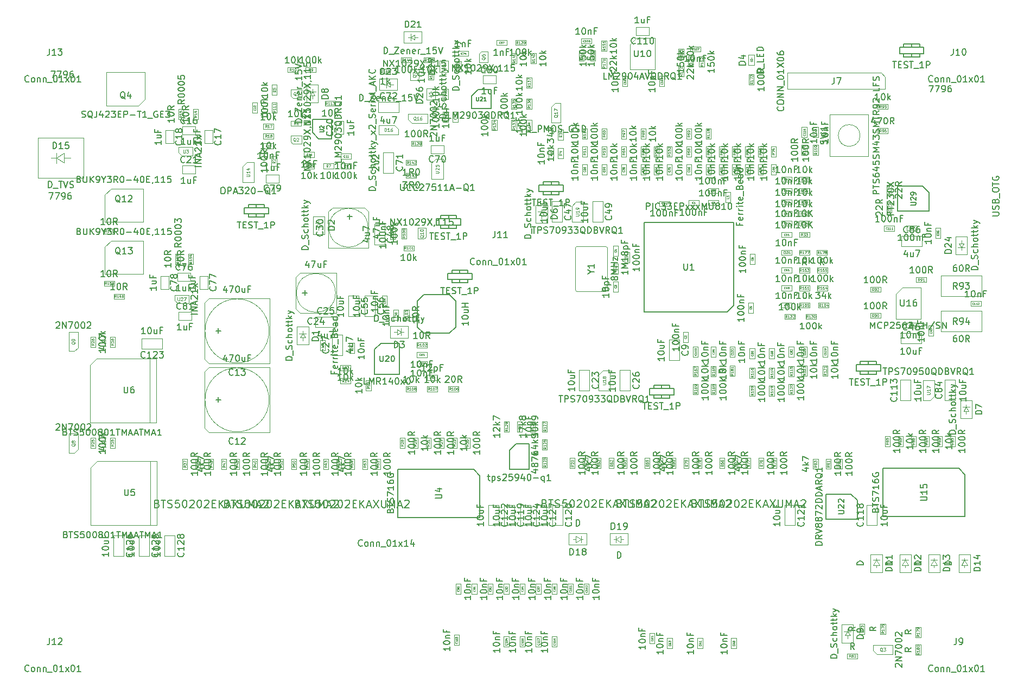
<source format=gbr>
G04 #@! TF.FileFunction,Other,Fab,Top*
%FSLAX46Y46*%
G04 Gerber Fmt 4.6, Leading zero omitted, Abs format (unit mm)*
G04 Created by KiCad (PCBNEW 4.0.7) date 01/12/18 12:19:17*
%MOMM*%
%LPD*%
G01*
G04 APERTURE LIST*
%ADD10C,0.100000*%
%ADD11C,0.150000*%
%ADD12C,0.075000*%
%ADD13C,0.135000*%
G04 APERTURE END LIST*
D10*
X137400000Y49300000D02*
X137400000Y47700000D01*
X137400000Y47700000D02*
X136600000Y47700000D01*
X136600000Y47700000D02*
X136600000Y49300000D01*
X136600000Y49300000D02*
X137400000Y49300000D01*
X115264000Y71756000D02*
X113664000Y71756000D01*
X113664000Y71756000D02*
X113664000Y72556000D01*
X113664000Y72556000D02*
X115264000Y72556000D01*
X115264000Y72556000D02*
X115264000Y71756000D01*
X81484000Y54910000D02*
X81484000Y61510000D01*
X81484000Y61510000D02*
X81684000Y61710000D01*
X81684000Y61710000D02*
X86284000Y61710000D01*
X86284000Y61710000D02*
X86484000Y61510000D01*
X86484000Y61510000D02*
X86484000Y54910000D01*
X86484000Y54910000D02*
X86284000Y54710000D01*
X86284000Y54710000D02*
X81684000Y54710000D01*
X81684000Y54710000D02*
X81484000Y54910000D01*
X85484000Y54710000D02*
X86484000Y55710000D01*
D11*
X136726000Y70082000D02*
X136726000Y67182000D01*
X136726000Y67182000D02*
X131826000Y67182000D01*
X131826000Y67182000D02*
X131826000Y71082000D01*
X131826000Y71082000D02*
X135726000Y71082000D01*
X135726000Y71082000D02*
X136726000Y70082000D01*
D10*
X19003000Y54125000D02*
X19003000Y53275000D01*
X19503000Y52775000D02*
X21203000Y52775000D01*
X19003000Y54125000D02*
X21203000Y54125000D01*
X21203000Y54125000D02*
X21203000Y52775000D01*
X19003000Y53275000D02*
X19503000Y52775000D01*
X59093000Y74656000D02*
X59743000Y75306000D01*
X60893000Y75306000D02*
X59743000Y75306000D01*
X59093000Y74656000D02*
X59093000Y72206000D01*
X60893000Y72206000D02*
X59093000Y72206000D01*
X60893000Y75306000D02*
X60893000Y72206000D01*
D11*
X72305000Y30869000D02*
X74305000Y30869000D01*
X74305000Y30869000D02*
X74305000Y26869000D01*
X74305000Y26869000D02*
X71305000Y26869000D01*
X71305000Y26869000D02*
X71305000Y29869000D01*
X71305000Y29869000D02*
X72305000Y30869000D01*
X66351000Y86178000D02*
X68351000Y86178000D01*
X68351000Y86178000D02*
X68351000Y83178000D01*
X68351000Y83178000D02*
X65351000Y83178000D01*
X65351000Y83178000D02*
X65351000Y85178000D01*
X65351000Y85178000D02*
X66351000Y86178000D01*
D10*
X80968000Y68000000D02*
X81618000Y68650000D01*
X82768000Y68650000D02*
X81618000Y68650000D01*
X80968000Y68000000D02*
X80968000Y65550000D01*
X82768000Y65550000D02*
X80968000Y65550000D01*
X82768000Y68650000D02*
X82768000Y65550000D01*
X85164000Y41668000D02*
X85814000Y42318000D01*
X86964000Y42318000D02*
X85814000Y42318000D01*
X85164000Y41668000D02*
X85164000Y39218000D01*
X86964000Y39218000D02*
X85164000Y39218000D01*
X86964000Y42318000D02*
X86964000Y39218000D01*
X132550000Y55286001D02*
X135450000Y55286001D01*
X135450000Y55286001D02*
X135450000Y50386001D01*
X135450000Y50386001D02*
X131550000Y50386001D01*
X131550000Y50386001D02*
X131550000Y54286001D01*
X131550000Y54286001D02*
X132550000Y55286001D01*
D11*
X142327000Y26034000D02*
X142327000Y19534000D01*
X142327000Y19534000D02*
X129527000Y19534000D01*
X129527000Y19534000D02*
X129527000Y27034000D01*
X129527000Y27034000D02*
X141327000Y27034000D01*
X141327000Y27034000D02*
X142327000Y26034000D01*
D10*
X15166000Y44160000D02*
X16166000Y44160000D01*
X16166000Y44160000D02*
X16166000Y34160000D01*
X15166000Y34160000D02*
X16166000Y34160000D01*
X5841000Y43160000D02*
X6841000Y44160000D01*
X5841000Y34160000D02*
X15091000Y34160000D01*
X6841000Y44160000D02*
X15166000Y44160000D01*
X5841000Y43160000D02*
X5841000Y34160000D01*
X15166000Y44160000D02*
X15166000Y34160000D01*
X15233000Y28158000D02*
X16233000Y28158000D01*
X16233000Y28158000D02*
X16233000Y18158000D01*
X15233000Y18158000D02*
X16233000Y18158000D01*
X5908000Y27158000D02*
X6908000Y28158000D01*
X5908000Y18158000D02*
X15158000Y18158000D01*
X6908000Y28158000D02*
X15233000Y28158000D01*
X5908000Y27158000D02*
X5908000Y18158000D01*
X15233000Y28158000D02*
X15233000Y18158000D01*
D11*
X66635000Y25909000D02*
X66635000Y19409000D01*
X66635000Y19409000D02*
X53835000Y19409000D01*
X53835000Y19409000D02*
X53835000Y26909000D01*
X53835000Y26909000D02*
X65635000Y26909000D01*
X65635000Y26909000D02*
X66635000Y25909000D01*
D10*
X19638000Y77173000D02*
X19638000Y76323000D01*
X20138000Y75823000D02*
X21838000Y75823000D01*
X19638000Y77173000D02*
X21838000Y77173000D01*
X21838000Y77173000D02*
X21838000Y75823000D01*
X19638000Y76323000D02*
X20138000Y75823000D01*
D11*
X40500000Y79500000D02*
X40500000Y81500000D01*
X40500000Y81500000D02*
X43500000Y81500000D01*
X43500000Y81500000D02*
X43500000Y78500000D01*
X43500000Y78500000D02*
X41500000Y78500000D01*
X41500000Y78500000D02*
X40500000Y79500000D01*
D10*
X51053000Y88596000D02*
X51053000Y89396000D01*
X52653000Y88596000D02*
X51053000Y88596000D01*
X52653000Y89396000D02*
X52653000Y88596000D01*
X51053000Y89396000D02*
X52653000Y89396000D01*
X109522000Y38364000D02*
X108722000Y38364000D01*
X109522000Y39964000D02*
X109522000Y38364000D01*
X108722000Y39964000D02*
X109522000Y39964000D01*
X108722000Y38364000D02*
X108722000Y39964000D01*
X19068000Y60534000D02*
X19868000Y60534000D01*
X19068000Y58934000D02*
X19068000Y60534000D01*
X19868000Y58934000D02*
X19068000Y58934000D01*
X19868000Y60534000D02*
X19868000Y58934000D01*
X21100000Y60534000D02*
X21900000Y60534000D01*
X21100000Y58934000D02*
X21100000Y60534000D01*
X21900000Y58934000D02*
X21100000Y58934000D01*
X21900000Y60534000D02*
X21900000Y58934000D01*
X63695000Y88958000D02*
X62895000Y88958000D01*
X63695000Y90558000D02*
X63695000Y88958000D01*
X62895000Y90558000D02*
X63695000Y90558000D01*
X62895000Y88958000D02*
X62895000Y90558000D01*
X95776000Y77310000D02*
X96576000Y77310000D01*
X95776000Y75710000D02*
X95776000Y77310000D01*
X96576000Y75710000D02*
X95776000Y75710000D01*
X96576000Y77310000D02*
X96576000Y75710000D01*
X9588000Y56324000D02*
X9588000Y55524000D01*
X7988000Y56324000D02*
X9588000Y56324000D01*
X7988000Y55524000D02*
X7988000Y56324000D01*
X9588000Y55524000D02*
X7988000Y55524000D01*
X9588000Y64452000D02*
X9588000Y63652000D01*
X7988000Y64452000D02*
X9588000Y64452000D01*
X7988000Y63652000D02*
X7988000Y64452000D01*
X9588000Y63652000D02*
X7988000Y63652000D01*
X11124000Y54292000D02*
X11124000Y53492000D01*
X9524000Y54292000D02*
X11124000Y54292000D01*
X9524000Y53492000D02*
X9524000Y54292000D01*
X11124000Y53492000D02*
X9524000Y53492000D01*
X60863000Y82672000D02*
X61663000Y82672000D01*
X60863000Y81072000D02*
X60863000Y82672000D01*
X61663000Y81072000D02*
X60863000Y81072000D01*
X61663000Y82672000D02*
X61663000Y81072000D01*
X60863000Y86228000D02*
X61663000Y86228000D01*
X60863000Y84628000D02*
X60863000Y86228000D01*
X61663000Y84628000D02*
X60863000Y84628000D01*
X61663000Y86228000D02*
X61663000Y84628000D01*
X57911000Y90374000D02*
X57911000Y91174000D01*
X59511000Y90374000D02*
X57911000Y90374000D01*
X59511000Y91174000D02*
X59511000Y90374000D01*
X57911000Y91174000D02*
X59511000Y91174000D01*
X54355000Y90374000D02*
X54355000Y91174000D01*
X55955000Y90374000D02*
X54355000Y90374000D01*
X55955000Y91174000D02*
X55955000Y90374000D01*
X54355000Y91174000D02*
X55955000Y91174000D01*
X55129000Y72340000D02*
X55129000Y73140000D01*
X56729000Y72340000D02*
X55129000Y72340000D01*
X56729000Y73140000D02*
X56729000Y72340000D01*
X55129000Y73140000D02*
X56729000Y73140000D01*
X55129000Y74372000D02*
X55129000Y75172000D01*
X56729000Y74372000D02*
X55129000Y74372000D01*
X56729000Y75172000D02*
X56729000Y74372000D01*
X55129000Y75172000D02*
X56729000Y75172000D01*
X72331000Y90240000D02*
X71531000Y90240000D01*
X72331000Y91840000D02*
X72331000Y90240000D01*
X71531000Y91840000D02*
X72331000Y91840000D01*
X71531000Y90240000D02*
X71531000Y91840000D01*
X75379000Y90240000D02*
X74579000Y90240000D01*
X75379000Y91840000D02*
X75379000Y90240000D01*
X74579000Y91840000D02*
X75379000Y91840000D01*
X74579000Y90240000D02*
X74579000Y91840000D01*
X72200000Y93100000D02*
X72200000Y93900000D01*
X73800000Y93100000D02*
X72200000Y93100000D01*
X73800000Y93900000D02*
X73800000Y93100000D01*
X72200000Y93900000D02*
X73800000Y93900000D01*
X57550000Y78150000D02*
X57550000Y77350000D01*
X55950000Y78150000D02*
X57550000Y78150000D01*
X55950000Y77350000D02*
X55950000Y78150000D01*
X57550000Y77350000D02*
X55950000Y77350000D01*
X73899126Y88050588D02*
X74699126Y88050588D01*
X73899126Y86450588D02*
X73899126Y88050588D01*
X74699126Y86450588D02*
X73899126Y86450588D01*
X74699126Y88050588D02*
X74699126Y86450588D01*
X73899126Y84760588D02*
X74699126Y84760588D01*
X73899126Y83160588D02*
X73899126Y84760588D01*
X74699126Y83160588D02*
X73899126Y83160588D01*
X74699126Y84760588D02*
X74699126Y83160588D01*
X71531000Y84728000D02*
X72331000Y84728000D01*
X71531000Y83128000D02*
X71531000Y84728000D01*
X72331000Y83128000D02*
X71531000Y83128000D01*
X72331000Y84728000D02*
X72331000Y83128000D01*
X68483000Y81414000D02*
X69283000Y81414000D01*
X68483000Y79814000D02*
X68483000Y81414000D01*
X69283000Y79814000D02*
X68483000Y79814000D01*
X69283000Y81414000D02*
X69283000Y79814000D01*
X72331000Y79814000D02*
X71531000Y79814000D01*
X72331000Y81414000D02*
X72331000Y79814000D01*
X71531000Y81414000D02*
X72331000Y81414000D01*
X71531000Y79814000D02*
X71531000Y81414000D01*
X115800000Y51150000D02*
X115800000Y50350000D01*
X114200000Y51150000D02*
X115800000Y51150000D01*
X114200000Y50350000D02*
X114200000Y51150000D01*
X115800000Y50350000D02*
X114200000Y50350000D01*
X93744000Y77310000D02*
X94544000Y77310000D01*
X93744000Y75710000D02*
X93744000Y77310000D01*
X94544000Y75710000D02*
X93744000Y75710000D01*
X94544000Y77310000D02*
X94544000Y75710000D01*
X117486000Y50350000D02*
X117486000Y51150000D01*
X119086000Y50350000D02*
X117486000Y50350000D01*
X119086000Y51150000D02*
X119086000Y50350000D01*
X117486000Y51150000D02*
X119086000Y51150000D01*
X70376000Y34360000D02*
X71176000Y34360000D01*
X70376000Y32760000D02*
X70376000Y34360000D01*
X71176000Y32760000D02*
X70376000Y32760000D01*
X71176000Y34360000D02*
X71176000Y32760000D01*
X74440000Y34372000D02*
X75240000Y34372000D01*
X74440000Y32772000D02*
X74440000Y34372000D01*
X75240000Y32772000D02*
X74440000Y32772000D01*
X75240000Y34372000D02*
X75240000Y32772000D01*
X76345000Y34372000D02*
X77145000Y34372000D01*
X76345000Y32772000D02*
X76345000Y34372000D01*
X77145000Y32772000D02*
X76345000Y32772000D01*
X77145000Y34372000D02*
X77145000Y32772000D01*
X76345000Y31578000D02*
X77145000Y31578000D01*
X76345000Y29978000D02*
X76345000Y31578000D01*
X77145000Y29978000D02*
X76345000Y29978000D01*
X77145000Y31578000D02*
X77145000Y29978000D01*
X76345000Y28784000D02*
X77145000Y28784000D01*
X76345000Y27184000D02*
X76345000Y28784000D01*
X77145000Y27184000D02*
X76345000Y27184000D01*
X77145000Y28784000D02*
X77145000Y27184000D01*
X117650000Y41486000D02*
X116850000Y41486000D01*
X117650000Y43086000D02*
X117650000Y41486000D01*
X116850000Y43086000D02*
X117650000Y43086000D01*
X116850000Y41486000D02*
X116850000Y43086000D01*
X120900000Y41486000D02*
X120100000Y41486000D01*
X120900000Y43086000D02*
X120900000Y41486000D01*
X120100000Y43086000D02*
X120900000Y43086000D01*
X120100000Y41486000D02*
X120100000Y43086000D01*
X115618000Y38614000D02*
X114818000Y38614000D01*
X115618000Y40214000D02*
X115618000Y38614000D01*
X114818000Y40214000D02*
X115618000Y40214000D01*
X114818000Y38614000D02*
X114818000Y40214000D01*
X112570000Y38364000D02*
X111770000Y38364000D01*
X112570000Y39964000D02*
X112570000Y38364000D01*
X111770000Y39964000D02*
X112570000Y39964000D01*
X111770000Y38364000D02*
X111770000Y39964000D01*
X101872000Y80080000D02*
X102672000Y80080000D01*
X101872000Y78480000D02*
X101872000Y80080000D01*
X102672000Y78480000D02*
X101872000Y78480000D01*
X102672000Y80080000D02*
X102672000Y78480000D01*
X82568000Y80092000D02*
X83368000Y80092000D01*
X82568000Y78492000D02*
X82568000Y80092000D01*
X83368000Y78492000D02*
X82568000Y78492000D01*
X83368000Y80092000D02*
X83368000Y78492000D01*
X109522000Y41158000D02*
X108722000Y41158000D01*
X109522000Y42758000D02*
X109522000Y41158000D01*
X108722000Y42758000D02*
X109522000Y42758000D01*
X108722000Y41158000D02*
X108722000Y42758000D01*
X115618000Y41408000D02*
X114818000Y41408000D01*
X115618000Y43008000D02*
X115618000Y41408000D01*
X114818000Y43008000D02*
X115618000Y43008000D01*
X114818000Y41408000D02*
X114818000Y43008000D01*
X112570000Y41158000D02*
X111770000Y41158000D01*
X112570000Y42758000D02*
X112570000Y41158000D01*
X111770000Y42758000D02*
X112570000Y42758000D01*
X111770000Y41158000D02*
X111770000Y42758000D01*
X42450000Y83600000D02*
X42450000Y84400000D01*
X44050000Y83600000D02*
X42450000Y83600000D01*
X44050000Y84400000D02*
X44050000Y83600000D01*
X42450000Y84400000D02*
X44050000Y84400000D01*
X34180000Y84100000D02*
X34980000Y84100000D01*
X34180000Y82500000D02*
X34180000Y84100000D01*
X34980000Y82500000D02*
X34180000Y82500000D01*
X34980000Y84100000D02*
X34980000Y82500000D01*
X56725000Y39846000D02*
X56725000Y39046000D01*
X55125000Y39846000D02*
X56725000Y39846000D01*
X55125000Y39046000D02*
X55125000Y39846000D01*
X56725000Y39046000D02*
X55125000Y39046000D01*
X60027000Y39846000D02*
X60027000Y39046000D01*
X58427000Y39846000D02*
X60027000Y39846000D01*
X58427000Y39046000D02*
X58427000Y39846000D01*
X60027000Y39046000D02*
X58427000Y39046000D01*
X63329000Y39846000D02*
X63329000Y39046000D01*
X61729000Y39846000D02*
X63329000Y39846000D01*
X61729000Y39046000D02*
X61729000Y39846000D01*
X63329000Y39046000D02*
X61729000Y39046000D01*
X118050000Y52900000D02*
X118050000Y52100000D01*
X116450000Y52900000D02*
X118050000Y52900000D01*
X116450000Y52100000D02*
X116450000Y52900000D01*
X118050000Y52100000D02*
X116450000Y52100000D01*
X121050000Y52900000D02*
X121050000Y52100000D01*
X119450000Y52900000D02*
X121050000Y52900000D01*
X119450000Y52100000D02*
X119450000Y52900000D01*
X121050000Y52100000D02*
X119450000Y52100000D01*
X55563000Y50203000D02*
X54763000Y50203000D01*
X55563000Y51803000D02*
X55563000Y50203000D01*
X54763000Y51803000D02*
X55563000Y51803000D01*
X54763000Y50203000D02*
X54763000Y51803000D01*
X58376000Y46704000D02*
X58376000Y45904000D01*
X56776000Y46704000D02*
X58376000Y46704000D01*
X56776000Y45904000D02*
X56776000Y46704000D01*
X58376000Y45904000D02*
X56776000Y45904000D01*
X54728000Y61029000D02*
X54728000Y61829000D01*
X56328000Y61029000D02*
X54728000Y61029000D01*
X56328000Y61829000D02*
X56328000Y61029000D01*
X54728000Y61829000D02*
X56328000Y61829000D01*
X54378000Y64527000D02*
X55178000Y64527000D01*
X54378000Y62927000D02*
X54378000Y64527000D01*
X55178000Y62927000D02*
X54378000Y62927000D01*
X55178000Y64527000D02*
X55178000Y62927000D01*
X48850000Y40800000D02*
X49650000Y40800000D01*
X48850000Y39200000D02*
X48850000Y40800000D01*
X49650000Y39200000D02*
X48850000Y39200000D01*
X49650000Y40800000D02*
X49650000Y39200000D01*
X92512000Y78480000D02*
X91712000Y78480000D01*
X92512000Y80080000D02*
X92512000Y78480000D01*
X91712000Y80080000D02*
X92512000Y80080000D01*
X91712000Y78480000D02*
X91712000Y80080000D01*
X89464000Y78492000D02*
X88664000Y78492000D01*
X89464000Y80092000D02*
X89464000Y78492000D01*
X88664000Y80092000D02*
X89464000Y80092000D01*
X88664000Y78492000D02*
X88664000Y80092000D01*
X130300000Y80150000D02*
X130300000Y79350000D01*
X128700000Y80150000D02*
X130300000Y80150000D01*
X128700000Y79350000D02*
X128700000Y80150000D01*
X130300000Y79350000D02*
X128700000Y79350000D01*
X130300000Y83900000D02*
X130300000Y83100000D01*
X128700000Y83900000D02*
X130300000Y83900000D01*
X128700000Y83100000D02*
X128700000Y83900000D01*
X130300000Y83100000D02*
X128700000Y83100000D01*
X129147000Y55360000D02*
X129147000Y54560000D01*
X127547000Y55360000D02*
X129147000Y55360000D01*
X127547000Y54560000D02*
X127547000Y55360000D01*
X129147000Y54560000D02*
X127547000Y54560000D01*
X136300000Y56900000D02*
X136300000Y56100000D01*
X134700000Y56900000D02*
X136300000Y56900000D01*
X134700000Y56100000D02*
X134700000Y56900000D01*
X136300000Y56100000D02*
X134700000Y56100000D01*
X129147000Y51296000D02*
X129147000Y50496000D01*
X127547000Y51296000D02*
X129147000Y51296000D01*
X127547000Y50496000D02*
X127547000Y51296000D01*
X129147000Y50496000D02*
X127547000Y50496000D01*
X138740000Y30486000D02*
X137940000Y30486000D01*
X138740000Y32086000D02*
X138740000Y30486000D01*
X137940000Y32086000D02*
X138740000Y32086000D01*
X137940000Y30486000D02*
X137940000Y32086000D01*
X134676000Y30486000D02*
X133876000Y30486000D01*
X134676000Y32086000D02*
X134676000Y30486000D01*
X133876000Y32086000D02*
X134676000Y32086000D01*
X133876000Y30486000D02*
X133876000Y32086000D01*
X140772000Y30486000D02*
X139972000Y30486000D01*
X140772000Y32086000D02*
X140772000Y30486000D01*
X139972000Y32086000D02*
X140772000Y32086000D01*
X139972000Y30486000D02*
X139972000Y32086000D01*
X132644000Y30486000D02*
X131844000Y30486000D01*
X132644000Y32086000D02*
X132644000Y30486000D01*
X131844000Y32086000D02*
X132644000Y32086000D01*
X131844000Y30486000D02*
X131844000Y32086000D01*
X130612000Y30486000D02*
X129812000Y30486000D01*
X130612000Y32086000D02*
X130612000Y30486000D01*
X129812000Y32086000D02*
X130612000Y32086000D01*
X129812000Y30486000D02*
X129812000Y32086000D01*
X136708000Y30486000D02*
X135908000Y30486000D01*
X136708000Y32086000D02*
X136708000Y30486000D01*
X135908000Y32086000D02*
X136708000Y32086000D01*
X135908000Y30486000D02*
X135908000Y32086000D01*
X118600000Y28550000D02*
X119400000Y28550000D01*
X118600000Y26950000D02*
X118600000Y28550000D01*
X119400000Y26950000D02*
X118600000Y26950000D01*
X119400000Y28550000D02*
X119400000Y26950000D01*
X121400000Y26950000D02*
X120600000Y26950000D01*
X121400000Y28550000D02*
X121400000Y26950000D01*
X120600000Y28550000D02*
X121400000Y28550000D01*
X120600000Y26950000D02*
X120600000Y28550000D01*
X96411000Y28657000D02*
X97211000Y28657000D01*
X96411000Y27057000D02*
X96411000Y28657000D01*
X97211000Y27057000D02*
X96411000Y27057000D01*
X97211000Y28657000D02*
X97211000Y27057000D01*
X99243000Y27057000D02*
X98443000Y27057000D01*
X99243000Y28657000D02*
X99243000Y27057000D01*
X98443000Y28657000D02*
X99243000Y28657000D01*
X98443000Y27057000D02*
X98443000Y28657000D01*
X101275000Y27057000D02*
X100475000Y27057000D01*
X101275000Y28657000D02*
X101275000Y27057000D01*
X100475000Y28657000D02*
X101275000Y28657000D01*
X100475000Y27057000D02*
X100475000Y28657000D01*
X108095000Y28657000D02*
X108895000Y28657000D01*
X108095000Y27057000D02*
X108095000Y28657000D01*
X108895000Y27057000D02*
X108095000Y27057000D01*
X108895000Y28657000D02*
X108895000Y27057000D01*
X110927000Y27057000D02*
X110127000Y27057000D01*
X110927000Y28657000D02*
X110927000Y27057000D01*
X110127000Y28657000D02*
X110927000Y28657000D01*
X110127000Y27057000D02*
X110127000Y28657000D01*
X112959000Y27057000D02*
X112159000Y27057000D01*
X112959000Y28657000D02*
X112959000Y27057000D01*
X112159000Y28657000D02*
X112959000Y28657000D01*
X112159000Y27057000D02*
X112159000Y28657000D01*
X112032000Y77310000D02*
X112832000Y77310000D01*
X112032000Y75710000D02*
X112032000Y77310000D01*
X112832000Y75710000D02*
X112032000Y75710000D01*
X112832000Y77310000D02*
X112832000Y75710000D01*
X123150000Y26950000D02*
X122350000Y26950000D01*
X123150000Y28550000D02*
X123150000Y26950000D01*
X122350000Y28550000D02*
X123150000Y28550000D01*
X122350000Y26950000D02*
X122350000Y28550000D01*
X107968000Y77310000D02*
X108768000Y77310000D01*
X107968000Y75710000D02*
X107968000Y77310000D01*
X108768000Y75710000D02*
X107968000Y75710000D01*
X108768000Y77310000D02*
X108768000Y75710000D01*
X95179000Y27057000D02*
X94379000Y27057000D01*
X95179000Y28657000D02*
X95179000Y27057000D01*
X94379000Y28657000D02*
X95179000Y28657000D01*
X94379000Y27057000D02*
X94379000Y28657000D01*
X93147000Y27057000D02*
X92347000Y27057000D01*
X93147000Y28657000D02*
X93147000Y27057000D01*
X92347000Y28657000D02*
X93147000Y28657000D01*
X92347000Y27057000D02*
X92347000Y28657000D01*
X105936000Y77298000D02*
X106736000Y77298000D01*
X105936000Y75698000D02*
X105936000Y77298000D01*
X106736000Y75698000D02*
X105936000Y75698000D01*
X106736000Y77298000D02*
X106736000Y75698000D01*
X106863000Y27069000D02*
X106063000Y27069000D01*
X106863000Y28669000D02*
X106863000Y27069000D01*
X106063000Y28669000D02*
X106863000Y28669000D01*
X106063000Y27069000D02*
X106063000Y28669000D01*
X104831000Y27057000D02*
X104031000Y27057000D01*
X104831000Y28657000D02*
X104831000Y27057000D01*
X104031000Y28657000D02*
X104831000Y28657000D01*
X104031000Y27057000D02*
X104031000Y28657000D01*
X91712000Y77298000D02*
X92512000Y77298000D01*
X91712000Y75698000D02*
X91712000Y77298000D01*
X92512000Y75698000D02*
X91712000Y75698000D01*
X92512000Y77298000D02*
X92512000Y75698000D01*
X88664000Y77298000D02*
X89464000Y77298000D01*
X88664000Y75698000D02*
X88664000Y77298000D01*
X89464000Y75698000D02*
X88664000Y75698000D01*
X89464000Y77298000D02*
X89464000Y75698000D01*
X84727000Y28657000D02*
X85527000Y28657000D01*
X84727000Y27057000D02*
X84727000Y28657000D01*
X85527000Y27057000D02*
X84727000Y27057000D01*
X85527000Y28657000D02*
X85527000Y27057000D01*
X87559000Y27057000D02*
X86759000Y27057000D01*
X87559000Y28657000D02*
X87559000Y27057000D01*
X86759000Y28657000D02*
X87559000Y28657000D01*
X86759000Y27057000D02*
X86759000Y28657000D01*
X98824000Y80080000D02*
X99624000Y80080000D01*
X98824000Y78480000D02*
X98824000Y80080000D01*
X99624000Y78480000D02*
X98824000Y78480000D01*
X99624000Y80080000D02*
X99624000Y78480000D01*
X98824000Y77286000D02*
X99624000Y77286000D01*
X98824000Y75686000D02*
X98824000Y77286000D01*
X99624000Y75686000D02*
X98824000Y75686000D01*
X99624000Y77286000D02*
X99624000Y75686000D01*
X101872000Y77310000D02*
X102672000Y77310000D01*
X101872000Y75710000D02*
X101872000Y77310000D01*
X102672000Y75710000D02*
X101872000Y75710000D01*
X102672000Y77310000D02*
X102672000Y75710000D01*
X118046000Y70778000D02*
X118046000Y69978000D01*
X116446000Y70778000D02*
X118046000Y70778000D01*
X116446000Y69978000D02*
X116446000Y70778000D01*
X118046000Y69978000D02*
X116446000Y69978000D01*
X89591000Y27057000D02*
X88791000Y27057000D01*
X89591000Y28657000D02*
X89591000Y27057000D01*
X88791000Y28657000D02*
X89591000Y28657000D01*
X88791000Y27057000D02*
X88791000Y28657000D01*
X46246000Y28530000D02*
X47046000Y28530000D01*
X46246000Y26930000D02*
X46246000Y28530000D01*
X47046000Y26930000D02*
X46246000Y26930000D01*
X47046000Y28530000D02*
X47046000Y26930000D01*
X49078000Y26930000D02*
X48278000Y26930000D01*
X49078000Y28530000D02*
X49078000Y26930000D01*
X48278000Y28530000D02*
X49078000Y28530000D01*
X48278000Y26930000D02*
X48278000Y28530000D01*
X51110000Y26930000D02*
X50310000Y26930000D01*
X51110000Y28530000D02*
X51110000Y26930000D01*
X50310000Y28530000D02*
X51110000Y28530000D01*
X50310000Y26930000D02*
X50310000Y28530000D01*
X35197000Y28530000D02*
X35997000Y28530000D01*
X35197000Y26930000D02*
X35197000Y28530000D01*
X35997000Y26930000D02*
X35197000Y26930000D01*
X35997000Y28530000D02*
X35997000Y26930000D01*
X38029000Y26930000D02*
X37229000Y26930000D01*
X38029000Y28530000D02*
X38029000Y26930000D01*
X37229000Y28530000D02*
X38029000Y28530000D01*
X37229000Y26930000D02*
X37229000Y28530000D01*
X40061000Y26930000D02*
X39261000Y26930000D01*
X40061000Y28530000D02*
X40061000Y26930000D01*
X39261000Y28530000D02*
X40061000Y28530000D01*
X39261000Y26930000D02*
X39261000Y28530000D01*
X24275000Y28530000D02*
X25075000Y28530000D01*
X24275000Y26930000D02*
X24275000Y28530000D01*
X25075000Y26930000D02*
X24275000Y26930000D01*
X25075000Y28530000D02*
X25075000Y26930000D01*
X27107000Y26930000D02*
X26307000Y26930000D01*
X27107000Y28530000D02*
X27107000Y26930000D01*
X26307000Y28530000D02*
X27107000Y28530000D01*
X26307000Y26930000D02*
X26307000Y28530000D01*
X29139000Y26930000D02*
X28339000Y26930000D01*
X29139000Y28530000D02*
X29139000Y26930000D01*
X28339000Y28530000D02*
X29139000Y28530000D01*
X28339000Y26930000D02*
X28339000Y28530000D01*
X110000000Y77310000D02*
X110800000Y77310000D01*
X110000000Y75710000D02*
X110000000Y77310000D01*
X110800000Y75710000D02*
X110000000Y75710000D01*
X110800000Y77310000D02*
X110800000Y75710000D01*
X45014000Y26930000D02*
X44214000Y26930000D01*
X45014000Y28530000D02*
X45014000Y26930000D01*
X44214000Y28530000D02*
X45014000Y28530000D01*
X44214000Y26930000D02*
X44214000Y28530000D01*
X42982000Y26930000D02*
X42182000Y26930000D01*
X42982000Y28530000D02*
X42982000Y26930000D01*
X42182000Y28530000D02*
X42982000Y28530000D01*
X42182000Y26930000D02*
X42182000Y28530000D01*
X118058000Y67222000D02*
X118058000Y66422000D01*
X116458000Y67222000D02*
X118058000Y67222000D01*
X116458000Y66422000D02*
X116458000Y67222000D01*
X118058000Y66422000D02*
X116458000Y66422000D01*
X33965000Y26930000D02*
X33165000Y26930000D01*
X33965000Y28530000D02*
X33965000Y26930000D01*
X33165000Y28530000D02*
X33965000Y28530000D01*
X33165000Y26930000D02*
X33165000Y28530000D01*
X31933000Y26918000D02*
X31133000Y26918000D01*
X31933000Y28518000D02*
X31933000Y26918000D01*
X31133000Y28518000D02*
X31933000Y28518000D01*
X31133000Y26918000D02*
X31133000Y28518000D01*
X118070000Y69000000D02*
X118070000Y68200000D01*
X116470000Y69000000D02*
X118070000Y69000000D01*
X116470000Y68200000D02*
X116470000Y69000000D01*
X118070000Y68200000D02*
X116470000Y68200000D01*
X23043000Y26930000D02*
X22243000Y26930000D01*
X23043000Y28530000D02*
X23043000Y26930000D01*
X22243000Y28530000D02*
X23043000Y28530000D01*
X22243000Y26930000D02*
X22243000Y28530000D01*
X21011000Y26930000D02*
X20211000Y26930000D01*
X21011000Y28530000D02*
X21011000Y26930000D01*
X20211000Y28530000D02*
X21011000Y28530000D01*
X20211000Y26930000D02*
X20211000Y28530000D01*
X8908000Y47580000D02*
X9708000Y47580000D01*
X8908000Y45980000D02*
X8908000Y47580000D01*
X9708000Y45980000D02*
X8908000Y45980000D01*
X9708000Y47580000D02*
X9708000Y45980000D01*
X8908000Y31832000D02*
X9708000Y31832000D01*
X8908000Y30232000D02*
X8908000Y31832000D01*
X9708000Y30232000D02*
X8908000Y30232000D01*
X9708000Y31832000D02*
X9708000Y30232000D01*
X118058000Y65694000D02*
X118058000Y64894000D01*
X116458000Y65694000D02*
X118058000Y65694000D01*
X116458000Y64894000D02*
X116458000Y65694000D01*
X118058000Y64894000D02*
X116458000Y64894000D01*
X118046000Y63916000D02*
X118046000Y63116000D01*
X116446000Y63916000D02*
X118046000Y63916000D01*
X116446000Y63116000D02*
X116446000Y63916000D01*
X118046000Y63116000D02*
X116446000Y63116000D01*
X63048000Y30244000D02*
X62248000Y30244000D01*
X63048000Y31844000D02*
X63048000Y30244000D01*
X62248000Y31844000D02*
X63048000Y31844000D01*
X62248000Y30244000D02*
X62248000Y31844000D01*
X58984000Y30232000D02*
X58184000Y30232000D01*
X58984000Y31832000D02*
X58984000Y30232000D01*
X58184000Y31832000D02*
X58984000Y31832000D01*
X58184000Y30232000D02*
X58184000Y31832000D01*
X65080000Y30232000D02*
X64280000Y30232000D01*
X65080000Y31832000D02*
X65080000Y30232000D01*
X64280000Y31832000D02*
X65080000Y31832000D01*
X64280000Y30232000D02*
X64280000Y31832000D01*
X56952000Y30220000D02*
X56152000Y30220000D01*
X56952000Y31820000D02*
X56952000Y30220000D01*
X56152000Y31820000D02*
X56952000Y31820000D01*
X56152000Y30220000D02*
X56152000Y31820000D01*
X54920000Y30232000D02*
X54120000Y30232000D01*
X54920000Y31832000D02*
X54920000Y30232000D01*
X54120000Y31832000D02*
X54920000Y31832000D01*
X54120000Y30232000D02*
X54120000Y31832000D01*
X61016000Y30220000D02*
X60216000Y30220000D01*
X61016000Y31820000D02*
X61016000Y30220000D01*
X60216000Y31820000D02*
X61016000Y31820000D01*
X60216000Y30220000D02*
X60216000Y31820000D01*
X6660000Y45980000D02*
X5860000Y45980000D01*
X6660000Y47580000D02*
X6660000Y45980000D01*
X5860000Y47580000D02*
X6660000Y47580000D01*
X5860000Y45980000D02*
X5860000Y47580000D01*
X6660000Y30220000D02*
X5860000Y30220000D01*
X6660000Y31820000D02*
X6660000Y30220000D01*
X5860000Y31820000D02*
X6660000Y31820000D01*
X5860000Y30220000D02*
X5860000Y31820000D01*
X46438000Y41116000D02*
X46438000Y40316000D01*
X44838000Y41116000D02*
X46438000Y41116000D01*
X44838000Y40316000D02*
X44838000Y41116000D01*
X46438000Y40316000D02*
X44838000Y40316000D01*
X44838000Y42348000D02*
X44838000Y43148000D01*
X46438000Y42348000D02*
X44838000Y42348000D01*
X46438000Y43148000D02*
X46438000Y42348000D01*
X44838000Y43148000D02*
X46438000Y43148000D01*
X118070000Y72556000D02*
X118070000Y71756000D01*
X116470000Y72556000D02*
X118070000Y72556000D01*
X116470000Y71756000D02*
X116470000Y72556000D01*
X118070000Y71756000D02*
X116470000Y71756000D01*
X83495000Y27057000D02*
X82695000Y27057000D01*
X83495000Y28657000D02*
X83495000Y27057000D01*
X82695000Y28657000D02*
X83495000Y28657000D01*
X82695000Y27057000D02*
X82695000Y28657000D01*
X81463000Y27045000D02*
X80663000Y27045000D01*
X81463000Y28645000D02*
X81463000Y27045000D01*
X80663000Y28645000D02*
X81463000Y28645000D01*
X80663000Y27045000D02*
X80663000Y28645000D01*
X85616000Y77298000D02*
X86416000Y77298000D01*
X85616000Y75698000D02*
X85616000Y77298000D01*
X86416000Y75698000D02*
X85616000Y75698000D01*
X86416000Y77298000D02*
X86416000Y75698000D01*
X32848000Y78494000D02*
X32848000Y79294000D01*
X34448000Y78494000D02*
X32848000Y78494000D01*
X34448000Y79294000D02*
X34448000Y78494000D01*
X32848000Y79294000D02*
X34448000Y79294000D01*
X34448000Y80818000D02*
X34448000Y80018000D01*
X32848000Y80818000D02*
X34448000Y80818000D01*
X32848000Y80018000D02*
X32848000Y80818000D01*
X34448000Y80018000D02*
X32848000Y80018000D01*
X19576000Y83140000D02*
X20376000Y83140000D01*
X19576000Y81540000D02*
X19576000Y83140000D01*
X20376000Y81540000D02*
X19576000Y81540000D01*
X20376000Y83140000D02*
X20376000Y81540000D01*
X21862000Y83152000D02*
X22662000Y83152000D01*
X21862000Y81552000D02*
X21862000Y83152000D01*
X22662000Y81552000D02*
X21862000Y81552000D01*
X22662000Y83152000D02*
X22662000Y81552000D01*
X39200000Y73850000D02*
X39200000Y74650000D01*
X40800000Y73850000D02*
X39200000Y73850000D01*
X40800000Y74650000D02*
X40800000Y73850000D01*
X39200000Y74650000D02*
X40800000Y74650000D01*
X103904000Y77298000D02*
X104704000Y77298000D01*
X103904000Y75698000D02*
X103904000Y77298000D01*
X104704000Y75698000D02*
X103904000Y75698000D01*
X104704000Y77298000D02*
X104704000Y75698000D01*
X82568000Y77298000D02*
X83368000Y77298000D01*
X82568000Y75698000D02*
X82568000Y77298000D01*
X83368000Y75698000D02*
X82568000Y75698000D01*
X83368000Y77298000D02*
X83368000Y75698000D01*
X38246000Y89664000D02*
X38246000Y88864000D01*
X36646000Y89664000D02*
X38246000Y89664000D01*
X36646000Y88864000D02*
X36646000Y89664000D01*
X38246000Y88864000D02*
X36646000Y88864000D01*
X41040000Y89664000D02*
X41040000Y88864000D01*
X39440000Y89664000D02*
X41040000Y89664000D01*
X39440000Y88864000D02*
X39440000Y89664000D01*
X41040000Y88864000D02*
X39440000Y88864000D01*
X44950000Y73850000D02*
X44950000Y74650000D01*
X46550000Y73850000D02*
X44950000Y73850000D01*
X46550000Y74650000D02*
X46550000Y73850000D01*
X44950000Y74650000D02*
X46550000Y74650000D01*
X42200000Y73850000D02*
X42200000Y74650000D01*
X43800000Y73850000D02*
X42200000Y73850000D01*
X43800000Y74650000D02*
X43800000Y73850000D01*
X42200000Y74650000D02*
X43800000Y74650000D01*
X38766000Y81282000D02*
X38766000Y80482000D01*
X37166000Y81282000D02*
X38766000Y81282000D01*
X37166000Y80482000D02*
X37166000Y81282000D01*
X38766000Y80482000D02*
X37166000Y80482000D01*
X34180000Y86894000D02*
X34980000Y86894000D01*
X34180000Y85294000D02*
X34180000Y86894000D01*
X34980000Y85294000D02*
X34180000Y85294000D01*
X34980000Y86894000D02*
X34980000Y85294000D01*
X78808000Y77050000D02*
X79608000Y77050000D01*
X78808000Y75450000D02*
X78808000Y77050000D01*
X79608000Y75450000D02*
X78808000Y75450000D01*
X79608000Y77050000D02*
X79608000Y75450000D01*
X78808000Y79868001D02*
X79608000Y79868001D01*
X78808000Y78268001D02*
X78808000Y79868001D01*
X79608000Y78268001D02*
X78808000Y78268001D01*
X79608000Y79868001D02*
X79608000Y78268001D01*
X34100000Y75800000D02*
X34900000Y75800000D01*
X34100000Y74200000D02*
X34100000Y75800000D01*
X34900000Y74200000D02*
X34100000Y74200000D01*
X34900000Y75800000D02*
X34900000Y74200000D01*
X88194000Y57410000D02*
X87394000Y57410000D01*
X88194000Y59010000D02*
X88194000Y57410000D01*
X87394000Y59010000D02*
X88194000Y59010000D01*
X87394000Y57410000D02*
X87394000Y59010000D01*
X3928000Y45896000D02*
X3928000Y48346000D01*
X3378000Y45326000D02*
X2528000Y45326000D01*
X3928000Y45896000D02*
X3378000Y45326000D01*
X2528000Y45326000D02*
X2528000Y48366000D01*
X3928000Y48366000D02*
X2528000Y48366000D01*
X3928000Y30016000D02*
X3928000Y32466000D01*
X3378000Y29446000D02*
X2528000Y29446000D01*
X3928000Y30016000D02*
X3378000Y29446000D01*
X2528000Y29446000D02*
X2528000Y32486000D01*
X3928000Y32486000D02*
X2528000Y32486000D01*
D11*
X59862000Y48130000D02*
X57862000Y48130000D01*
X57862000Y48130000D02*
X56862000Y49130000D01*
X56862000Y49130000D02*
X56862000Y51130000D01*
X59862000Y54130000D02*
X57862000Y54130000D01*
X57862000Y54130000D02*
X56862000Y53130000D01*
X56862000Y53130000D02*
X56862000Y51130000D01*
X59862000Y54130000D02*
X61862000Y54130000D01*
X61862000Y54130000D02*
X62862000Y53130000D01*
X62862000Y53130000D02*
X62862000Y51130000D01*
X59862000Y48130000D02*
X61862000Y48130000D01*
X61862000Y48130000D02*
X62862000Y49130000D01*
X62862000Y49130000D02*
X62862000Y51130000D01*
D10*
X42482000Y45450000D02*
X41682000Y45450000D01*
X42482000Y47050000D02*
X42482000Y45450000D01*
X41682000Y47050000D02*
X42482000Y47050000D01*
X41682000Y45450000D02*
X41682000Y47050000D01*
X105720000Y68586000D02*
X104920000Y68586000D01*
X105720000Y70186000D02*
X105720000Y68586000D01*
X104920000Y70186000D02*
X105720000Y70186000D01*
X104920000Y68586000D02*
X104920000Y70186000D01*
X141750000Y62100000D02*
X141750000Y62600000D01*
X142150000Y62100000D02*
X141750000Y61500000D01*
X141350000Y62100000D02*
X142150000Y62100000D01*
X141750000Y61500000D02*
X141350000Y62100000D01*
X141750000Y61500000D02*
X142300000Y61500000D01*
X141750000Y61500000D02*
X141200000Y61500000D01*
X141750000Y61100000D02*
X141750000Y61500000D01*
X142650000Y60450000D02*
X140850000Y60450000D01*
X142650000Y63250000D02*
X142650000Y60450000D01*
X140850000Y63250000D02*
X142650000Y63250000D01*
X140850000Y60450000D02*
X140850000Y63250000D01*
X52623000Y86964000D02*
X53123000Y86964000D01*
X52623000Y86564000D02*
X52023000Y86964000D01*
X52623000Y87364000D02*
X52623000Y86564000D01*
X52023000Y86964000D02*
X52623000Y87364000D01*
X52023000Y86964000D02*
X52023000Y86414000D01*
X52023000Y86964000D02*
X52023000Y87514000D01*
X51623000Y86964000D02*
X52023000Y86964000D01*
X50973000Y86064000D02*
X50973000Y87864000D01*
X53773000Y86064000D02*
X50973000Y86064000D01*
X53773000Y87864000D02*
X53773000Y86064000D01*
X50973000Y87864000D02*
X53773000Y87864000D01*
X56433000Y94330000D02*
X56933000Y94330000D01*
X56433000Y93930000D02*
X55833000Y94330000D01*
X56433000Y94730000D02*
X56433000Y93930000D01*
X55833000Y94330000D02*
X56433000Y94730000D01*
X55833000Y94330000D02*
X55833000Y93780000D01*
X55833000Y94330000D02*
X55833000Y94880000D01*
X55433000Y94330000D02*
X55833000Y94330000D01*
X54783000Y93430000D02*
X54783000Y95230000D01*
X57583000Y93430000D02*
X54783000Y93430000D01*
X57583000Y95230000D02*
X57583000Y93430000D01*
X54783000Y95230000D02*
X57583000Y95230000D01*
X53323000Y80552000D02*
X50873000Y80552000D01*
X53893000Y80002000D02*
X53893000Y79152000D01*
X53323000Y80552000D02*
X53893000Y80002000D01*
X53893000Y79152000D02*
X50853000Y79152000D01*
X50853000Y80552000D02*
X50853000Y79152000D01*
X4800000Y72400000D02*
X-2300000Y72400000D01*
X-2300000Y72400000D02*
X-2300000Y78600000D01*
X4800000Y78600000D02*
X4800000Y72400000D01*
X4800000Y78600000D02*
X-2300000Y78600000D01*
X600560Y75498980D02*
X-301140Y75498980D01*
X1751180Y75498980D02*
X2749400Y75498980D01*
X600560Y76299080D02*
X600560Y74698880D01*
X1751180Y74749680D02*
X1751180Y76299080D01*
X600560Y75498980D02*
X1751180Y74749680D01*
X600560Y75498980D02*
X1751180Y76299080D01*
X40500000Y85250000D02*
X40500000Y84750000D01*
X40100000Y85250000D02*
X40500000Y85850000D01*
X40900000Y85250000D02*
X40100000Y85250000D01*
X40500000Y85850000D02*
X40900000Y85250000D01*
X40500000Y85850000D02*
X39950000Y85850000D01*
X40500000Y85850000D02*
X41050000Y85850000D01*
X40500000Y86250000D02*
X40500000Y85850000D01*
X39600000Y86900000D02*
X41400000Y86900000D01*
X39600000Y84100000D02*
X39600000Y86900000D01*
X41400000Y84100000D02*
X39600000Y84100000D01*
X41400000Y86900000D02*
X41400000Y84100000D01*
X41500000Y64750000D02*
X41500000Y64250000D01*
X41100000Y64750000D02*
X41500000Y65350000D01*
X41900000Y64750000D02*
X41100000Y64750000D01*
X41500000Y65350000D02*
X41900000Y64750000D01*
X41500000Y65350000D02*
X40950000Y65350000D01*
X41500000Y65350000D02*
X42050000Y65350000D01*
X41500000Y65750000D02*
X41500000Y65350000D01*
X40600000Y66400000D02*
X42400000Y66400000D01*
X40600000Y63600000D02*
X40600000Y66400000D01*
X42400000Y63600000D02*
X40600000Y63600000D01*
X42400000Y66400000D02*
X42400000Y63600000D01*
X39000000Y47500000D02*
X39000000Y47000000D01*
X38600000Y47500000D02*
X39000000Y48100000D01*
X39400000Y47500000D02*
X38600000Y47500000D01*
X39000000Y48100000D02*
X39400000Y47500000D01*
X39000000Y48100000D02*
X38450000Y48100000D01*
X39000000Y48100000D02*
X39550000Y48100000D01*
X39000000Y48500000D02*
X39000000Y48100000D01*
X38100000Y49150000D02*
X39900000Y49150000D01*
X38100000Y46350000D02*
X38100000Y49150000D01*
X39900000Y46350000D02*
X38100000Y46350000D01*
X39900000Y49150000D02*
X39900000Y46350000D01*
X133135000Y49772000D02*
X134735000Y49772000D01*
X134735000Y49772000D02*
X134735000Y48972000D01*
X134735000Y48972000D02*
X133135000Y48972000D01*
X133135000Y48972000D02*
X133135000Y49772000D01*
X133222000Y64960000D02*
X134822000Y64960000D01*
X134822000Y64960000D02*
X134822000Y64160000D01*
X134822000Y64160000D02*
X133222000Y64160000D01*
X133222000Y64160000D02*
X133222000Y64960000D01*
X132422000Y61728000D02*
X132422000Y63328000D01*
X135622000Y61728000D02*
X132422000Y61728000D01*
X135622000Y63328000D02*
X135622000Y61728000D01*
X132422000Y63328000D02*
X135622000Y63328000D01*
X138486000Y64598000D02*
X138486000Y62998000D01*
X138486000Y62998000D02*
X137686000Y62998000D01*
X137686000Y62998000D02*
X137686000Y64598000D01*
X137686000Y64598000D02*
X138486000Y64598000D01*
X53400000Y64376000D02*
X53400000Y62776000D01*
X53400000Y62776000D02*
X52600000Y62776000D01*
X52600000Y62776000D02*
X52600000Y64376000D01*
X52600000Y64376000D02*
X53400000Y64376000D01*
X114806000Y44456000D02*
X114806000Y46056000D01*
X114806000Y46056000D02*
X115606000Y46056000D01*
X115606000Y46056000D02*
X115606000Y44456000D01*
X115606000Y44456000D02*
X114806000Y44456000D01*
X19611000Y50224000D02*
X19611000Y51464000D01*
X21611000Y50224000D02*
X19611000Y50224000D01*
X21611000Y51464000D02*
X21611000Y50224000D01*
X19611000Y51464000D02*
X21611000Y51464000D01*
X16816000Y57051000D02*
X18056000Y57051000D01*
X16816000Y55051000D02*
X16816000Y57051000D01*
X18056000Y55051000D02*
X16816000Y55051000D01*
X18056000Y57051000D02*
X18056000Y55051000D01*
X22912000Y57051000D02*
X24152000Y57051000D01*
X22912000Y55051000D02*
X22912000Y57051000D01*
X24152000Y55051000D02*
X22912000Y55051000D01*
X24152000Y57051000D02*
X24152000Y55051000D01*
X19484000Y56320000D02*
X19484000Y57560000D01*
X21484000Y56320000D02*
X19484000Y56320000D01*
X21484000Y57560000D02*
X21484000Y56320000D01*
X19484000Y57560000D02*
X21484000Y57560000D01*
X96576000Y74504000D02*
X96576000Y72904000D01*
X96576000Y72904000D02*
X95776000Y72904000D01*
X95776000Y72904000D02*
X95776000Y74504000D01*
X95776000Y74504000D02*
X96576000Y74504000D01*
X64857000Y91390000D02*
X63257000Y91390000D01*
X63257000Y91390000D02*
X63257000Y92190000D01*
X63257000Y92190000D02*
X64857000Y92190000D01*
X64857000Y92190000D02*
X64857000Y91390000D01*
X63187000Y82684000D02*
X63187000Y81084000D01*
X63187000Y81084000D02*
X62387000Y81084000D01*
X62387000Y81084000D02*
X62387000Y82684000D01*
X62387000Y82684000D02*
X63187000Y82684000D01*
X50773000Y82608000D02*
X50773000Y84208000D01*
X53973000Y82608000D02*
X50773000Y82608000D01*
X53973000Y84208000D02*
X53973000Y82608000D01*
X50773000Y84208000D02*
X53973000Y84208000D01*
X51573000Y76372000D02*
X53173000Y76372000D01*
X51573000Y73172000D02*
X51573000Y76372000D01*
X53173000Y73172000D02*
X51573000Y73172000D01*
X53173000Y76372000D02*
X53173000Y73172000D01*
X74699126Y81446588D02*
X74699126Y79846588D01*
X74699126Y79846588D02*
X73899126Y79846588D01*
X73899126Y79846588D02*
X73899126Y81446588D01*
X73899126Y81446588D02*
X74699126Y81446588D01*
X94544000Y74504000D02*
X94544000Y72904000D01*
X94544000Y72904000D02*
X93744000Y72904000D01*
X93744000Y72904000D02*
X93744000Y74504000D01*
X93744000Y74504000D02*
X94544000Y74504000D01*
X72408000Y32760000D02*
X72408000Y34360000D01*
X72408000Y34360000D02*
X73208000Y34360000D01*
X73208000Y34360000D02*
X73208000Y32760000D01*
X73208000Y32760000D02*
X72408000Y32760000D01*
X99624000Y74492000D02*
X99624000Y72892000D01*
X99624000Y72892000D02*
X98824000Y72892000D01*
X98824000Y72892000D02*
X98824000Y74492000D01*
X98824000Y74492000D02*
X99624000Y74492000D01*
X93900000Y1300000D02*
X93900000Y-300000D01*
X93900000Y-300000D02*
X93100000Y-300000D01*
X93100000Y-300000D02*
X93100000Y1300000D01*
X93100000Y1300000D02*
X93900000Y1300000D01*
X102672000Y74504000D02*
X102672000Y72904000D01*
X102672000Y72904000D02*
X101872000Y72904000D01*
X101872000Y72904000D02*
X101872000Y74504000D01*
X101872000Y74504000D02*
X102672000Y74504000D01*
X96650000Y550000D02*
X96650000Y-1050000D01*
X96650000Y-1050000D02*
X95850000Y-1050000D01*
X95850000Y-1050000D02*
X95850000Y550000D01*
X95850000Y550000D02*
X96650000Y550000D01*
X94614000Y68770000D02*
X96214000Y68770000D01*
X96214000Y68770000D02*
X96214000Y67970000D01*
X96214000Y67970000D02*
X94614000Y67970000D01*
X94614000Y67970000D02*
X94614000Y68770000D01*
X111770000Y44206000D02*
X111770000Y45806000D01*
X111770000Y45806000D02*
X112570000Y45806000D01*
X112570000Y45806000D02*
X112570000Y44206000D01*
X112570000Y44206000D02*
X111770000Y44206000D01*
X69200000Y93900000D02*
X70800000Y93900000D01*
X70800000Y93900000D02*
X70800000Y93100000D01*
X70800000Y93100000D02*
X69200000Y93100000D01*
X69200000Y93100000D02*
X69200000Y93900000D01*
X48648000Y54000000D02*
X50248000Y54000000D01*
X48648000Y50800000D02*
X48648000Y54000000D01*
X50248000Y50800000D02*
X48648000Y50800000D01*
X50248000Y54000000D02*
X50248000Y50800000D01*
X46108000Y54000000D02*
X47708000Y54000000D01*
X46108000Y50800000D02*
X46108000Y54000000D01*
X47708000Y50800000D02*
X46108000Y50800000D01*
X47708000Y54000000D02*
X47708000Y50800000D01*
X52134000Y53962000D02*
X52134000Y52362000D01*
X52134000Y52362000D02*
X51334000Y52362000D01*
X51334000Y52362000D02*
X51334000Y53962000D01*
X51334000Y53962000D02*
X52134000Y53962000D01*
X60015000Y40824000D02*
X58415000Y40824000D01*
X58415000Y40824000D02*
X58415000Y41624000D01*
X58415000Y41624000D02*
X60015000Y41624000D01*
X60015000Y41624000D02*
X60015000Y40824000D01*
X115300000Y52100000D02*
X113700000Y52100000D01*
X113700000Y52100000D02*
X113700000Y52900000D01*
X113700000Y52900000D02*
X115300000Y52900000D01*
X115300000Y52900000D02*
X115300000Y52100000D01*
X56776000Y45180000D02*
X58376000Y45180000D01*
X58376000Y45180000D02*
X58376000Y44380000D01*
X58376000Y44380000D02*
X56776000Y44380000D01*
X56776000Y44380000D02*
X56776000Y45180000D01*
X53912000Y51791000D02*
X53912000Y50191000D01*
X53912000Y50191000D02*
X53112000Y50191000D01*
X53112000Y50191000D02*
X53112000Y51791000D01*
X53112000Y51791000D02*
X53912000Y51791000D01*
X84200000Y68700000D02*
X85800000Y68700000D01*
X84200000Y65500000D02*
X84200000Y68700000D01*
X85800000Y65500000D02*
X84200000Y65500000D01*
X85800000Y68700000D02*
X85800000Y65500000D01*
X50168000Y65188000D02*
X51768000Y65188000D01*
X50168000Y61988000D02*
X50168000Y65188000D01*
X51768000Y61988000D02*
X50168000Y61988000D01*
X51768000Y65188000D02*
X51768000Y61988000D01*
X77850000Y68700000D02*
X79450000Y68700000D01*
X77850000Y65500000D02*
X77850000Y68700000D01*
X79450000Y65500000D02*
X77850000Y65500000D01*
X79450000Y68700000D02*
X79450000Y65500000D01*
X132335000Y46540000D02*
X132335000Y48140000D01*
X135535000Y46540000D02*
X132335000Y46540000D01*
X135535000Y48140000D02*
X135535000Y46540000D01*
X132335000Y48140000D02*
X135535000Y48140000D01*
X112832000Y74516000D02*
X112832000Y72916000D01*
X112832000Y72916000D02*
X112032000Y72916000D01*
X112032000Y72916000D02*
X112032000Y74516000D01*
X112032000Y74516000D02*
X112832000Y74516000D01*
X108768000Y74504000D02*
X108768000Y72904000D01*
X108768000Y72904000D02*
X107968000Y72904000D01*
X107968000Y72904000D02*
X107968000Y74504000D01*
X107968000Y74504000D02*
X108768000Y74504000D01*
X106736000Y74504000D02*
X106736000Y72904000D01*
X106736000Y72904000D02*
X105936000Y72904000D01*
X105936000Y72904000D02*
X105936000Y74504000D01*
X105936000Y74504000D02*
X106736000Y74504000D01*
X101400000Y550000D02*
X101400000Y-1050000D01*
X101400000Y-1050000D02*
X100600000Y-1050000D01*
X100600000Y-1050000D02*
X100600000Y550000D01*
X100600000Y550000D02*
X101400000Y550000D01*
X106650000Y550000D02*
X106650000Y-1050000D01*
X106650000Y-1050000D02*
X105850000Y-1050000D01*
X105850000Y-1050000D02*
X105850000Y550000D01*
X105850000Y550000D02*
X106650000Y550000D01*
X92512000Y74504000D02*
X92512000Y72904000D01*
X92512000Y72904000D02*
X91712000Y72904000D01*
X91712000Y72904000D02*
X91712000Y74504000D01*
X91712000Y74504000D02*
X92512000Y74504000D01*
X89464000Y74492000D02*
X89464000Y72892000D01*
X89464000Y72892000D02*
X88664000Y72892000D01*
X88664000Y72892000D02*
X88664000Y74492000D01*
X88664000Y74492000D02*
X89464000Y74492000D01*
X103834000Y70002000D02*
X102234000Y70002000D01*
X102234000Y70002000D02*
X102234000Y70802000D01*
X102234000Y70802000D02*
X103834000Y70802000D01*
X103834000Y70802000D02*
X103834000Y70002000D01*
X115264000Y69978000D02*
X113664000Y69978000D01*
X113664000Y69978000D02*
X113664000Y70778000D01*
X113664000Y70778000D02*
X115264000Y70778000D01*
X115264000Y70778000D02*
X115264000Y69978000D01*
X110800000Y74504000D02*
X110800000Y72904000D01*
X110800000Y72904000D02*
X110000000Y72904000D01*
X110000000Y72904000D02*
X110000000Y74504000D01*
X110000000Y74504000D02*
X110800000Y74504000D01*
X115264000Y66422000D02*
X113664000Y66422000D01*
X113664000Y66422000D02*
X113664000Y67222000D01*
X113664000Y67222000D02*
X115264000Y67222000D01*
X115264000Y67222000D02*
X115264000Y66422000D01*
X115264000Y68200000D02*
X113664000Y68200000D01*
X113664000Y68200000D02*
X113664000Y69000000D01*
X113664000Y69000000D02*
X115264000Y69000000D01*
X115264000Y69000000D02*
X115264000Y68200000D01*
X115264000Y64894000D02*
X113664000Y64894000D01*
X113664000Y64894000D02*
X113664000Y65694000D01*
X113664000Y65694000D02*
X115264000Y65694000D01*
X115264000Y65694000D02*
X115264000Y64894000D01*
X115264000Y63116000D02*
X113664000Y63116000D01*
X113664000Y63116000D02*
X113664000Y63916000D01*
X113664000Y63916000D02*
X115264000Y63916000D01*
X115264000Y63916000D02*
X115264000Y63116000D01*
X49183381Y64604000D02*
G75*
G03X49183381Y64604000I-3041381J0D01*
G01*
X42992000Y61454000D02*
X49292000Y61454000D01*
X42992000Y67084000D02*
X42992000Y61454000D01*
X43662000Y67754000D02*
X42992000Y67084000D01*
X48622000Y67754000D02*
X43662000Y67754000D01*
X49292000Y67084000D02*
X48622000Y67754000D01*
X49292000Y61454000D02*
X49292000Y67084000D01*
X56776000Y43783000D02*
X58376000Y43783000D01*
X58376000Y43783000D02*
X58376000Y42983000D01*
X58376000Y42983000D02*
X56776000Y42983000D01*
X56776000Y42983000D02*
X56776000Y43783000D01*
X46254000Y44996000D02*
X46254000Y46596000D01*
X46254000Y46596000D02*
X47054000Y46596000D01*
X47054000Y46596000D02*
X47054000Y44996000D01*
X47054000Y44996000D02*
X46254000Y44996000D01*
X45168000Y44704000D02*
X43568000Y44704000D01*
X45168000Y47904000D02*
X45168000Y44704000D01*
X43568000Y47904000D02*
X45168000Y47904000D01*
X43568000Y44704000D02*
X43568000Y47904000D01*
X88482000Y42368000D02*
X90082000Y42368000D01*
X88482000Y39168000D02*
X88482000Y42368000D01*
X90082000Y39168000D02*
X88482000Y39168000D01*
X90082000Y42368000D02*
X90082000Y39168000D01*
X40990000Y49060000D02*
X40990000Y50660000D01*
X44190000Y49060000D02*
X40990000Y49060000D01*
X44190000Y50660000D02*
X44190000Y49060000D01*
X40990000Y50660000D02*
X44190000Y50660000D01*
X44107381Y54432000D02*
G75*
G03X44107381Y54432000I-3041381J0D01*
G01*
X44216000Y51282000D02*
X44216000Y57582000D01*
X38586000Y51282000D02*
X44216000Y51282000D01*
X37916000Y51952000D02*
X38586000Y51282000D01*
X37916000Y56912000D02*
X37916000Y51952000D01*
X38586000Y57582000D02*
X37916000Y56912000D01*
X44216000Y57582000D02*
X38586000Y57582000D01*
X82132000Y42392000D02*
X83732000Y42392000D01*
X82132000Y39192000D02*
X82132000Y42392000D01*
X83732000Y39192000D02*
X82132000Y39192000D01*
X83732000Y42392000D02*
X83732000Y39192000D01*
X31100000Y82500000D02*
X31100000Y84100000D01*
X31100000Y84100000D02*
X31900000Y84100000D01*
X31900000Y84100000D02*
X31900000Y82500000D01*
X31900000Y82500000D02*
X31100000Y82500000D01*
X20230000Y73084000D02*
X20230000Y74324000D01*
X22230000Y73084000D02*
X20230000Y73084000D01*
X22230000Y74324000D02*
X22230000Y73084000D01*
X20230000Y74324000D02*
X22230000Y74324000D01*
X32848000Y77770000D02*
X34448000Y77770000D01*
X34448000Y77770000D02*
X34448000Y76970000D01*
X34448000Y76970000D02*
X32848000Y76970000D01*
X32848000Y76970000D02*
X32848000Y77770000D01*
X17578000Y79784000D02*
X18818000Y79784000D01*
X17578000Y77784000D02*
X17578000Y79784000D01*
X18818000Y77784000D02*
X17578000Y77784000D01*
X18818000Y79784000D02*
X18818000Y77784000D01*
X23674000Y79800000D02*
X24914000Y79800000D01*
X23674000Y77800000D02*
X23674000Y79800000D01*
X24914000Y77800000D02*
X23674000Y77800000D01*
X24914000Y79800000D02*
X24914000Y77800000D01*
X20246000Y79180000D02*
X20246000Y80420000D01*
X22246000Y79180000D02*
X20246000Y79180000D01*
X22246000Y80420000D02*
X22246000Y79180000D01*
X20246000Y80420000D02*
X22246000Y80420000D01*
X104704000Y74504000D02*
X104704000Y72904000D01*
X104704000Y72904000D02*
X103904000Y72904000D01*
X103904000Y72904000D02*
X103904000Y74504000D01*
X103904000Y74504000D02*
X104704000Y74504000D01*
X39200000Y76400000D02*
X40800000Y76400000D01*
X40800000Y76400000D02*
X40800000Y75600000D01*
X40800000Y75600000D02*
X39200000Y75600000D01*
X39200000Y75600000D02*
X39200000Y76400000D01*
X44950000Y76150000D02*
X46550000Y76150000D01*
X46550000Y76150000D02*
X46550000Y75350000D01*
X46550000Y75350000D02*
X44950000Y75350000D01*
X44950000Y75350000D02*
X44950000Y76150000D01*
X78150000Y77050000D02*
X78150000Y75450000D01*
X78150000Y75450000D02*
X77350000Y75450000D01*
X77350000Y75450000D02*
X77350000Y77050000D01*
X77350000Y77050000D02*
X78150000Y77050000D01*
X96138000Y47100000D02*
X97738000Y47100000D01*
X96138000Y43900000D02*
X96138000Y47100000D01*
X97738000Y43900000D02*
X96138000Y43900000D01*
X97738000Y47100000D02*
X97738000Y43900000D01*
X103834000Y68100000D02*
X102234000Y68100000D01*
X102234000Y68100000D02*
X102234000Y68900000D01*
X102234000Y68900000D02*
X103834000Y68900000D01*
X103834000Y68900000D02*
X103834000Y68100000D01*
X89172000Y59188000D02*
X89172000Y60788000D01*
X89172000Y60788000D02*
X89972000Y60788000D01*
X89972000Y60788000D02*
X89972000Y59188000D01*
X89972000Y59188000D02*
X89172000Y59188000D01*
X109530000Y60534000D02*
X109530000Y58934000D01*
X109530000Y58934000D02*
X108730000Y58934000D01*
X108730000Y58934000D02*
X108730000Y60534000D01*
X108730000Y60534000D02*
X109530000Y60534000D01*
X109276000Y52914000D02*
X109276000Y51314000D01*
X109276000Y51314000D02*
X108476000Y51314000D01*
X108476000Y51314000D02*
X108476000Y52914000D01*
X108476000Y52914000D02*
X109276000Y52914000D01*
X87394000Y60204000D02*
X87394000Y61804000D01*
X87394000Y61804000D02*
X88194000Y61804000D01*
X88194000Y61804000D02*
X88194000Y60204000D01*
X88194000Y60204000D02*
X87394000Y60204000D01*
X88194000Y56216000D02*
X88194000Y54616000D01*
X88194000Y54616000D02*
X87394000Y54616000D01*
X87394000Y54616000D02*
X87394000Y56216000D01*
X87394000Y56216000D02*
X88194000Y56216000D01*
X99116000Y48354000D02*
X99116000Y46754000D01*
X99116000Y46754000D02*
X98316000Y46754000D01*
X98316000Y46754000D02*
X98316000Y48354000D01*
X98316000Y48354000D02*
X99116000Y48354000D01*
X99186000Y68900000D02*
X100786000Y68900000D01*
X100786000Y68900000D02*
X100786000Y68100000D01*
X100786000Y68100000D02*
X99186000Y68100000D01*
X99186000Y68100000D02*
X99186000Y68900000D01*
X37470000Y84850000D02*
X37150000Y85170000D01*
X37150000Y86150000D02*
X37150000Y85170000D01*
X37470000Y84850000D02*
X38850000Y84850000D01*
X37150000Y86150000D02*
X38850000Y86150000D01*
X38850000Y86150000D02*
X38850000Y84850000D01*
X37424000Y77692000D02*
X37104000Y78012000D01*
X37104000Y78992000D02*
X37104000Y78012000D01*
X37424000Y77692000D02*
X38804000Y77692000D01*
X37104000Y78992000D02*
X38804000Y78992000D01*
X38804000Y78992000D02*
X38804000Y77692000D01*
X66543000Y91782500D02*
X66863000Y92102500D01*
X67843000Y92102500D02*
X66863000Y92102500D01*
X66543000Y91782500D02*
X66543000Y90402500D01*
X67843000Y92102500D02*
X67843000Y90402500D01*
X67843000Y90402500D02*
X66543000Y90402500D01*
X57087000Y87958000D02*
X56767000Y87638000D01*
X55787000Y87638000D02*
X56767000Y87638000D01*
X57087000Y87958000D02*
X57087000Y89338000D01*
X55787000Y87638000D02*
X55787000Y89338000D01*
X55787000Y89338000D02*
X57087000Y89338000D01*
X9086000Y70716000D02*
X14086000Y70716000D01*
X8086000Y65516000D02*
X8086000Y69716000D01*
X14086000Y65516000D02*
X8086000Y65516000D01*
X14086000Y70716000D02*
X14086000Y65516000D01*
X9086000Y70716000D02*
X8086000Y69716000D01*
X9094000Y62588000D02*
X14094000Y62588000D01*
X8094000Y57388000D02*
X8094000Y61588000D01*
X14094000Y57388000D02*
X8094000Y57388000D01*
X14094000Y62588000D02*
X14094000Y57388000D01*
X9094000Y62588000D02*
X8094000Y61588000D01*
X58222000Y63185000D02*
X57902000Y62865000D01*
X56922000Y62865000D02*
X57902000Y62865000D01*
X58222000Y63185000D02*
X58222000Y64565000D01*
X56922000Y62865000D02*
X56922000Y64565000D01*
X56922000Y64565000D02*
X58222000Y64565000D01*
X129890000Y88135000D02*
X129890000Y86230000D01*
X129890000Y86230000D02*
X114650000Y86230000D01*
X114650000Y86230000D02*
X114650000Y88770000D01*
X114650000Y88770000D02*
X129255000Y88770000D01*
X129255000Y88770000D02*
X129890000Y88135000D01*
X53770000Y48336000D02*
X53270000Y48336000D01*
X53770000Y48736000D02*
X54370000Y48336000D01*
X53770000Y47936000D02*
X53770000Y48736000D01*
X54370000Y48336000D02*
X53770000Y47936000D01*
X54370000Y48336000D02*
X54370000Y48886000D01*
X54370000Y48336000D02*
X54370000Y47786000D01*
X54770000Y48336000D02*
X54370000Y48336000D01*
X55420000Y49236000D02*
X55420000Y47436000D01*
X52620000Y49236000D02*
X55420000Y49236000D01*
X52620000Y47436000D02*
X52620000Y49236000D01*
X55420000Y47436000D02*
X52620000Y47436000D01*
X58977000Y85640000D02*
X58977000Y85890000D01*
X59327000Y85640000D02*
X58977000Y85140000D01*
X58627000Y85640000D02*
X59327000Y85640000D01*
X58977000Y85140000D02*
X58627000Y85640000D01*
X58977000Y85140000D02*
X58977000Y84940000D01*
X58627000Y85140000D02*
X59327000Y85140000D01*
X59677000Y84540000D02*
X58277000Y84540000D01*
X59677000Y86340000D02*
X59677000Y84540000D01*
X58277000Y86340000D02*
X59677000Y86340000D01*
X58277000Y84540000D02*
X58277000Y86340000D01*
X61009000Y89958000D02*
X61009000Y90208000D01*
X61359000Y89958000D02*
X61009000Y89458000D01*
X60659000Y89958000D02*
X61359000Y89958000D01*
X61009000Y89458000D02*
X60659000Y89958000D01*
X61009000Y89458000D02*
X61009000Y89258000D01*
X60659000Y89458000D02*
X61359000Y89458000D01*
X61709000Y88858000D02*
X60309000Y88858000D01*
X61709000Y90658000D02*
X61709000Y88858000D01*
X60309000Y90658000D02*
X61709000Y90658000D01*
X60309000Y88858000D02*
X60309000Y90658000D01*
X55995000Y80930000D02*
X58445000Y80930000D01*
X55425000Y81480000D02*
X55425000Y82330000D01*
X55995000Y80930000D02*
X55425000Y81480000D01*
X55425000Y82330000D02*
X58465000Y82330000D01*
X58465000Y80930000D02*
X58465000Y82330000D01*
X118046000Y55594000D02*
X118046000Y54794000D01*
X116446000Y55594000D02*
X118046000Y55594000D01*
X116446000Y54794000D02*
X116446000Y55594000D01*
X118046000Y54794000D02*
X116446000Y54794000D01*
X58577000Y89300000D02*
X59377000Y89300000D01*
X58577000Y87700000D02*
X58577000Y89300000D01*
X59377000Y87700000D02*
X58577000Y87700000D01*
X59377000Y89300000D02*
X59377000Y87700000D01*
X108722000Y44206000D02*
X108722000Y45806000D01*
X108722000Y45806000D02*
X109522000Y45806000D01*
X109522000Y45806000D02*
X109522000Y44206000D01*
X109522000Y44206000D02*
X108722000Y44206000D01*
X62850000Y7450000D02*
X62850000Y9050000D01*
X62850000Y9050000D02*
X63650000Y9050000D01*
X63650000Y9050000D02*
X63650000Y7450000D01*
X63650000Y7450000D02*
X62850000Y7450000D01*
X65350000Y7450000D02*
X65350000Y9050000D01*
X65350000Y9050000D02*
X66150000Y9050000D01*
X66150000Y9050000D02*
X66150000Y7450000D01*
X66150000Y7450000D02*
X65350000Y7450000D01*
X67850000Y7450000D02*
X67850000Y9050000D01*
X67850000Y9050000D02*
X68650000Y9050000D01*
X68650000Y9050000D02*
X68650000Y7450000D01*
X68650000Y7450000D02*
X67850000Y7450000D01*
X70350000Y7450000D02*
X70350000Y9050000D01*
X70350000Y9050000D02*
X71150000Y9050000D01*
X71150000Y9050000D02*
X71150000Y7450000D01*
X71150000Y7450000D02*
X70350000Y7450000D01*
X72850000Y7450000D02*
X72850000Y9050000D01*
X72850000Y9050000D02*
X73650000Y9050000D01*
X73650000Y9050000D02*
X73650000Y7450000D01*
X73650000Y7450000D02*
X72850000Y7450000D01*
X115276000Y54794000D02*
X113676000Y54794000D01*
X113676000Y54794000D02*
X113676000Y55594000D01*
X113676000Y55594000D02*
X115276000Y55594000D01*
X115276000Y55594000D02*
X115276000Y54794000D01*
X115264000Y57592000D02*
X113664000Y57592000D01*
X113664000Y57592000D02*
X113664000Y58392000D01*
X113664000Y58392000D02*
X115264000Y58392000D01*
X115264000Y58392000D02*
X115264000Y57592000D01*
X75350000Y7450000D02*
X75350000Y9050000D01*
X75350000Y9050000D02*
X76150000Y9050000D01*
X76150000Y9050000D02*
X76150000Y7450000D01*
X76150000Y7450000D02*
X75350000Y7450000D01*
X77850000Y7450000D02*
X77850000Y9050000D01*
X77850000Y9050000D02*
X78650000Y9050000D01*
X78650000Y9050000D02*
X78650000Y7450000D01*
X78650000Y7450000D02*
X77850000Y7450000D01*
X102674000Y44456000D02*
X102674000Y46056000D01*
X102674000Y46056000D02*
X103474000Y46056000D01*
X103474000Y46056000D02*
X103474000Y44456000D01*
X103474000Y44456000D02*
X102674000Y44456000D01*
X99876000Y44444000D02*
X99876000Y46044000D01*
X99876000Y46044000D02*
X100676000Y46044000D01*
X100676000Y46044000D02*
X100676000Y44444000D01*
X100676000Y44444000D02*
X99876000Y44444000D01*
X80350000Y7450000D02*
X80350000Y9050000D01*
X80350000Y9050000D02*
X81150000Y9050000D01*
X81150000Y9050000D02*
X81150000Y7450000D01*
X81150000Y7450000D02*
X80350000Y7450000D01*
X82850000Y7450000D02*
X82850000Y9050000D01*
X82850000Y9050000D02*
X83650000Y9050000D01*
X83650000Y9050000D02*
X83650000Y7450000D01*
X83650000Y7450000D02*
X82850000Y7450000D01*
X118046000Y58392000D02*
X118046000Y57592000D01*
X116446000Y58392000D02*
X118046000Y58392000D01*
X116446000Y57592000D02*
X116446000Y58392000D01*
X118046000Y57592000D02*
X116446000Y57592000D01*
X120852000Y55594000D02*
X120852000Y54794000D01*
X119252000Y55594000D02*
X120852000Y55594000D01*
X119252000Y54794000D02*
X119252000Y55594000D01*
X120852000Y54794000D02*
X119252000Y54794000D01*
X120840000Y58392000D02*
X120840000Y57592000D01*
X119240000Y58392000D02*
X120840000Y58392000D01*
X119240000Y57592000D02*
X119240000Y58392000D01*
X120840000Y57592000D02*
X119240000Y57592000D01*
X103474000Y41408000D02*
X102674000Y41408000D01*
X103474000Y43008000D02*
X103474000Y41408000D01*
X102674000Y43008000D02*
X103474000Y43008000D01*
X102674000Y41408000D02*
X102674000Y43008000D01*
X100676000Y41420000D02*
X99876000Y41420000D01*
X100676000Y43020000D02*
X100676000Y41420000D01*
X99876000Y43020000D02*
X100676000Y43020000D01*
X99876000Y41420000D02*
X99876000Y43020000D01*
X103474000Y38614000D02*
X102674000Y38614000D01*
X103474000Y40214000D02*
X103474000Y38614000D01*
X102674000Y40214000D02*
X103474000Y40214000D01*
X102674000Y38614000D02*
X102674000Y40214000D01*
X100676000Y38614000D02*
X99876000Y38614000D01*
X100676000Y40214000D02*
X100676000Y38614000D01*
X99876000Y40214000D02*
X100676000Y40214000D01*
X99876000Y38614000D02*
X99876000Y40214000D01*
X83368000Y74516000D02*
X83368000Y72916000D01*
X83368000Y72916000D02*
X82568000Y72916000D01*
X82568000Y72916000D02*
X82568000Y74516000D01*
X82568000Y74516000D02*
X83368000Y74516000D01*
X86416000Y74504000D02*
X86416000Y72904000D01*
X86416000Y72904000D02*
X85616000Y72904000D01*
X85616000Y72904000D02*
X85616000Y74504000D01*
X85616000Y74504000D02*
X86416000Y74504000D01*
X13384000Y83672000D02*
X8384000Y83672000D01*
X14384000Y88872000D02*
X14384000Y84672000D01*
X8384000Y88872000D02*
X14384000Y88872000D01*
X8384000Y83672000D02*
X8384000Y88872000D01*
X13384000Y83672000D02*
X14384000Y84672000D01*
X63400000Y1050000D02*
X63400000Y-550000D01*
X63400000Y-550000D02*
X62600000Y-550000D01*
X62600000Y-550000D02*
X62600000Y1050000D01*
X62600000Y1050000D02*
X63400000Y1050000D01*
X71150000Y800000D02*
X71150000Y-800000D01*
X71150000Y-800000D02*
X70350000Y-800000D01*
X70350000Y-800000D02*
X70350000Y800000D01*
X70350000Y800000D02*
X71150000Y800000D01*
X73650000Y800000D02*
X73650000Y-800000D01*
X73650000Y-800000D02*
X72850000Y-800000D01*
X72850000Y-800000D02*
X72850000Y800000D01*
X72850000Y800000D02*
X73650000Y800000D01*
X85616000Y80080000D02*
X86416000Y80080000D01*
X85616000Y78480000D02*
X85616000Y80080000D01*
X86416000Y78480000D02*
X85616000Y78480000D01*
X86416000Y80080000D02*
X86416000Y78480000D01*
X84050000Y93350000D02*
X82450000Y93350000D01*
X82450000Y93350000D02*
X82450000Y94150000D01*
X82450000Y94150000D02*
X84050000Y94150000D01*
X84050000Y94150000D02*
X84050000Y93350000D01*
X99450000Y92900000D02*
X101050000Y92900000D01*
X101050000Y92900000D02*
X101050000Y92100000D01*
X101050000Y92100000D02*
X99450000Y92100000D01*
X99450000Y92100000D02*
X99450000Y92900000D01*
X89650000Y88300000D02*
X89650000Y86700000D01*
X89650000Y86700000D02*
X88850000Y86700000D01*
X88850000Y86700000D02*
X88850000Y88300000D01*
X88850000Y88300000D02*
X89650000Y88300000D01*
X95400000Y88300000D02*
X95400000Y86700000D01*
X95400000Y86700000D02*
X94600000Y86700000D01*
X94600000Y86700000D02*
X94600000Y88300000D01*
X94600000Y88300000D02*
X95400000Y88300000D01*
X82900000Y90700000D02*
X82100000Y90700000D01*
X82900000Y92300000D02*
X82900000Y90700000D01*
X82100000Y92300000D02*
X82900000Y92300000D01*
X82100000Y90700000D02*
X82100000Y92300000D01*
X101650000Y89700000D02*
X100850000Y89700000D01*
X101650000Y91300000D02*
X101650000Y89700000D01*
X100850000Y91300000D02*
X101650000Y91300000D01*
X100850000Y89700000D02*
X100850000Y91300000D01*
X83850000Y92300000D02*
X84650000Y92300000D01*
X83850000Y90700000D02*
X83850000Y92300000D01*
X84650000Y90700000D02*
X83850000Y90700000D01*
X84650000Y92300000D02*
X84650000Y90700000D01*
X99100000Y91300000D02*
X99900000Y91300000D01*
X99100000Y89700000D02*
X99100000Y91300000D01*
X99900000Y89700000D02*
X99100000Y89700000D01*
X99900000Y91300000D02*
X99900000Y89700000D01*
X86400000Y92200000D02*
X85600000Y92200000D01*
X86400000Y93800000D02*
X86400000Y92200000D01*
X85600000Y93800000D02*
X86400000Y93800000D01*
X85600000Y92200000D02*
X85600000Y93800000D01*
X86400000Y89450000D02*
X85600000Y89450000D01*
X86400000Y91050000D02*
X86400000Y89450000D01*
X85600000Y91050000D02*
X86400000Y91050000D01*
X85600000Y89450000D02*
X85600000Y91050000D01*
X98400000Y90950000D02*
X97600000Y90950000D01*
X98400000Y92550000D02*
X98400000Y90950000D01*
X97600000Y92550000D02*
X98400000Y92550000D01*
X97600000Y90950000D02*
X97600000Y92550000D01*
X98400000Y88200000D02*
X97600000Y88200000D01*
X98400000Y89800000D02*
X98400000Y88200000D01*
X97600000Y89800000D02*
X98400000Y89800000D01*
X97600000Y88200000D02*
X97600000Y89800000D01*
X91050000Y94200000D02*
X93950000Y94200000D01*
X93950000Y94200000D02*
X93950000Y89300000D01*
X93950000Y89300000D02*
X90050000Y89300000D01*
X90050000Y89300000D02*
X90050000Y93200000D01*
X90050000Y93200000D02*
X91050000Y94200000D01*
X33751000Y37750000D02*
G75*
G03X33751000Y37750000I-5001000J0D01*
G01*
X33800000Y32700000D02*
X33800000Y42800000D01*
X24370000Y32700000D02*
X33800000Y32700000D01*
X23700000Y33370000D02*
X24370000Y32700000D01*
X23700000Y42130000D02*
X23700000Y33370000D01*
X24370000Y42800000D02*
X23700000Y42130000D01*
X33800000Y42800000D02*
X24370000Y42800000D01*
X33751000Y48500000D02*
G75*
G03X33751000Y48500000I-5001000J0D01*
G01*
X33800000Y43450000D02*
X33800000Y53550000D01*
X24370000Y43450000D02*
X33800000Y43450000D01*
X23700000Y44120000D02*
X24370000Y43450000D01*
X23700000Y52880000D02*
X23700000Y44120000D01*
X24370000Y53550000D02*
X23700000Y52880000D01*
X33800000Y53550000D02*
X24370000Y53550000D01*
X131300000Y64100000D02*
X129700000Y64100000D01*
X129700000Y64100000D02*
X129700000Y64900000D01*
X129700000Y64900000D02*
X131300000Y64900000D01*
X131300000Y64900000D02*
X131300000Y64100000D01*
X144800000Y52350000D02*
X143200000Y52350000D01*
X143200000Y52350000D02*
X143200000Y53150000D01*
X143200000Y53150000D02*
X144800000Y53150000D01*
X144800000Y53150000D02*
X144800000Y52350000D01*
X109000000Y90950000D02*
X109000000Y91150000D01*
X109000000Y90650000D02*
X109000000Y90450000D01*
X108800000Y90650000D02*
X109200000Y90650000D01*
X109200000Y90950000D02*
X108800000Y90950000D01*
X109000000Y90650000D02*
X109200000Y90950000D01*
X108800000Y90950000D02*
X109000000Y90650000D01*
X109450000Y89950000D02*
X108550000Y89950000D01*
X109450000Y91550000D02*
X109450000Y89950000D01*
X108550000Y91550000D02*
X109450000Y91550000D01*
X108550000Y89950000D02*
X108550000Y91550000D01*
X109400000Y86950000D02*
X108600000Y86950000D01*
X109400000Y88550000D02*
X109400000Y86950000D01*
X108600000Y88550000D02*
X109400000Y88550000D01*
X108600000Y86950000D02*
X108600000Y88550000D01*
X130900000Y69700000D02*
X130100000Y69700000D01*
X130900000Y71300000D02*
X130900000Y69700000D01*
X130100000Y71300000D02*
X130900000Y71300000D01*
X130100000Y69700000D02*
X130100000Y71300000D01*
X130100000Y68550000D02*
X130900000Y68550000D01*
X130100000Y66950000D02*
X130100000Y68550000D01*
X130900000Y66950000D02*
X130100000Y66950000D01*
X130900000Y68550000D02*
X130900000Y66950000D01*
X128500000Y11950000D02*
X128500000Y11550000D01*
X129000000Y11950000D02*
X128500000Y12750000D01*
X128000000Y11950000D02*
X129000000Y11950000D01*
X128500000Y12750000D02*
X128000000Y11950000D01*
X128500000Y12750000D02*
X128000000Y12750000D01*
X128500000Y12750000D02*
X129000000Y12750000D01*
X128500000Y13050000D02*
X128500000Y12750000D01*
X127600000Y13650000D02*
X129400000Y13650000D01*
X127600000Y10850000D02*
X127600000Y13650000D01*
X129400000Y10850000D02*
X127600000Y10850000D01*
X129400000Y13650000D02*
X129400000Y10850000D01*
X133000000Y11950000D02*
X133000000Y11550000D01*
X133500000Y11950000D02*
X133000000Y12750000D01*
X132500000Y11950000D02*
X133500000Y11950000D01*
X133000000Y12750000D02*
X132500000Y11950000D01*
X133000000Y12750000D02*
X132500000Y12750000D01*
X133000000Y12750000D02*
X133500000Y12750000D01*
X133000000Y13050000D02*
X133000000Y12750000D01*
X132100000Y13650000D02*
X133900000Y13650000D01*
X132100000Y10850000D02*
X132100000Y13650000D01*
X133900000Y10850000D02*
X132100000Y10850000D01*
X133900000Y13650000D02*
X133900000Y10850000D01*
X137500000Y11950000D02*
X137500000Y11550000D01*
X138000000Y11950000D02*
X137500000Y12750000D01*
X137000000Y11950000D02*
X138000000Y11950000D01*
X137500000Y12750000D02*
X137000000Y11950000D01*
X137500000Y12750000D02*
X137000000Y12750000D01*
X137500000Y12750000D02*
X138000000Y12750000D01*
X137500000Y13050000D02*
X137500000Y12750000D01*
X136600000Y13650000D02*
X138400000Y13650000D01*
X136600000Y10850000D02*
X136600000Y13650000D01*
X138400000Y10850000D02*
X136600000Y10850000D01*
X138400000Y13650000D02*
X138400000Y10850000D01*
X142250000Y11950000D02*
X142250000Y11550000D01*
X142750000Y11950000D02*
X142250000Y12750000D01*
X141750000Y11950000D02*
X142750000Y11950000D01*
X142250000Y12750000D02*
X141750000Y11950000D01*
X142250000Y12750000D02*
X141750000Y12750000D01*
X142250000Y12750000D02*
X142750000Y12750000D01*
X142250000Y13050000D02*
X142250000Y12750000D01*
X141350000Y13650000D02*
X143150000Y13650000D01*
X141350000Y10850000D02*
X141350000Y13650000D01*
X143150000Y10850000D02*
X141350000Y10850000D01*
X143150000Y13650000D02*
X143150000Y10850000D01*
X81600000Y16000000D02*
X81200000Y16000000D01*
X81600000Y15500000D02*
X82400000Y16000000D01*
X81600000Y16500000D02*
X81600000Y15500000D01*
X82400000Y16000000D02*
X81600000Y16500000D01*
X82400000Y16000000D02*
X82400000Y16500000D01*
X82400000Y16000000D02*
X82400000Y15500000D01*
X82700000Y16000000D02*
X82400000Y16000000D01*
X83300000Y16900000D02*
X83300000Y15100000D01*
X80500000Y16900000D02*
X83300000Y16900000D01*
X80500000Y15100000D02*
X80500000Y16900000D01*
X83300000Y15100000D02*
X80500000Y15100000D01*
X88650000Y16000000D02*
X89050000Y16000000D01*
X88650000Y16500000D02*
X87850000Y16000000D01*
X88650000Y15500000D02*
X88650000Y16500000D01*
X87850000Y16000000D02*
X88650000Y15500000D01*
X87850000Y16000000D02*
X87850000Y15500000D01*
X87850000Y16000000D02*
X87850000Y16500000D01*
X87550000Y16000000D02*
X87850000Y16000000D01*
X86950000Y15100000D02*
X86950000Y16900000D01*
X89750000Y15100000D02*
X86950000Y15100000D01*
X89750000Y16900000D02*
X89750000Y15100000D01*
X86950000Y16900000D02*
X89750000Y16900000D01*
X121250000Y75750000D02*
X121250000Y82250000D01*
X121250000Y82250000D02*
X127250000Y82250000D01*
X127250000Y82250000D02*
X127250000Y75750000D01*
X127250000Y75750000D02*
X121250000Y75750000D01*
X125950000Y79000000D02*
G75*
G03X125950000Y79000000I-1700000J0D01*
G01*
X77800000Y83450000D02*
X77800000Y81000000D01*
X78350000Y84020000D02*
X79200000Y84020000D01*
X77800000Y83450000D02*
X78350000Y84020000D01*
X79200000Y84020000D02*
X79200000Y80980000D01*
X77800000Y80980000D02*
X79200000Y80980000D01*
X140800000Y37650000D02*
X139200000Y37650000D01*
X140800000Y40850000D02*
X140800000Y37650000D01*
X139200000Y40850000D02*
X140800000Y40850000D01*
X139200000Y37650000D02*
X139200000Y40850000D01*
X133800000Y37650000D02*
X132200000Y37650000D01*
X133800000Y40850000D02*
X133800000Y37650000D01*
X132200000Y40850000D02*
X133800000Y40850000D01*
X132200000Y37650000D02*
X132200000Y40850000D01*
X137550000Y38350000D02*
X136900000Y37700000D01*
X135750000Y37700000D02*
X136900000Y37700000D01*
X137550000Y38350000D02*
X137550000Y40800000D01*
X135750000Y40800000D02*
X137550000Y40800000D01*
X135750000Y37700000D02*
X135750000Y40800000D01*
X45370000Y79250000D02*
X44130000Y79250000D01*
X45370000Y81250000D02*
X45370000Y79250000D01*
X44130000Y81250000D02*
X45370000Y81250000D01*
X44130000Y79250000D02*
X44130000Y81250000D01*
X60993000Y77424000D02*
X60993000Y76184000D01*
X58993000Y77424000D02*
X60993000Y77424000D01*
X58993000Y76184000D02*
X58993000Y77424000D01*
X60993000Y76184000D02*
X58993000Y76184000D01*
X67133000Y87106000D02*
X67133000Y88346000D01*
X69133000Y87106000D02*
X67133000Y87106000D01*
X69133000Y88346000D02*
X69133000Y87106000D01*
X67133000Y88346000D02*
X69133000Y88346000D01*
X93000000Y95870000D02*
X93000000Y94630000D01*
X91000000Y95870000D02*
X93000000Y95870000D01*
X91000000Y94630000D02*
X91000000Y95870000D01*
X93000000Y94630000D02*
X91000000Y94630000D01*
X116850000Y78700000D02*
X116850000Y80300000D01*
X116850000Y80300000D02*
X117650000Y80300000D01*
X117650000Y80300000D02*
X117650000Y78700000D01*
X117650000Y78700000D02*
X116850000Y78700000D01*
X118600000Y78700000D02*
X118600000Y80300000D01*
X118600000Y80300000D02*
X119400000Y80300000D01*
X119400000Y80300000D02*
X119400000Y78700000D01*
X119400000Y78700000D02*
X118600000Y78700000D01*
X78650000Y800000D02*
X78650000Y-800000D01*
X78650000Y-800000D02*
X77850000Y-800000D01*
X77850000Y-800000D02*
X77850000Y800000D01*
X77850000Y800000D02*
X78650000Y800000D01*
X76150000Y800000D02*
X76150000Y-800000D01*
X76150000Y-800000D02*
X75350000Y-800000D01*
X75350000Y-800000D02*
X75350000Y800000D01*
X75350000Y800000D02*
X76150000Y800000D01*
X128550000Y18150000D02*
X126950000Y18150000D01*
X128550000Y21350000D02*
X128550000Y18150000D01*
X126950000Y21350000D02*
X128550000Y21350000D01*
X126950000Y18150000D02*
X126950000Y21350000D01*
X70450000Y21350000D02*
X72050000Y21350000D01*
X70450000Y18150000D02*
X70450000Y21350000D01*
X72050000Y18150000D02*
X70450000Y18150000D01*
X72050000Y21350000D02*
X72050000Y18150000D01*
X77950000Y21350000D02*
X79550000Y21350000D01*
X77950000Y18150000D02*
X77950000Y21350000D01*
X79550000Y18150000D02*
X77950000Y18150000D01*
X79550000Y21350000D02*
X79550000Y18150000D01*
X114200000Y21350000D02*
X115800000Y21350000D01*
X114200000Y18150000D02*
X114200000Y21350000D01*
X115800000Y18150000D02*
X114200000Y18150000D01*
X115800000Y21350000D02*
X115800000Y18150000D01*
X67950000Y21350000D02*
X69550000Y21350000D01*
X67950000Y18150000D02*
X67950000Y21350000D01*
X69550000Y18150000D02*
X67950000Y18150000D01*
X69550000Y21350000D02*
X69550000Y18150000D01*
X17100000Y47300000D02*
X17100000Y45700000D01*
X13900000Y47300000D02*
X17100000Y47300000D01*
X13900000Y45700000D02*
X13900000Y47300000D01*
X17100000Y45700000D02*
X13900000Y45700000D01*
X72950000Y21350000D02*
X74550000Y21350000D01*
X72950000Y18150000D02*
X72950000Y21350000D01*
X74550000Y18150000D02*
X72950000Y18150000D01*
X74550000Y21350000D02*
X74550000Y18150000D01*
X13450000Y16600000D02*
X15050000Y16600000D01*
X13450000Y13400000D02*
X13450000Y16600000D01*
X15050000Y13400000D02*
X13450000Y13400000D01*
X15050000Y16600000D02*
X15050000Y13400000D01*
X9450000Y16600000D02*
X11050000Y16600000D01*
X9450000Y13400000D02*
X9450000Y16600000D01*
X11050000Y13400000D02*
X9450000Y13400000D01*
X11050000Y16600000D02*
X11050000Y13400000D01*
X75450000Y21350000D02*
X77050000Y21350000D01*
X75450000Y18150000D02*
X75450000Y21350000D01*
X77050000Y18150000D02*
X75450000Y18150000D01*
X77050000Y21350000D02*
X77050000Y18150000D01*
X17450000Y16600000D02*
X19050000Y16600000D01*
X17450000Y13400000D02*
X17450000Y16600000D01*
X19050000Y13400000D02*
X17450000Y13400000D01*
X19050000Y16600000D02*
X19050000Y13400000D01*
X116850000Y77550000D02*
X117650000Y77550000D01*
X116850000Y75950000D02*
X116850000Y77550000D01*
X117650000Y75950000D02*
X116850000Y75950000D01*
X117650000Y77550000D02*
X117650000Y75950000D01*
X118600000Y77550000D02*
X119400000Y77550000D01*
X118600000Y75950000D02*
X118600000Y77550000D01*
X119400000Y75950000D02*
X118600000Y75950000D01*
X119400000Y77550000D02*
X119400000Y75950000D01*
D11*
X105224000Y51464000D02*
X92224000Y51464000D01*
X92224000Y51464000D02*
X92224000Y65464000D01*
X92224000Y65464000D02*
X106224000Y65464000D01*
X106224000Y65464000D02*
X106224000Y52464000D01*
X106224000Y52464000D02*
X105224000Y51464000D01*
X51205000Y46584000D02*
X54105000Y46584000D01*
X54105000Y46584000D02*
X54105000Y41684000D01*
X54105000Y41684000D02*
X50205000Y41684000D01*
X50205000Y41684000D02*
X50205000Y45584000D01*
X50205000Y45584000D02*
X51205000Y46584000D01*
X125500000Y22050000D02*
X125500000Y19150000D01*
X125500000Y19150000D02*
X120600000Y19150000D01*
X120600000Y19150000D02*
X120600000Y23050000D01*
X120600000Y23050000D02*
X124500000Y23050000D01*
X124500000Y23050000D02*
X125500000Y22050000D01*
D10*
X120100000Y44450000D02*
X120100000Y46050000D01*
X120100000Y46050000D02*
X120900000Y46050000D01*
X120900000Y46050000D02*
X120900000Y44450000D01*
X120900000Y44450000D02*
X120100000Y44450000D01*
X116850000Y44450000D02*
X116850000Y46050000D01*
X116850000Y46050000D02*
X117650000Y46050000D01*
X117650000Y46050000D02*
X117650000Y44450000D01*
X117650000Y44450000D02*
X116850000Y44450000D01*
X76250000Y66500000D02*
X76250000Y66000000D01*
X75850000Y66500000D02*
X76250000Y67100000D01*
X76650000Y66500000D02*
X75850000Y66500000D01*
X76250000Y67100000D02*
X76650000Y66500000D01*
X76250000Y67100000D02*
X75700000Y67100000D01*
X76250000Y67100000D02*
X76800000Y67100000D01*
X76250000Y67500000D02*
X76250000Y67100000D01*
X75350000Y68150000D02*
X77150000Y68150000D01*
X75350000Y65350000D02*
X75350000Y68150000D01*
X77150000Y65350000D02*
X75350000Y65350000D01*
X77150000Y68150000D02*
X77150000Y65350000D01*
X142500000Y36000000D02*
X142500000Y35500000D01*
X142100000Y36000000D02*
X142500000Y36600000D01*
X142900000Y36000000D02*
X142100000Y36000000D01*
X142500000Y36600000D02*
X142900000Y36000000D01*
X142500000Y36600000D02*
X141950000Y36600000D01*
X142500000Y36600000D02*
X143050000Y36600000D01*
X142500000Y37000000D02*
X142500000Y36600000D01*
X141600000Y37650000D02*
X143400000Y37650000D01*
X141600000Y34850000D02*
X141600000Y37650000D01*
X143400000Y34850000D02*
X141600000Y34850000D01*
X143400000Y37650000D02*
X143400000Y34850000D01*
X115300000Y60350000D02*
X113700000Y60350000D01*
X113700000Y60350000D02*
X113700000Y61150000D01*
X113700000Y61150000D02*
X115300000Y61150000D01*
X115300000Y61150000D02*
X115300000Y60350000D01*
X105600000Y44450000D02*
X105600000Y46050000D01*
X105600000Y46050000D02*
X106400000Y46050000D01*
X106400000Y46050000D02*
X106400000Y44450000D01*
X106400000Y44450000D02*
X105600000Y44450000D01*
X124000000Y1000000D02*
X124000000Y500000D01*
X123600000Y1000000D02*
X124000000Y1600000D01*
X124400000Y1000000D02*
X123600000Y1000000D01*
X124000000Y1600000D02*
X124400000Y1000000D01*
X124000000Y1600000D02*
X123450000Y1600000D01*
X124000000Y1600000D02*
X124550000Y1600000D01*
X124000000Y2000000D02*
X124000000Y1600000D01*
X123100000Y2650000D02*
X124900000Y2650000D01*
X123100000Y-150000D02*
X123100000Y2650000D01*
X124900000Y-150000D02*
X123100000Y-150000D01*
X124900000Y2650000D02*
X124900000Y-150000D01*
X128550000Y-1950000D02*
X131000000Y-1950000D01*
X127980000Y-1400000D02*
X127980000Y-550000D01*
X128550000Y-1950000D02*
X127980000Y-1400000D01*
X127980000Y-550000D02*
X131020000Y-550000D01*
X131020000Y-1950000D02*
X131020000Y-550000D01*
X125850000Y2800000D02*
X126650000Y2800000D01*
X125850000Y1200000D02*
X125850000Y2800000D01*
X126650000Y1200000D02*
X125850000Y1200000D01*
X126650000Y2800000D02*
X126650000Y1200000D01*
X125550000Y-1850000D02*
X125550000Y-2650000D01*
X123950000Y-1850000D02*
X125550000Y-1850000D01*
X123950000Y-2650000D02*
X123950000Y-1850000D01*
X125550000Y-2650000D02*
X123950000Y-2650000D01*
X129100000Y2800000D02*
X129900000Y2800000D01*
X129100000Y1200000D02*
X129100000Y2800000D01*
X129900000Y1200000D02*
X129100000Y1200000D01*
X129900000Y2800000D02*
X129900000Y1200000D01*
X116450000Y60350000D02*
X116450000Y61150000D01*
X118050000Y60350000D02*
X116450000Y60350000D01*
X118050000Y61150000D02*
X118050000Y60350000D01*
X116450000Y61150000D02*
X118050000Y61150000D01*
X119200000Y60350000D02*
X119200000Y61150000D01*
X120800000Y60350000D02*
X119200000Y60350000D01*
X120800000Y61150000D02*
X120800000Y60350000D01*
X119200000Y61150000D02*
X120800000Y61150000D01*
X134600000Y2300000D02*
X135400000Y2300000D01*
X134600000Y700000D02*
X134600000Y2300000D01*
X135400000Y700000D02*
X134600000Y700000D01*
X135400000Y2300000D02*
X135400000Y700000D01*
X134600000Y-450000D02*
X135400000Y-450000D01*
X134600000Y-2050000D02*
X134600000Y-450000D01*
X135400000Y-2050000D02*
X134600000Y-2050000D01*
X135400000Y-450000D02*
X135400000Y-2050000D01*
X105600000Y43050000D02*
X106400000Y43050000D01*
X105600000Y41450000D02*
X105600000Y43050000D01*
X106400000Y41450000D02*
X105600000Y41450000D01*
X106400000Y43050000D02*
X106400000Y41450000D01*
D11*
X31750000Y66750000D02*
X31750000Y66250000D01*
X31750000Y68250000D02*
X31750000Y67750000D01*
X29850000Y67750000D02*
X33650000Y67750000D01*
X33650000Y66750000D02*
X29850000Y66750000D01*
X33000000Y68250000D02*
X30500000Y68250000D01*
X30500000Y68250000D02*
X30500000Y67750000D01*
X30500000Y67750000D02*
X30000000Y67750000D01*
X29850000Y67750000D02*
X29850000Y66750000D01*
X30000000Y66750000D02*
X30500000Y66750000D01*
X30500000Y66750000D02*
X30500000Y66250000D01*
X30500000Y66250000D02*
X33000000Y66250000D01*
X33000000Y66250000D02*
X33000000Y66750000D01*
X33000000Y66750000D02*
X33500000Y66750000D01*
X33650000Y66750000D02*
X33650000Y67750000D01*
X33500000Y67750000D02*
X33000000Y67750000D01*
X33000000Y67750000D02*
X33000000Y68250000D01*
X61750000Y65000000D02*
X61750000Y64500000D01*
X61750000Y66500000D02*
X61750000Y66000000D01*
X59850000Y66000000D02*
X63650000Y66000000D01*
X63650000Y65000000D02*
X59850000Y65000000D01*
X63000000Y66500000D02*
X60500000Y66500000D01*
X60500000Y66500000D02*
X60500000Y66000000D01*
X60500000Y66000000D02*
X60000000Y66000000D01*
X59850000Y66000000D02*
X59850000Y65000000D01*
X60000000Y65000000D02*
X60500000Y65000000D01*
X60500000Y65000000D02*
X60500000Y64500000D01*
X60500000Y64500000D02*
X63000000Y64500000D01*
X63000000Y64500000D02*
X63000000Y65000000D01*
X63000000Y65000000D02*
X63500000Y65000000D01*
X63650000Y65000000D02*
X63650000Y66000000D01*
X63500000Y66000000D02*
X63000000Y66000000D01*
X63000000Y66000000D02*
X63000000Y66500000D01*
X95000000Y38500000D02*
X95000000Y38000000D01*
X95000000Y40000000D02*
X95000000Y39500000D01*
X93100000Y39500000D02*
X96900000Y39500000D01*
X96900000Y38500000D02*
X93100000Y38500000D01*
X96250000Y40000000D02*
X93750000Y40000000D01*
X93750000Y40000000D02*
X93750000Y39500000D01*
X93750000Y39500000D02*
X93250000Y39500000D01*
X93100000Y39500000D02*
X93100000Y38500000D01*
X93250000Y38500000D02*
X93750000Y38500000D01*
X93750000Y38500000D02*
X93750000Y38000000D01*
X93750000Y38000000D02*
X96250000Y38000000D01*
X96250000Y38000000D02*
X96250000Y38500000D01*
X96250000Y38500000D02*
X96750000Y38500000D01*
X96900000Y38500000D02*
X96900000Y39500000D01*
X96750000Y39500000D02*
X96250000Y39500000D01*
X96250000Y39500000D02*
X96250000Y40000000D01*
X63500000Y56500000D02*
X63500000Y56000000D01*
X63500000Y58000000D02*
X63500000Y57500000D01*
X61600000Y57500000D02*
X65400000Y57500000D01*
X65400000Y56500000D02*
X61600000Y56500000D01*
X64750000Y58000000D02*
X62250000Y58000000D01*
X62250000Y58000000D02*
X62250000Y57500000D01*
X62250000Y57500000D02*
X61750000Y57500000D01*
X61600000Y57500000D02*
X61600000Y56500000D01*
X61750000Y56500000D02*
X62250000Y56500000D01*
X62250000Y56500000D02*
X62250000Y56000000D01*
X62250000Y56000000D02*
X64750000Y56000000D01*
X64750000Y56000000D02*
X64750000Y56500000D01*
X64750000Y56500000D02*
X65250000Y56500000D01*
X65400000Y56500000D02*
X65400000Y57500000D01*
X65250000Y57500000D02*
X64750000Y57500000D01*
X64750000Y57500000D02*
X64750000Y58000000D01*
X77750000Y70250000D02*
X77750000Y69750000D01*
X77750000Y71750000D02*
X77750000Y71250000D01*
X75850000Y71250000D02*
X79650000Y71250000D01*
X79650000Y70250000D02*
X75850000Y70250000D01*
X79000000Y71750000D02*
X76500000Y71750000D01*
X76500000Y71750000D02*
X76500000Y71250000D01*
X76500000Y71250000D02*
X76000000Y71250000D01*
X75850000Y71250000D02*
X75850000Y70250000D01*
X76000000Y70250000D02*
X76500000Y70250000D01*
X76500000Y70250000D02*
X76500000Y69750000D01*
X76500000Y69750000D02*
X79000000Y69750000D01*
X79000000Y69750000D02*
X79000000Y70250000D01*
X79000000Y70250000D02*
X79500000Y70250000D01*
X79650000Y70250000D02*
X79650000Y71250000D01*
X79500000Y71250000D02*
X79000000Y71250000D01*
X79000000Y71250000D02*
X79000000Y71750000D01*
X127250000Y42250000D02*
X127250000Y41750000D01*
X127250000Y43750000D02*
X127250000Y43250000D01*
X125350000Y43250000D02*
X129150000Y43250000D01*
X129150000Y42250000D02*
X125350000Y42250000D01*
X128500000Y43750000D02*
X126000000Y43750000D01*
X126000000Y43750000D02*
X126000000Y43250000D01*
X126000000Y43250000D02*
X125500000Y43250000D01*
X125350000Y43250000D02*
X125350000Y42250000D01*
X125500000Y42250000D02*
X126000000Y42250000D01*
X126000000Y42250000D02*
X126000000Y41750000D01*
X126000000Y41750000D02*
X128500000Y41750000D01*
X128500000Y41750000D02*
X128500000Y42250000D01*
X128500000Y42250000D02*
X129000000Y42250000D01*
X129150000Y42250000D02*
X129150000Y43250000D01*
X129000000Y43250000D02*
X128500000Y43250000D01*
X128500000Y43250000D02*
X128500000Y43750000D01*
X134000000Y91750000D02*
X134000000Y91250000D01*
X134000000Y93250000D02*
X134000000Y92750000D01*
X132100000Y92750000D02*
X135900000Y92750000D01*
X135900000Y91750000D02*
X132100000Y91750000D01*
X135250000Y93250000D02*
X132750000Y93250000D01*
X132750000Y93250000D02*
X132750000Y92750000D01*
X132750000Y92750000D02*
X132250000Y92750000D01*
X132100000Y92750000D02*
X132100000Y91750000D01*
X132250000Y91750000D02*
X132750000Y91750000D01*
X132750000Y91750000D02*
X132750000Y91250000D01*
X132750000Y91250000D02*
X135250000Y91250000D01*
X135250000Y91250000D02*
X135250000Y91750000D01*
X135250000Y91750000D02*
X135750000Y91750000D01*
X135900000Y91750000D02*
X135900000Y92750000D01*
X135750000Y92750000D02*
X135250000Y92750000D01*
X135250000Y92750000D02*
X135250000Y93250000D01*
D10*
X35250000Y72870000D02*
X35250000Y71630000D01*
X33250000Y72870000D02*
X35250000Y72870000D01*
X33250000Y71630000D02*
X33250000Y72870000D01*
X35250000Y71630000D02*
X33250000Y71630000D01*
X29600000Y74150000D02*
X30250000Y74800000D01*
X31400000Y74800000D02*
X30250000Y74800000D01*
X29600000Y74150000D02*
X29600000Y71700000D01*
X31400000Y71700000D02*
X29600000Y71700000D01*
X31400000Y74800000D02*
X31400000Y71700000D01*
X144900000Y57100000D02*
X144900000Y53900000D01*
X138600000Y57100000D02*
X144900000Y57100000D01*
X138600000Y53900000D02*
X138600000Y57100000D01*
X144900000Y53900000D02*
X138600000Y53900000D01*
X138600000Y48400000D02*
X138600000Y51600000D01*
X144900000Y48400000D02*
X138600000Y48400000D01*
X144900000Y51600000D02*
X144900000Y48400000D01*
X138600000Y51600000D02*
X144900000Y51600000D01*
D11*
X135952381Y47428572D02*
X135952381Y46857143D01*
X135952381Y47142857D02*
X134952381Y47142857D01*
X135095238Y47047619D01*
X135190476Y46952381D01*
X135238095Y46857143D01*
X134952381Y48047619D02*
X134952381Y48142858D01*
X135000000Y48238096D01*
X135047619Y48285715D01*
X135142857Y48333334D01*
X135333333Y48380953D01*
X135571429Y48380953D01*
X135761905Y48333334D01*
X135857143Y48285715D01*
X135904762Y48238096D01*
X135952381Y48142858D01*
X135952381Y48047619D01*
X135904762Y47952381D01*
X135857143Y47904762D01*
X135761905Y47857143D01*
X135571429Y47809524D01*
X135333333Y47809524D01*
X135142857Y47857143D01*
X135047619Y47904762D01*
X135000000Y47952381D01*
X134952381Y48047619D01*
X135285714Y48809524D02*
X135952381Y48809524D01*
X135380952Y48809524D02*
X135333333Y48857143D01*
X135285714Y48952381D01*
X135285714Y49095239D01*
X135333333Y49190477D01*
X135428571Y49238096D01*
X135952381Y49238096D01*
X135428571Y50047620D02*
X135428571Y49714286D01*
X135952381Y49714286D02*
X134952381Y49714286D01*
X134952381Y50190477D01*
D12*
X137107143Y48307143D02*
X137121429Y48292857D01*
X137135714Y48250000D01*
X137135714Y48221429D01*
X137121429Y48178572D01*
X137092857Y48150000D01*
X137064286Y48135715D01*
X137007143Y48121429D01*
X136964286Y48121429D01*
X136907143Y48135715D01*
X136878571Y48150000D01*
X136850000Y48178572D01*
X136835714Y48221429D01*
X136835714Y48250000D01*
X136850000Y48292857D01*
X136864286Y48307143D01*
X136935714Y48564286D02*
X137135714Y48564286D01*
X136821429Y48492857D02*
X137035714Y48421429D01*
X137035714Y48607143D01*
X136835714Y48864286D02*
X136835714Y48721429D01*
X136978571Y48707143D01*
X136964286Y48721429D01*
X136950000Y48750000D01*
X136950000Y48821429D01*
X136964286Y48850000D01*
X136978571Y48864286D01*
X137007143Y48878571D01*
X137078571Y48878571D01*
X137107143Y48864286D01*
X137121429Y48850000D01*
X137135714Y48821429D01*
X137135714Y48750000D01*
X137121429Y48721429D01*
X137107143Y48707143D01*
D11*
X113392572Y73203619D02*
X112821143Y73203619D01*
X113106857Y73203619D02*
X113106857Y74203619D01*
X113011619Y74060762D01*
X112916381Y73965524D01*
X112821143Y73917905D01*
X114011619Y74203619D02*
X114106858Y74203619D01*
X114202096Y74156000D01*
X114249715Y74108381D01*
X114297334Y74013143D01*
X114344953Y73822667D01*
X114344953Y73584571D01*
X114297334Y73394095D01*
X114249715Y73298857D01*
X114202096Y73251238D01*
X114106858Y73203619D01*
X114011619Y73203619D01*
X113916381Y73251238D01*
X113868762Y73298857D01*
X113821143Y73394095D01*
X113773524Y73584571D01*
X113773524Y73822667D01*
X113821143Y74013143D01*
X113868762Y74108381D01*
X113916381Y74156000D01*
X114011619Y74203619D01*
X114773524Y73870286D02*
X114773524Y73203619D01*
X114773524Y73775048D02*
X114821143Y73822667D01*
X114916381Y73870286D01*
X115059239Y73870286D01*
X115154477Y73822667D01*
X115202096Y73727429D01*
X115202096Y73203619D01*
X116011620Y73727429D02*
X115678286Y73727429D01*
X115678286Y73203619D02*
X115678286Y74203619D01*
X116154477Y74203619D01*
D12*
X114271143Y72048857D02*
X114256857Y72034571D01*
X114214000Y72020286D01*
X114185429Y72020286D01*
X114142572Y72034571D01*
X114114000Y72063143D01*
X114099715Y72091714D01*
X114085429Y72148857D01*
X114085429Y72191714D01*
X114099715Y72248857D01*
X114114000Y72277429D01*
X114142572Y72306000D01*
X114185429Y72320286D01*
X114214000Y72320286D01*
X114256857Y72306000D01*
X114271143Y72291714D01*
X114528286Y72320286D02*
X114471143Y72320286D01*
X114442572Y72306000D01*
X114428286Y72291714D01*
X114399715Y72248857D01*
X114385429Y72191714D01*
X114385429Y72077429D01*
X114399715Y72048857D01*
X114414000Y72034571D01*
X114442572Y72020286D01*
X114499715Y72020286D01*
X114528286Y72034571D01*
X114542572Y72048857D01*
X114556857Y72077429D01*
X114556857Y72148857D01*
X114542572Y72177429D01*
X114528286Y72191714D01*
X114499715Y72206000D01*
X114442572Y72206000D01*
X114414000Y72191714D01*
X114399715Y72177429D01*
X114385429Y72148857D01*
X114671143Y72291714D02*
X114685429Y72306000D01*
X114714000Y72320286D01*
X114785429Y72320286D01*
X114814000Y72306000D01*
X114828286Y72291714D01*
X114842571Y72263143D01*
X114842571Y72234571D01*
X114828286Y72191714D01*
X114656857Y72020286D01*
X114842571Y72020286D01*
D11*
X87564952Y56614762D02*
X87517333Y56519524D01*
X87469714Y56471905D01*
X87374476Y56424286D01*
X87326857Y56424286D01*
X87231619Y56471905D01*
X87184000Y56519524D01*
X87136381Y56614762D01*
X87136381Y56805239D01*
X87184000Y56900477D01*
X87231619Y56948096D01*
X87326857Y56995715D01*
X87374476Y56995715D01*
X87469714Y56948096D01*
X87517333Y56900477D01*
X87564952Y56805239D01*
X87564952Y56614762D01*
X87612571Y56519524D01*
X87660190Y56471905D01*
X87755429Y56424286D01*
X87945905Y56424286D01*
X88041143Y56471905D01*
X88088762Y56519524D01*
X88136381Y56614762D01*
X88136381Y56805239D01*
X88088762Y56900477D01*
X88041143Y56948096D01*
X87945905Y56995715D01*
X87755429Y56995715D01*
X87660190Y56948096D01*
X87612571Y56900477D01*
X87564952Y56805239D01*
X88136381Y57424286D02*
X87136381Y57424286D01*
X87850667Y57757620D01*
X87136381Y58090953D01*
X88136381Y58090953D01*
X88136381Y58567143D02*
X87136381Y58567143D01*
X87612571Y58567143D02*
X87612571Y59138572D01*
X88136381Y59138572D02*
X87136381Y59138572D01*
X87469714Y59519524D02*
X87469714Y60043334D01*
X88136381Y59519524D01*
X88136381Y60043334D01*
X83960190Y57733809D02*
X84436381Y57733809D01*
X83436381Y57400476D02*
X83960190Y57733809D01*
X83436381Y58067143D01*
X84436381Y58924286D02*
X84436381Y58352857D01*
X84436381Y58638571D02*
X83436381Y58638571D01*
X83579238Y58543333D01*
X83674476Y58448095D01*
X83722095Y58352857D01*
X130704571Y66989143D02*
X130704571Y66655809D01*
X131228381Y66655809D02*
X130228381Y66655809D01*
X130228381Y67132000D01*
X130228381Y67370095D02*
X130228381Y67941524D01*
X131228381Y67655809D02*
X130228381Y67655809D01*
X130323619Y68227238D02*
X130276000Y68274857D01*
X130228381Y68370095D01*
X130228381Y68608191D01*
X130276000Y68703429D01*
X130323619Y68751048D01*
X130418857Y68798667D01*
X130514095Y68798667D01*
X130656952Y68751048D01*
X131228381Y68179619D01*
X131228381Y68798667D01*
X130228381Y69132000D02*
X130228381Y69751048D01*
X130609333Y69417714D01*
X130609333Y69560572D01*
X130656952Y69655810D01*
X130704571Y69703429D01*
X130799810Y69751048D01*
X131037905Y69751048D01*
X131133143Y69703429D01*
X131180762Y69655810D01*
X131228381Y69560572D01*
X131228381Y69274857D01*
X131180762Y69179619D01*
X131133143Y69132000D01*
X130228381Y70370095D02*
X130228381Y70465334D01*
X130276000Y70560572D01*
X130323619Y70608191D01*
X130418857Y70655810D01*
X130609333Y70703429D01*
X130847429Y70703429D01*
X131037905Y70655810D01*
X131133143Y70608191D01*
X131180762Y70560572D01*
X131228381Y70465334D01*
X131228381Y70370095D01*
X131180762Y70274857D01*
X131133143Y70227238D01*
X131037905Y70179619D01*
X130847429Y70132000D01*
X130609333Y70132000D01*
X130418857Y70179619D01*
X130323619Y70227238D01*
X130276000Y70274857D01*
X130228381Y70370095D01*
X130228381Y71036762D02*
X131228381Y71703429D01*
X130228381Y71703429D02*
X131228381Y71036762D01*
X133837905Y68141524D02*
X134485524Y68141524D01*
X134561714Y68179619D01*
X134599810Y68217715D01*
X134637905Y68293905D01*
X134637905Y68446286D01*
X134599810Y68522477D01*
X134561714Y68560572D01*
X134485524Y68598667D01*
X133837905Y68598667D01*
X133914095Y68941524D02*
X133876000Y68979619D01*
X133837905Y69055810D01*
X133837905Y69246286D01*
X133876000Y69322476D01*
X133914095Y69360572D01*
X133990286Y69398667D01*
X134066476Y69398667D01*
X134180762Y69360572D01*
X134637905Y68903429D01*
X134637905Y69398667D01*
X134637905Y69779619D02*
X134637905Y69932000D01*
X134599810Y70008191D01*
X134561714Y70046286D01*
X134447429Y70122477D01*
X134295048Y70160572D01*
X133990286Y70160572D01*
X133914095Y70122477D01*
X133876000Y70084381D01*
X133837905Y70008191D01*
X133837905Y69855810D01*
X133876000Y69779619D01*
X133914095Y69741524D01*
X133990286Y69703429D01*
X134180762Y69703429D01*
X134256952Y69741524D01*
X134295048Y69779619D01*
X134333143Y69855810D01*
X134333143Y70008191D01*
X134295048Y70084381D01*
X134256952Y70122477D01*
X134180762Y70160572D01*
X22555381Y51140476D02*
X21555381Y51140476D01*
X22555381Y51616666D02*
X21555381Y51616666D01*
X22555381Y52188095D01*
X21555381Y52188095D01*
X22269667Y52616666D02*
X22269667Y53092857D01*
X22555381Y52521428D02*
X21555381Y52854761D01*
X22555381Y53188095D01*
X21650619Y53473809D02*
X21603000Y53521428D01*
X21555381Y53616666D01*
X21555381Y53854762D01*
X21603000Y53950000D01*
X21650619Y53997619D01*
X21745857Y54045238D01*
X21841095Y54045238D01*
X21983952Y53997619D01*
X22555381Y53426190D01*
X22555381Y54045238D01*
X22555381Y54997619D02*
X22555381Y54426190D01*
X22555381Y54711904D02*
X21555381Y54711904D01*
X21698238Y54616666D01*
X21793476Y54521428D01*
X21841095Y54426190D01*
X22555381Y55330952D02*
X21888714Y55854762D01*
X21888714Y55330952D02*
X22555381Y55854762D01*
D12*
X19483953Y53723810D02*
X19483953Y53319048D01*
X19507762Y53271429D01*
X19531572Y53247619D01*
X19579191Y53223810D01*
X19674429Y53223810D01*
X19722048Y53247619D01*
X19745857Y53271429D01*
X19769667Y53319048D01*
X19769667Y53723810D01*
X19983953Y53676190D02*
X20007763Y53700000D01*
X20055382Y53723810D01*
X20174429Y53723810D01*
X20222048Y53700000D01*
X20245858Y53676190D01*
X20269667Y53628571D01*
X20269667Y53580952D01*
X20245858Y53509524D01*
X19960144Y53223810D01*
X20269667Y53223810D01*
X20436334Y53723810D02*
X20769667Y53723810D01*
X20555381Y53223810D01*
D11*
X54278714Y71403619D02*
X54278714Y70594095D01*
X54326333Y70498857D01*
X54373952Y70451238D01*
X54469190Y70403619D01*
X54659667Y70403619D01*
X54754905Y70451238D01*
X54802524Y70498857D01*
X54850143Y70594095D01*
X54850143Y71403619D01*
X55897762Y70498857D02*
X55850143Y70451238D01*
X55707286Y70403619D01*
X55612048Y70403619D01*
X55469190Y70451238D01*
X55373952Y70546476D01*
X55326333Y70641714D01*
X55278714Y70832190D01*
X55278714Y70975048D01*
X55326333Y71165524D01*
X55373952Y71260762D01*
X55469190Y71356000D01*
X55612048Y71403619D01*
X55707286Y71403619D01*
X55850143Y71356000D01*
X55897762Y71308381D01*
X56897762Y70498857D02*
X56850143Y70451238D01*
X56707286Y70403619D01*
X56612048Y70403619D01*
X56469190Y70451238D01*
X56373952Y70546476D01*
X56326333Y70641714D01*
X56278714Y70832190D01*
X56278714Y70975048D01*
X56326333Y71165524D01*
X56373952Y71260762D01*
X56469190Y71356000D01*
X56612048Y71403619D01*
X56707286Y71403619D01*
X56850143Y71356000D01*
X56897762Y71308381D01*
X57278714Y71308381D02*
X57326333Y71356000D01*
X57421571Y71403619D01*
X57659667Y71403619D01*
X57754905Y71356000D01*
X57802524Y71308381D01*
X57850143Y71213143D01*
X57850143Y71117905D01*
X57802524Y70975048D01*
X57231095Y70403619D01*
X57850143Y70403619D01*
X58183476Y71403619D02*
X58850143Y71403619D01*
X58421571Y70403619D01*
X59707286Y71403619D02*
X59231095Y71403619D01*
X59183476Y70927429D01*
X59231095Y70975048D01*
X59326333Y71022667D01*
X59564429Y71022667D01*
X59659667Y70975048D01*
X59707286Y70927429D01*
X59754905Y70832190D01*
X59754905Y70594095D01*
X59707286Y70498857D01*
X59659667Y70451238D01*
X59564429Y70403619D01*
X59326333Y70403619D01*
X59231095Y70451238D01*
X59183476Y70498857D01*
X60707286Y70403619D02*
X60135857Y70403619D01*
X60421571Y70403619D02*
X60421571Y71403619D01*
X60326333Y71260762D01*
X60231095Y71165524D01*
X60135857Y71117905D01*
X61659667Y70403619D02*
X61088238Y70403619D01*
X61373952Y70403619D02*
X61373952Y71403619D01*
X61278714Y71260762D01*
X61183476Y71165524D01*
X61088238Y71117905D01*
X62040619Y70689333D02*
X62516810Y70689333D01*
X61945381Y70403619D02*
X62278714Y71403619D01*
X62612048Y70403619D01*
X62945381Y70784571D02*
X63707286Y70784571D01*
X64850143Y70308381D02*
X64754905Y70356000D01*
X64659667Y70451238D01*
X64516810Y70594095D01*
X64421571Y70641714D01*
X64326333Y70641714D01*
X64373952Y70403619D02*
X64278714Y70451238D01*
X64183476Y70546476D01*
X64135857Y70736952D01*
X64135857Y71070286D01*
X64183476Y71260762D01*
X64278714Y71356000D01*
X64373952Y71403619D01*
X64564429Y71403619D01*
X64659667Y71356000D01*
X64754905Y71260762D01*
X64802524Y71070286D01*
X64802524Y70736952D01*
X64754905Y70546476D01*
X64659667Y70451238D01*
X64564429Y70403619D01*
X64373952Y70403619D01*
X65754905Y70403619D02*
X65183476Y70403619D01*
X65469190Y70403619D02*
X65469190Y71403619D01*
X65373952Y71260762D01*
X65278714Y71165524D01*
X65183476Y71117905D01*
D12*
X59719190Y73136953D02*
X60123952Y73136953D01*
X60171571Y73160762D01*
X60195381Y73184572D01*
X60219190Y73232191D01*
X60219190Y73327429D01*
X60195381Y73375048D01*
X60171571Y73398857D01*
X60123952Y73422667D01*
X59719190Y73422667D01*
X59766810Y73636953D02*
X59743000Y73660763D01*
X59719190Y73708382D01*
X59719190Y73827429D01*
X59743000Y73875048D01*
X59766810Y73898858D01*
X59814429Y73922667D01*
X59862048Y73922667D01*
X59933476Y73898858D01*
X60219190Y73613144D01*
X60219190Y73922667D01*
X59719190Y74375048D02*
X59719190Y74136953D01*
X59957286Y74113143D01*
X59933476Y74136953D01*
X59909667Y74184572D01*
X59909667Y74303619D01*
X59933476Y74351238D01*
X59957286Y74375048D01*
X60004905Y74398857D01*
X60123952Y74398857D01*
X60171571Y74375048D01*
X60195381Y74351238D01*
X60219190Y74303619D01*
X60219190Y74184572D01*
X60195381Y74136953D01*
X60171571Y74113143D01*
D11*
X67828809Y25833286D02*
X68209761Y25833286D01*
X67971666Y26166619D02*
X67971666Y25309476D01*
X68019285Y25214238D01*
X68114523Y25166619D01*
X68209761Y25166619D01*
X68543095Y25833286D02*
X68543095Y24833286D01*
X68543095Y25785667D02*
X68638333Y25833286D01*
X68828810Y25833286D01*
X68924048Y25785667D01*
X68971667Y25738048D01*
X69019286Y25642810D01*
X69019286Y25357095D01*
X68971667Y25261857D01*
X68924048Y25214238D01*
X68828810Y25166619D01*
X68638333Y25166619D01*
X68543095Y25214238D01*
X69400238Y25214238D02*
X69495476Y25166619D01*
X69685952Y25166619D01*
X69781191Y25214238D01*
X69828810Y25309476D01*
X69828810Y25357095D01*
X69781191Y25452333D01*
X69685952Y25499952D01*
X69543095Y25499952D01*
X69447857Y25547571D01*
X69400238Y25642810D01*
X69400238Y25690429D01*
X69447857Y25785667D01*
X69543095Y25833286D01*
X69685952Y25833286D01*
X69781191Y25785667D01*
X70209762Y26071381D02*
X70257381Y26119000D01*
X70352619Y26166619D01*
X70590715Y26166619D01*
X70685953Y26119000D01*
X70733572Y26071381D01*
X70781191Y25976143D01*
X70781191Y25880905D01*
X70733572Y25738048D01*
X70162143Y25166619D01*
X70781191Y25166619D01*
X71685953Y26166619D02*
X71209762Y26166619D01*
X71162143Y25690429D01*
X71209762Y25738048D01*
X71305000Y25785667D01*
X71543096Y25785667D01*
X71638334Y25738048D01*
X71685953Y25690429D01*
X71733572Y25595190D01*
X71733572Y25357095D01*
X71685953Y25261857D01*
X71638334Y25214238D01*
X71543096Y25166619D01*
X71305000Y25166619D01*
X71209762Y25214238D01*
X71162143Y25261857D01*
X72209762Y25166619D02*
X72400238Y25166619D01*
X72495477Y25214238D01*
X72543096Y25261857D01*
X72638334Y25404714D01*
X72685953Y25595190D01*
X72685953Y25976143D01*
X72638334Y26071381D01*
X72590715Y26119000D01*
X72495477Y26166619D01*
X72305000Y26166619D01*
X72209762Y26119000D01*
X72162143Y26071381D01*
X72114524Y25976143D01*
X72114524Y25738048D01*
X72162143Y25642810D01*
X72209762Y25595190D01*
X72305000Y25547571D01*
X72495477Y25547571D01*
X72590715Y25595190D01*
X72638334Y25642810D01*
X72685953Y25738048D01*
X73543096Y25833286D02*
X73543096Y25166619D01*
X73305000Y26214238D02*
X73066905Y25499952D01*
X73685953Y25499952D01*
X74257381Y26166619D02*
X74352620Y26166619D01*
X74447858Y26119000D01*
X74495477Y26071381D01*
X74543096Y25976143D01*
X74590715Y25785667D01*
X74590715Y25547571D01*
X74543096Y25357095D01*
X74495477Y25261857D01*
X74447858Y25214238D01*
X74352620Y25166619D01*
X74257381Y25166619D01*
X74162143Y25214238D01*
X74114524Y25261857D01*
X74066905Y25357095D01*
X74019286Y25547571D01*
X74019286Y25785667D01*
X74066905Y25976143D01*
X74114524Y26071381D01*
X74162143Y26119000D01*
X74257381Y26166619D01*
X75019286Y25547571D02*
X75781191Y25547571D01*
X76685953Y25833286D02*
X76685953Y24833286D01*
X76685953Y25214238D02*
X76590715Y25166619D01*
X76400238Y25166619D01*
X76305000Y25214238D01*
X76257381Y25261857D01*
X76209762Y25357095D01*
X76209762Y25642810D01*
X76257381Y25738048D01*
X76305000Y25785667D01*
X76400238Y25833286D01*
X76590715Y25833286D01*
X76685953Y25785667D01*
X77685953Y25166619D02*
X77114524Y25166619D01*
X77400238Y25166619D02*
X77400238Y26166619D01*
X77305000Y26023762D01*
X77209762Y25928524D01*
X77114524Y25880905D01*
X62160524Y81675619D02*
X61684333Y81675619D01*
X61684333Y82675619D01*
X62493857Y81675619D02*
X62493857Y82675619D01*
X62827191Y81961333D01*
X63160524Y82675619D01*
X63160524Y81675619D01*
X63589095Y82580381D02*
X63636714Y82628000D01*
X63731952Y82675619D01*
X63970048Y82675619D01*
X64065286Y82628000D01*
X64112905Y82580381D01*
X64160524Y82485143D01*
X64160524Y82389905D01*
X64112905Y82247048D01*
X63541476Y81675619D01*
X64160524Y81675619D01*
X64636714Y81675619D02*
X64827190Y81675619D01*
X64922429Y81723238D01*
X64970048Y81770857D01*
X65065286Y81913714D01*
X65112905Y82104190D01*
X65112905Y82485143D01*
X65065286Y82580381D01*
X65017667Y82628000D01*
X64922429Y82675619D01*
X64731952Y82675619D01*
X64636714Y82628000D01*
X64589095Y82580381D01*
X64541476Y82485143D01*
X64541476Y82247048D01*
X64589095Y82151810D01*
X64636714Y82104190D01*
X64731952Y82056571D01*
X64922429Y82056571D01*
X65017667Y82104190D01*
X65065286Y82151810D01*
X65112905Y82247048D01*
X65731952Y82675619D02*
X65827191Y82675619D01*
X65922429Y82628000D01*
X65970048Y82580381D01*
X66017667Y82485143D01*
X66065286Y82294667D01*
X66065286Y82056571D01*
X66017667Y81866095D01*
X65970048Y81770857D01*
X65922429Y81723238D01*
X65827191Y81675619D01*
X65731952Y81675619D01*
X65636714Y81723238D01*
X65589095Y81770857D01*
X65541476Y81866095D01*
X65493857Y82056571D01*
X65493857Y82294667D01*
X65541476Y82485143D01*
X65589095Y82580381D01*
X65636714Y82628000D01*
X65731952Y82675619D01*
X66398619Y82675619D02*
X67017667Y82675619D01*
X66684333Y82294667D01*
X66827191Y82294667D01*
X66922429Y82247048D01*
X66970048Y82199429D01*
X67017667Y82104190D01*
X67017667Y81866095D01*
X66970048Y81770857D01*
X66922429Y81723238D01*
X66827191Y81675619D01*
X66541476Y81675619D01*
X66446238Y81723238D01*
X66398619Y81770857D01*
X68112905Y81580381D02*
X68017667Y81628000D01*
X67922429Y81723238D01*
X67779572Y81866095D01*
X67684333Y81913714D01*
X67589095Y81913714D01*
X67636714Y81675619D02*
X67541476Y81723238D01*
X67446238Y81818476D01*
X67398619Y82008952D01*
X67398619Y82342286D01*
X67446238Y82532762D01*
X67541476Y82628000D01*
X67636714Y82675619D01*
X67827191Y82675619D01*
X67922429Y82628000D01*
X68017667Y82532762D01*
X68065286Y82342286D01*
X68065286Y82008952D01*
X68017667Y81818476D01*
X67922429Y81723238D01*
X67827191Y81675619D01*
X67636714Y81675619D01*
X68493857Y81675619D02*
X68493857Y82675619D01*
X68731952Y82675619D01*
X68874810Y82628000D01*
X68970048Y82532762D01*
X69017667Y82437524D01*
X69065286Y82247048D01*
X69065286Y82104190D01*
X69017667Y81913714D01*
X68970048Y81818476D01*
X68874810Y81723238D01*
X68731952Y81675619D01*
X68493857Y81675619D01*
X70065286Y81675619D02*
X69731952Y82151810D01*
X69493857Y81675619D02*
X69493857Y82675619D01*
X69874810Y82675619D01*
X69970048Y82628000D01*
X70017667Y82580381D01*
X70065286Y82485143D01*
X70065286Y82342286D01*
X70017667Y82247048D01*
X69970048Y82199429D01*
X69874810Y82151810D01*
X69493857Y82151810D01*
X71160524Y81580381D02*
X71065286Y81628000D01*
X70970048Y81723238D01*
X70827191Y81866095D01*
X70731952Y81913714D01*
X70636714Y81913714D01*
X70684333Y81675619D02*
X70589095Y81723238D01*
X70493857Y81818476D01*
X70446238Y82008952D01*
X70446238Y82342286D01*
X70493857Y82532762D01*
X70589095Y82628000D01*
X70684333Y82675619D01*
X70874810Y82675619D01*
X70970048Y82628000D01*
X71065286Y82532762D01*
X71112905Y82342286D01*
X71112905Y82008952D01*
X71065286Y81818476D01*
X70970048Y81723238D01*
X70874810Y81675619D01*
X70684333Y81675619D01*
X72065286Y81675619D02*
X71493857Y81675619D01*
X71779571Y81675619D02*
X71779571Y82675619D01*
X71684333Y82532762D01*
X71589095Y82437524D01*
X71493857Y82389905D01*
X66108143Y85006571D02*
X66108143Y84520857D01*
X66136715Y84463714D01*
X66165286Y84435143D01*
X66222429Y84406571D01*
X66336715Y84406571D01*
X66393857Y84435143D01*
X66422429Y84463714D01*
X66451000Y84520857D01*
X66451000Y85006571D01*
X66708143Y84949429D02*
X66736714Y84978000D01*
X66793857Y85006571D01*
X66936714Y85006571D01*
X66993857Y84978000D01*
X67022428Y84949429D01*
X67051000Y84892286D01*
X67051000Y84835143D01*
X67022428Y84749429D01*
X66679571Y84406571D01*
X67051000Y84406571D01*
X67622429Y84406571D02*
X67279572Y84406571D01*
X67451000Y84406571D02*
X67451000Y85006571D01*
X67393857Y84920857D01*
X67336715Y84863714D01*
X67279572Y84835143D01*
X74772762Y64747619D02*
X75344191Y64747619D01*
X75058476Y63747619D02*
X75058476Y64747619D01*
X75677524Y63747619D02*
X75677524Y64747619D01*
X76058477Y64747619D01*
X76153715Y64700000D01*
X76201334Y64652381D01*
X76248953Y64557143D01*
X76248953Y64414286D01*
X76201334Y64319048D01*
X76153715Y64271429D01*
X76058477Y64223810D01*
X75677524Y64223810D01*
X76629905Y63795238D02*
X76772762Y63747619D01*
X77010858Y63747619D01*
X77106096Y63795238D01*
X77153715Y63842857D01*
X77201334Y63938095D01*
X77201334Y64033333D01*
X77153715Y64128571D01*
X77106096Y64176190D01*
X77010858Y64223810D01*
X76820381Y64271429D01*
X76725143Y64319048D01*
X76677524Y64366667D01*
X76629905Y64461905D01*
X76629905Y64557143D01*
X76677524Y64652381D01*
X76725143Y64700000D01*
X76820381Y64747619D01*
X77058477Y64747619D01*
X77201334Y64700000D01*
X77534667Y64747619D02*
X78201334Y64747619D01*
X77772762Y63747619D01*
X78772762Y64747619D02*
X78868001Y64747619D01*
X78963239Y64700000D01*
X79010858Y64652381D01*
X79058477Y64557143D01*
X79106096Y64366667D01*
X79106096Y64128571D01*
X79058477Y63938095D01*
X79010858Y63842857D01*
X78963239Y63795238D01*
X78868001Y63747619D01*
X78772762Y63747619D01*
X78677524Y63795238D01*
X78629905Y63842857D01*
X78582286Y63938095D01*
X78534667Y64128571D01*
X78534667Y64366667D01*
X78582286Y64557143D01*
X78629905Y64652381D01*
X78677524Y64700000D01*
X78772762Y64747619D01*
X79582286Y63747619D02*
X79772762Y63747619D01*
X79868001Y63795238D01*
X79915620Y63842857D01*
X80010858Y63985714D01*
X80058477Y64176190D01*
X80058477Y64557143D01*
X80010858Y64652381D01*
X79963239Y64700000D01*
X79868001Y64747619D01*
X79677524Y64747619D01*
X79582286Y64700000D01*
X79534667Y64652381D01*
X79487048Y64557143D01*
X79487048Y64319048D01*
X79534667Y64223810D01*
X79582286Y64176190D01*
X79677524Y64128571D01*
X79868001Y64128571D01*
X79963239Y64176190D01*
X80010858Y64223810D01*
X80058477Y64319048D01*
X80391810Y64747619D02*
X81010858Y64747619D01*
X80677524Y64366667D01*
X80820382Y64366667D01*
X80915620Y64319048D01*
X80963239Y64271429D01*
X81010858Y64176190D01*
X81010858Y63938095D01*
X80963239Y63842857D01*
X80915620Y63795238D01*
X80820382Y63747619D01*
X80534667Y63747619D01*
X80439429Y63795238D01*
X80391810Y63842857D01*
X81344191Y64747619D02*
X81963239Y64747619D01*
X81629905Y64366667D01*
X81772763Y64366667D01*
X81868001Y64319048D01*
X81915620Y64271429D01*
X81963239Y64176190D01*
X81963239Y63938095D01*
X81915620Y63842857D01*
X81868001Y63795238D01*
X81772763Y63747619D01*
X81487048Y63747619D01*
X81391810Y63795238D01*
X81344191Y63842857D01*
X83058477Y63652381D02*
X82963239Y63700000D01*
X82868001Y63795238D01*
X82725144Y63938095D01*
X82629905Y63985714D01*
X82534667Y63985714D01*
X82582286Y63747619D02*
X82487048Y63795238D01*
X82391810Y63890476D01*
X82344191Y64080952D01*
X82344191Y64414286D01*
X82391810Y64604762D01*
X82487048Y64700000D01*
X82582286Y64747619D01*
X82772763Y64747619D01*
X82868001Y64700000D01*
X82963239Y64604762D01*
X83010858Y64414286D01*
X83010858Y64080952D01*
X82963239Y63890476D01*
X82868001Y63795238D01*
X82772763Y63747619D01*
X82582286Y63747619D01*
X83439429Y63747619D02*
X83439429Y64747619D01*
X83677524Y64747619D01*
X83820382Y64700000D01*
X83915620Y64604762D01*
X83963239Y64509524D01*
X84010858Y64319048D01*
X84010858Y64176190D01*
X83963239Y63985714D01*
X83915620Y63890476D01*
X83820382Y63795238D01*
X83677524Y63747619D01*
X83439429Y63747619D01*
X84772763Y64271429D02*
X84915620Y64223810D01*
X84963239Y64176190D01*
X85010858Y64080952D01*
X85010858Y63938095D01*
X84963239Y63842857D01*
X84915620Y63795238D01*
X84820382Y63747619D01*
X84439429Y63747619D01*
X84439429Y64747619D01*
X84772763Y64747619D01*
X84868001Y64700000D01*
X84915620Y64652381D01*
X84963239Y64557143D01*
X84963239Y64461905D01*
X84915620Y64366667D01*
X84868001Y64319048D01*
X84772763Y64271429D01*
X84439429Y64271429D01*
X85296572Y64747619D02*
X85629905Y63747619D01*
X85963239Y64747619D01*
X86868001Y63747619D02*
X86534667Y64223810D01*
X86296572Y63747619D02*
X86296572Y64747619D01*
X86677525Y64747619D01*
X86772763Y64700000D01*
X86820382Y64652381D01*
X86868001Y64557143D01*
X86868001Y64414286D01*
X86820382Y64319048D01*
X86772763Y64271429D01*
X86677525Y64223810D01*
X86296572Y64223810D01*
X87963239Y63652381D02*
X87868001Y63700000D01*
X87772763Y63795238D01*
X87629906Y63938095D01*
X87534667Y63985714D01*
X87439429Y63985714D01*
X87487048Y63747619D02*
X87391810Y63795238D01*
X87296572Y63890476D01*
X87248953Y64080952D01*
X87248953Y64414286D01*
X87296572Y64604762D01*
X87391810Y64700000D01*
X87487048Y64747619D01*
X87677525Y64747619D01*
X87772763Y64700000D01*
X87868001Y64604762D01*
X87915620Y64414286D01*
X87915620Y64080952D01*
X87868001Y63890476D01*
X87772763Y63795238D01*
X87677525Y63747619D01*
X87487048Y63747619D01*
X88868001Y63747619D02*
X88296572Y63747619D01*
X88582286Y63747619D02*
X88582286Y64747619D01*
X88487048Y64604762D01*
X88391810Y64509524D01*
X88296572Y64461905D01*
D12*
X81594190Y66480953D02*
X81998952Y66480953D01*
X82046571Y66504762D01*
X82070381Y66528572D01*
X82094190Y66576191D01*
X82094190Y66671429D01*
X82070381Y66719048D01*
X82046571Y66742857D01*
X81998952Y66766667D01*
X81594190Y66766667D01*
X82094190Y67266667D02*
X82094190Y66980953D01*
X82094190Y67123810D02*
X81594190Y67123810D01*
X81665619Y67076191D01*
X81713238Y67028572D01*
X81737048Y66980953D01*
X82094190Y67504762D02*
X82094190Y67600000D01*
X82070381Y67647619D01*
X82046571Y67671429D01*
X81975143Y67719048D01*
X81879905Y67742857D01*
X81689429Y67742857D01*
X81641810Y67719048D01*
X81618000Y67695238D01*
X81594190Y67647619D01*
X81594190Y67552381D01*
X81618000Y67504762D01*
X81641810Y67480953D01*
X81689429Y67457143D01*
X81808476Y67457143D01*
X81856095Y67480953D01*
X81879905Y67504762D01*
X81903714Y67552381D01*
X81903714Y67647619D01*
X81879905Y67695238D01*
X81856095Y67719048D01*
X81808476Y67742857D01*
D11*
X78968762Y38415619D02*
X79540191Y38415619D01*
X79254476Y37415619D02*
X79254476Y38415619D01*
X79873524Y37415619D02*
X79873524Y38415619D01*
X80254477Y38415619D01*
X80349715Y38368000D01*
X80397334Y38320381D01*
X80444953Y38225143D01*
X80444953Y38082286D01*
X80397334Y37987048D01*
X80349715Y37939429D01*
X80254477Y37891810D01*
X79873524Y37891810D01*
X80825905Y37463238D02*
X80968762Y37415619D01*
X81206858Y37415619D01*
X81302096Y37463238D01*
X81349715Y37510857D01*
X81397334Y37606095D01*
X81397334Y37701333D01*
X81349715Y37796571D01*
X81302096Y37844190D01*
X81206858Y37891810D01*
X81016381Y37939429D01*
X80921143Y37987048D01*
X80873524Y38034667D01*
X80825905Y38129905D01*
X80825905Y38225143D01*
X80873524Y38320381D01*
X80921143Y38368000D01*
X81016381Y38415619D01*
X81254477Y38415619D01*
X81397334Y38368000D01*
X81730667Y38415619D02*
X82397334Y38415619D01*
X81968762Y37415619D01*
X82968762Y38415619D02*
X83064001Y38415619D01*
X83159239Y38368000D01*
X83206858Y38320381D01*
X83254477Y38225143D01*
X83302096Y38034667D01*
X83302096Y37796571D01*
X83254477Y37606095D01*
X83206858Y37510857D01*
X83159239Y37463238D01*
X83064001Y37415619D01*
X82968762Y37415619D01*
X82873524Y37463238D01*
X82825905Y37510857D01*
X82778286Y37606095D01*
X82730667Y37796571D01*
X82730667Y38034667D01*
X82778286Y38225143D01*
X82825905Y38320381D01*
X82873524Y38368000D01*
X82968762Y38415619D01*
X83778286Y37415619D02*
X83968762Y37415619D01*
X84064001Y37463238D01*
X84111620Y37510857D01*
X84206858Y37653714D01*
X84254477Y37844190D01*
X84254477Y38225143D01*
X84206858Y38320381D01*
X84159239Y38368000D01*
X84064001Y38415619D01*
X83873524Y38415619D01*
X83778286Y38368000D01*
X83730667Y38320381D01*
X83683048Y38225143D01*
X83683048Y37987048D01*
X83730667Y37891810D01*
X83778286Y37844190D01*
X83873524Y37796571D01*
X84064001Y37796571D01*
X84159239Y37844190D01*
X84206858Y37891810D01*
X84254477Y37987048D01*
X84587810Y38415619D02*
X85206858Y38415619D01*
X84873524Y38034667D01*
X85016382Y38034667D01*
X85111620Y37987048D01*
X85159239Y37939429D01*
X85206858Y37844190D01*
X85206858Y37606095D01*
X85159239Y37510857D01*
X85111620Y37463238D01*
X85016382Y37415619D01*
X84730667Y37415619D01*
X84635429Y37463238D01*
X84587810Y37510857D01*
X85540191Y38415619D02*
X86159239Y38415619D01*
X85825905Y38034667D01*
X85968763Y38034667D01*
X86064001Y37987048D01*
X86111620Y37939429D01*
X86159239Y37844190D01*
X86159239Y37606095D01*
X86111620Y37510857D01*
X86064001Y37463238D01*
X85968763Y37415619D01*
X85683048Y37415619D01*
X85587810Y37463238D01*
X85540191Y37510857D01*
X87254477Y37320381D02*
X87159239Y37368000D01*
X87064001Y37463238D01*
X86921144Y37606095D01*
X86825905Y37653714D01*
X86730667Y37653714D01*
X86778286Y37415619D02*
X86683048Y37463238D01*
X86587810Y37558476D01*
X86540191Y37748952D01*
X86540191Y38082286D01*
X86587810Y38272762D01*
X86683048Y38368000D01*
X86778286Y38415619D01*
X86968763Y38415619D01*
X87064001Y38368000D01*
X87159239Y38272762D01*
X87206858Y38082286D01*
X87206858Y37748952D01*
X87159239Y37558476D01*
X87064001Y37463238D01*
X86968763Y37415619D01*
X86778286Y37415619D01*
X87635429Y37415619D02*
X87635429Y38415619D01*
X87873524Y38415619D01*
X88016382Y38368000D01*
X88111620Y38272762D01*
X88159239Y38177524D01*
X88206858Y37987048D01*
X88206858Y37844190D01*
X88159239Y37653714D01*
X88111620Y37558476D01*
X88016382Y37463238D01*
X87873524Y37415619D01*
X87635429Y37415619D01*
X88968763Y37939429D02*
X89111620Y37891810D01*
X89159239Y37844190D01*
X89206858Y37748952D01*
X89206858Y37606095D01*
X89159239Y37510857D01*
X89111620Y37463238D01*
X89016382Y37415619D01*
X88635429Y37415619D01*
X88635429Y38415619D01*
X88968763Y38415619D01*
X89064001Y38368000D01*
X89111620Y38320381D01*
X89159239Y38225143D01*
X89159239Y38129905D01*
X89111620Y38034667D01*
X89064001Y37987048D01*
X88968763Y37939429D01*
X88635429Y37939429D01*
X89492572Y38415619D02*
X89825905Y37415619D01*
X90159239Y38415619D01*
X91064001Y37415619D02*
X90730667Y37891810D01*
X90492572Y37415619D02*
X90492572Y38415619D01*
X90873525Y38415619D01*
X90968763Y38368000D01*
X91016382Y38320381D01*
X91064001Y38225143D01*
X91064001Y38082286D01*
X91016382Y37987048D01*
X90968763Y37939429D01*
X90873525Y37891810D01*
X90492572Y37891810D01*
X92159239Y37320381D02*
X92064001Y37368000D01*
X91968763Y37463238D01*
X91825906Y37606095D01*
X91730667Y37653714D01*
X91635429Y37653714D01*
X91683048Y37415619D02*
X91587810Y37463238D01*
X91492572Y37558476D01*
X91444953Y37748952D01*
X91444953Y38082286D01*
X91492572Y38272762D01*
X91587810Y38368000D01*
X91683048Y38415619D01*
X91873525Y38415619D01*
X91968763Y38368000D01*
X92064001Y38272762D01*
X92111620Y38082286D01*
X92111620Y37748952D01*
X92064001Y37558476D01*
X91968763Y37463238D01*
X91873525Y37415619D01*
X91683048Y37415619D01*
X93064001Y37415619D02*
X92492572Y37415619D01*
X92778286Y37415619D02*
X92778286Y38415619D01*
X92683048Y38272762D01*
X92587810Y38177524D01*
X92492572Y38129905D01*
D12*
X85790190Y40148953D02*
X86194952Y40148953D01*
X86242571Y40172762D01*
X86266381Y40196572D01*
X86290190Y40244191D01*
X86290190Y40339429D01*
X86266381Y40387048D01*
X86242571Y40410857D01*
X86194952Y40434667D01*
X85790190Y40434667D01*
X86290190Y40934667D02*
X86290190Y40648953D01*
X86290190Y40791810D02*
X85790190Y40791810D01*
X85861619Y40744191D01*
X85909238Y40696572D01*
X85933048Y40648953D01*
X86004476Y41220381D02*
X85980667Y41172762D01*
X85956857Y41148953D01*
X85909238Y41125143D01*
X85885429Y41125143D01*
X85837810Y41148953D01*
X85814000Y41172762D01*
X85790190Y41220381D01*
X85790190Y41315619D01*
X85814000Y41363238D01*
X85837810Y41387048D01*
X85885429Y41410857D01*
X85909238Y41410857D01*
X85956857Y41387048D01*
X85980667Y41363238D01*
X86004476Y41315619D01*
X86004476Y41220381D01*
X86028286Y41172762D01*
X86052095Y41148953D01*
X86099714Y41125143D01*
X86194952Y41125143D01*
X86242571Y41148953D01*
X86266381Y41172762D01*
X86290190Y41220381D01*
X86290190Y41315619D01*
X86266381Y41363238D01*
X86242571Y41387048D01*
X86194952Y41410857D01*
X86099714Y41410857D01*
X86052095Y41387048D01*
X86028286Y41363238D01*
X86004476Y41315619D01*
D11*
X127595238Y48883620D02*
X127595238Y49883620D01*
X127928572Y49169334D01*
X128261905Y49883620D01*
X128261905Y48883620D01*
X129309524Y48978858D02*
X129261905Y48931239D01*
X129119048Y48883620D01*
X129023810Y48883620D01*
X128880952Y48931239D01*
X128785714Y49026477D01*
X128738095Y49121715D01*
X128690476Y49312191D01*
X128690476Y49455049D01*
X128738095Y49645525D01*
X128785714Y49740763D01*
X128880952Y49836001D01*
X129023810Y49883620D01*
X129119048Y49883620D01*
X129261905Y49836001D01*
X129309524Y49788382D01*
X129738095Y48883620D02*
X129738095Y49883620D01*
X130119048Y49883620D01*
X130214286Y49836001D01*
X130261905Y49788382D01*
X130309524Y49693144D01*
X130309524Y49550287D01*
X130261905Y49455049D01*
X130214286Y49407430D01*
X130119048Y49359811D01*
X129738095Y49359811D01*
X130690476Y49788382D02*
X130738095Y49836001D01*
X130833333Y49883620D01*
X131071429Y49883620D01*
X131166667Y49836001D01*
X131214286Y49788382D01*
X131261905Y49693144D01*
X131261905Y49597906D01*
X131214286Y49455049D01*
X130642857Y48883620D01*
X131261905Y48883620D01*
X132166667Y49883620D02*
X131690476Y49883620D01*
X131642857Y49407430D01*
X131690476Y49455049D01*
X131785714Y49502668D01*
X132023810Y49502668D01*
X132119048Y49455049D01*
X132166667Y49407430D01*
X132214286Y49312191D01*
X132214286Y49074096D01*
X132166667Y48978858D01*
X132119048Y48931239D01*
X132023810Y48883620D01*
X131785714Y48883620D01*
X131690476Y48931239D01*
X131642857Y48978858D01*
X133071429Y49883620D02*
X132880952Y49883620D01*
X132785714Y49836001D01*
X132738095Y49788382D01*
X132642857Y49645525D01*
X132595238Y49455049D01*
X132595238Y49074096D01*
X132642857Y48978858D01*
X132690476Y48931239D01*
X132785714Y48883620D01*
X132976191Y48883620D01*
X133071429Y48931239D01*
X133119048Y48978858D01*
X133166667Y49074096D01*
X133166667Y49312191D01*
X133119048Y49407430D01*
X133071429Y49455049D01*
X132976191Y49502668D01*
X132785714Y49502668D01*
X132690476Y49455049D01*
X132642857Y49407430D01*
X132595238Y49312191D01*
X133547619Y49788382D02*
X133595238Y49836001D01*
X133690476Y49883620D01*
X133928572Y49883620D01*
X134023810Y49836001D01*
X134071429Y49788382D01*
X134119048Y49693144D01*
X134119048Y49597906D01*
X134071429Y49455049D01*
X133500000Y48883620D01*
X134119048Y48883620D01*
X134547619Y49264572D02*
X135309524Y49264572D01*
X135785714Y48883620D02*
X135785714Y49883620D01*
X135785714Y49407430D02*
X136357143Y49407430D01*
X136357143Y48883620D02*
X136357143Y49883620D01*
X137547619Y49931239D02*
X136690476Y48645525D01*
X137833333Y48931239D02*
X137976190Y48883620D01*
X138214286Y48883620D01*
X138309524Y48931239D01*
X138357143Y48978858D01*
X138404762Y49074096D01*
X138404762Y49169334D01*
X138357143Y49264572D01*
X138309524Y49312191D01*
X138214286Y49359811D01*
X138023809Y49407430D01*
X137928571Y49455049D01*
X137880952Y49502668D01*
X137833333Y49597906D01*
X137833333Y49693144D01*
X137880952Y49788382D01*
X137928571Y49836001D01*
X138023809Y49883620D01*
X138261905Y49883620D01*
X138404762Y49836001D01*
X138833333Y48883620D02*
X138833333Y49883620D01*
X139404762Y48883620D01*
X139404762Y49883620D01*
X132261905Y53383620D02*
X132261905Y52574096D01*
X132309524Y52478858D01*
X132357143Y52431239D01*
X132452381Y52383620D01*
X132642858Y52383620D01*
X132738096Y52431239D01*
X132785715Y52478858D01*
X132833334Y52574096D01*
X132833334Y53383620D01*
X133833334Y52383620D02*
X133261905Y52383620D01*
X133547619Y52383620D02*
X133547619Y53383620D01*
X133452381Y53240763D01*
X133357143Y53145525D01*
X133261905Y53097906D01*
X134690477Y53383620D02*
X134500000Y53383620D01*
X134404762Y53336001D01*
X134357143Y53288382D01*
X134261905Y53145525D01*
X134214286Y52955049D01*
X134214286Y52574096D01*
X134261905Y52478858D01*
X134309524Y52431239D01*
X134404762Y52383620D01*
X134595239Y52383620D01*
X134690477Y52431239D01*
X134738096Y52478858D01*
X134785715Y52574096D01*
X134785715Y52812191D01*
X134738096Y52907430D01*
X134690477Y52955049D01*
X134595239Y53002668D01*
X134404762Y53002668D01*
X134309524Y52955049D01*
X134261905Y52907430D01*
X134214286Y52812191D01*
X128355571Y20569715D02*
X128403190Y20712572D01*
X128450810Y20760191D01*
X128546048Y20807810D01*
X128688905Y20807810D01*
X128784143Y20760191D01*
X128831762Y20712572D01*
X128879381Y20617334D01*
X128879381Y20236381D01*
X127879381Y20236381D01*
X127879381Y20569715D01*
X127927000Y20664953D01*
X127974619Y20712572D01*
X128069857Y20760191D01*
X128165095Y20760191D01*
X128260333Y20712572D01*
X128307952Y20664953D01*
X128355571Y20569715D01*
X128355571Y20236381D01*
X127879381Y21093524D02*
X127879381Y21664953D01*
X128879381Y21379238D02*
X127879381Y21379238D01*
X128831762Y21950667D02*
X128879381Y22093524D01*
X128879381Y22331620D01*
X128831762Y22426858D01*
X128784143Y22474477D01*
X128688905Y22522096D01*
X128593667Y22522096D01*
X128498429Y22474477D01*
X128450810Y22426858D01*
X128403190Y22331620D01*
X128355571Y22141143D01*
X128307952Y22045905D01*
X128260333Y21998286D01*
X128165095Y21950667D01*
X128069857Y21950667D01*
X127974619Y21998286D01*
X127927000Y22045905D01*
X127879381Y22141143D01*
X127879381Y22379239D01*
X127927000Y22522096D01*
X127879381Y22855429D02*
X127879381Y23522096D01*
X128879381Y23093524D01*
X128879381Y24426858D02*
X128879381Y23855429D01*
X128879381Y24141143D02*
X127879381Y24141143D01*
X128022238Y24045905D01*
X128117476Y23950667D01*
X128165095Y23855429D01*
X127879381Y25284001D02*
X127879381Y25093524D01*
X127927000Y24998286D01*
X127974619Y24950667D01*
X128117476Y24855429D01*
X128307952Y24807810D01*
X128688905Y24807810D01*
X128784143Y24855429D01*
X128831762Y24903048D01*
X128879381Y24998286D01*
X128879381Y25188763D01*
X128831762Y25284001D01*
X128784143Y25331620D01*
X128688905Y25379239D01*
X128450810Y25379239D01*
X128355571Y25331620D01*
X128307952Y25284001D01*
X128260333Y25188763D01*
X128260333Y24998286D01*
X128307952Y24903048D01*
X128355571Y24855429D01*
X128450810Y24807810D01*
X127927000Y26331620D02*
X127879381Y26236382D01*
X127879381Y26093525D01*
X127927000Y25950667D01*
X128022238Y25855429D01*
X128117476Y25807810D01*
X128307952Y25760191D01*
X128450810Y25760191D01*
X128641286Y25807810D01*
X128736524Y25855429D01*
X128831762Y25950667D01*
X128879381Y26093525D01*
X128879381Y26188763D01*
X128831762Y26331620D01*
X128784143Y26379239D01*
X128450810Y26379239D01*
X128450810Y26188763D01*
X135379381Y22045905D02*
X136188905Y22045905D01*
X136284143Y22093524D01*
X136331762Y22141143D01*
X136379381Y22236381D01*
X136379381Y22426858D01*
X136331762Y22522096D01*
X136284143Y22569715D01*
X136188905Y22617334D01*
X135379381Y22617334D01*
X136379381Y23617334D02*
X136379381Y23045905D01*
X136379381Y23331619D02*
X135379381Y23331619D01*
X135522238Y23236381D01*
X135617476Y23141143D01*
X135665095Y23045905D01*
X135379381Y24522096D02*
X135379381Y24045905D01*
X135855571Y23998286D01*
X135807952Y24045905D01*
X135760333Y24141143D01*
X135760333Y24379239D01*
X135807952Y24474477D01*
X135855571Y24522096D01*
X135950810Y24569715D01*
X136188905Y24569715D01*
X136284143Y24522096D01*
X136331762Y24474477D01*
X136379381Y24379239D01*
X136379381Y24141143D01*
X136331762Y24045905D01*
X136284143Y23998286D01*
X88433229Y21566914D02*
X88604658Y21509771D01*
X88661801Y21452629D01*
X88718944Y21338343D01*
X88718944Y21166914D01*
X88661801Y21052629D01*
X88604658Y20995486D01*
X88490372Y20938343D01*
X88033229Y20938343D01*
X88033229Y22138343D01*
X88433229Y22138343D01*
X88547515Y22081200D01*
X88604658Y22024057D01*
X88661801Y21909771D01*
X88661801Y21795486D01*
X88604658Y21681200D01*
X88547515Y21624057D01*
X88433229Y21566914D01*
X88033229Y21566914D01*
X89061801Y22138343D02*
X89747515Y22138343D01*
X89404658Y20938343D02*
X89404658Y22138343D01*
X90090372Y20995486D02*
X90261801Y20938343D01*
X90547515Y20938343D01*
X90661801Y20995486D01*
X90718944Y21052629D01*
X90776087Y21166914D01*
X90776087Y21281200D01*
X90718944Y21395486D01*
X90661801Y21452629D01*
X90547515Y21509771D01*
X90318944Y21566914D01*
X90204658Y21624057D01*
X90147515Y21681200D01*
X90090372Y21795486D01*
X90090372Y21909771D01*
X90147515Y22024057D01*
X90204658Y22081200D01*
X90318944Y22138343D01*
X90604658Y22138343D01*
X90776087Y22081200D01*
X91861801Y22138343D02*
X91290372Y22138343D01*
X91233229Y21566914D01*
X91290372Y21624057D01*
X91404658Y21681200D01*
X91690372Y21681200D01*
X91804658Y21624057D01*
X91861801Y21566914D01*
X91918944Y21452629D01*
X91918944Y21166914D01*
X91861801Y21052629D01*
X91804658Y20995486D01*
X91690372Y20938343D01*
X91404658Y20938343D01*
X91290372Y20995486D01*
X91233229Y21052629D01*
X92661801Y22138343D02*
X92776086Y22138343D01*
X92890372Y22081200D01*
X92947515Y22024057D01*
X93004658Y21909771D01*
X93061801Y21681200D01*
X93061801Y21395486D01*
X93004658Y21166914D01*
X92947515Y21052629D01*
X92890372Y20995486D01*
X92776086Y20938343D01*
X92661801Y20938343D01*
X92547515Y20995486D01*
X92490372Y21052629D01*
X92433229Y21166914D01*
X92376086Y21395486D01*
X92376086Y21681200D01*
X92433229Y21909771D01*
X92490372Y22024057D01*
X92547515Y22081200D01*
X92661801Y22138343D01*
X93518943Y22024057D02*
X93576086Y22081200D01*
X93690372Y22138343D01*
X93976086Y22138343D01*
X94090372Y22081200D01*
X94147515Y22024057D01*
X94204658Y21909771D01*
X94204658Y21795486D01*
X94147515Y21624057D01*
X93461801Y20938343D01*
X94204658Y20938343D01*
X94947515Y22138343D02*
X95061800Y22138343D01*
X95176086Y22081200D01*
X95233229Y22024057D01*
X95290372Y21909771D01*
X95347515Y21681200D01*
X95347515Y21395486D01*
X95290372Y21166914D01*
X95233229Y21052629D01*
X95176086Y20995486D01*
X95061800Y20938343D01*
X94947515Y20938343D01*
X94833229Y20995486D01*
X94776086Y21052629D01*
X94718943Y21166914D01*
X94661800Y21395486D01*
X94661800Y21681200D01*
X94718943Y21909771D01*
X94776086Y22024057D01*
X94833229Y22081200D01*
X94947515Y22138343D01*
X95804657Y22024057D02*
X95861800Y22081200D01*
X95976086Y22138343D01*
X96261800Y22138343D01*
X96376086Y22081200D01*
X96433229Y22024057D01*
X96490372Y21909771D01*
X96490372Y21795486D01*
X96433229Y21624057D01*
X95747515Y20938343D01*
X96490372Y20938343D01*
X97004657Y21566914D02*
X97404657Y21566914D01*
X97576086Y20938343D02*
X97004657Y20938343D01*
X97004657Y22138343D01*
X97576086Y22138343D01*
X98090371Y20938343D02*
X98090371Y22138343D01*
X98776086Y20938343D02*
X98261800Y21624057D01*
X98776086Y22138343D02*
X98090371Y21452629D01*
X99233228Y21281200D02*
X99804657Y21281200D01*
X99118943Y20938343D02*
X99518943Y22138343D01*
X99918943Y20938343D01*
X100204657Y22138343D02*
X101004657Y20938343D01*
X101004657Y22138343D02*
X100204657Y20938343D01*
X101461799Y22138343D02*
X101461799Y21166914D01*
X101518942Y21052629D01*
X101576085Y20995486D01*
X101690371Y20938343D01*
X101918942Y20938343D01*
X102033228Y20995486D01*
X102090371Y21052629D01*
X102147514Y21166914D01*
X102147514Y22138343D01*
X102718942Y20938343D02*
X102718942Y22138343D01*
X103118942Y21281200D01*
X103518942Y22138343D01*
X103518942Y20938343D01*
X104033228Y21281200D02*
X104604657Y21281200D01*
X103918943Y20938343D02*
X104318943Y22138343D01*
X104718943Y20938343D01*
X105061799Y22024057D02*
X105118942Y22081200D01*
X105233228Y22138343D01*
X105518942Y22138343D01*
X105633228Y22081200D01*
X105690371Y22024057D01*
X105747514Y21909771D01*
X105747514Y21795486D01*
X105690371Y21624057D01*
X105004657Y20938343D01*
X105747514Y20938343D01*
X100142229Y21566914D02*
X100313658Y21509771D01*
X100370801Y21452629D01*
X100427944Y21338343D01*
X100427944Y21166914D01*
X100370801Y21052629D01*
X100313658Y20995486D01*
X100199372Y20938343D01*
X99742229Y20938343D01*
X99742229Y22138343D01*
X100142229Y22138343D01*
X100256515Y22081200D01*
X100313658Y22024057D01*
X100370801Y21909771D01*
X100370801Y21795486D01*
X100313658Y21681200D01*
X100256515Y21624057D01*
X100142229Y21566914D01*
X99742229Y21566914D01*
X100770801Y22138343D02*
X101456515Y22138343D01*
X101113658Y20938343D02*
X101113658Y22138343D01*
X101799372Y20995486D02*
X101970801Y20938343D01*
X102256515Y20938343D01*
X102370801Y20995486D01*
X102427944Y21052629D01*
X102485087Y21166914D01*
X102485087Y21281200D01*
X102427944Y21395486D01*
X102370801Y21452629D01*
X102256515Y21509771D01*
X102027944Y21566914D01*
X101913658Y21624057D01*
X101856515Y21681200D01*
X101799372Y21795486D01*
X101799372Y21909771D01*
X101856515Y22024057D01*
X101913658Y22081200D01*
X102027944Y22138343D01*
X102313658Y22138343D01*
X102485087Y22081200D01*
X103570801Y22138343D02*
X102999372Y22138343D01*
X102942229Y21566914D01*
X102999372Y21624057D01*
X103113658Y21681200D01*
X103399372Y21681200D01*
X103513658Y21624057D01*
X103570801Y21566914D01*
X103627944Y21452629D01*
X103627944Y21166914D01*
X103570801Y21052629D01*
X103513658Y20995486D01*
X103399372Y20938343D01*
X103113658Y20938343D01*
X102999372Y20995486D01*
X102942229Y21052629D01*
X104370801Y22138343D02*
X104485086Y22138343D01*
X104599372Y22081200D01*
X104656515Y22024057D01*
X104713658Y21909771D01*
X104770801Y21681200D01*
X104770801Y21395486D01*
X104713658Y21166914D01*
X104656515Y21052629D01*
X104599372Y20995486D01*
X104485086Y20938343D01*
X104370801Y20938343D01*
X104256515Y20995486D01*
X104199372Y21052629D01*
X104142229Y21166914D01*
X104085086Y21395486D01*
X104085086Y21681200D01*
X104142229Y21909771D01*
X104199372Y22024057D01*
X104256515Y22081200D01*
X104370801Y22138343D01*
X105227943Y22024057D02*
X105285086Y22081200D01*
X105399372Y22138343D01*
X105685086Y22138343D01*
X105799372Y22081200D01*
X105856515Y22024057D01*
X105913658Y21909771D01*
X105913658Y21795486D01*
X105856515Y21624057D01*
X105170801Y20938343D01*
X105913658Y20938343D01*
X106656515Y22138343D02*
X106770800Y22138343D01*
X106885086Y22081200D01*
X106942229Y22024057D01*
X106999372Y21909771D01*
X107056515Y21681200D01*
X107056515Y21395486D01*
X106999372Y21166914D01*
X106942229Y21052629D01*
X106885086Y20995486D01*
X106770800Y20938343D01*
X106656515Y20938343D01*
X106542229Y20995486D01*
X106485086Y21052629D01*
X106427943Y21166914D01*
X106370800Y21395486D01*
X106370800Y21681200D01*
X106427943Y21909771D01*
X106485086Y22024057D01*
X106542229Y22081200D01*
X106656515Y22138343D01*
X107513657Y22024057D02*
X107570800Y22081200D01*
X107685086Y22138343D01*
X107970800Y22138343D01*
X108085086Y22081200D01*
X108142229Y22024057D01*
X108199372Y21909771D01*
X108199372Y21795486D01*
X108142229Y21624057D01*
X107456515Y20938343D01*
X108199372Y20938343D01*
X108713657Y21566914D02*
X109113657Y21566914D01*
X109285086Y20938343D02*
X108713657Y20938343D01*
X108713657Y22138343D01*
X109285086Y22138343D01*
X109799371Y20938343D02*
X109799371Y22138343D01*
X110485086Y20938343D02*
X109970800Y21624057D01*
X110485086Y22138343D02*
X109799371Y21452629D01*
X110942228Y21281200D02*
X111513657Y21281200D01*
X110827943Y20938343D02*
X111227943Y22138343D01*
X111627943Y20938343D01*
X111913657Y22138343D02*
X112713657Y20938343D01*
X112713657Y22138343D02*
X111913657Y20938343D01*
X113170799Y22138343D02*
X113170799Y21166914D01*
X113227942Y21052629D01*
X113285085Y20995486D01*
X113399371Y20938343D01*
X113627942Y20938343D01*
X113742228Y20995486D01*
X113799371Y21052629D01*
X113856514Y21166914D01*
X113856514Y22138343D01*
X114427942Y20938343D02*
X114427942Y22138343D01*
X114827942Y21281200D01*
X115227942Y22138343D01*
X115227942Y20938343D01*
X115742228Y21281200D02*
X116313657Y21281200D01*
X115627943Y20938343D02*
X116027943Y22138343D01*
X116427943Y20938343D01*
X116770799Y22024057D02*
X116827942Y22081200D01*
X116942228Y22138343D01*
X117227942Y22138343D01*
X117342228Y22081200D01*
X117399371Y22024057D01*
X117456514Y21909771D01*
X117456514Y21795486D01*
X117399371Y21624057D01*
X116713657Y20938343D01*
X117456514Y20938343D01*
X76749229Y21566914D02*
X76920658Y21509771D01*
X76977801Y21452629D01*
X77034944Y21338343D01*
X77034944Y21166914D01*
X76977801Y21052629D01*
X76920658Y20995486D01*
X76806372Y20938343D01*
X76349229Y20938343D01*
X76349229Y22138343D01*
X76749229Y22138343D01*
X76863515Y22081200D01*
X76920658Y22024057D01*
X76977801Y21909771D01*
X76977801Y21795486D01*
X76920658Y21681200D01*
X76863515Y21624057D01*
X76749229Y21566914D01*
X76349229Y21566914D01*
X77377801Y22138343D02*
X78063515Y22138343D01*
X77720658Y20938343D02*
X77720658Y22138343D01*
X78406372Y20995486D02*
X78577801Y20938343D01*
X78863515Y20938343D01*
X78977801Y20995486D01*
X79034944Y21052629D01*
X79092087Y21166914D01*
X79092087Y21281200D01*
X79034944Y21395486D01*
X78977801Y21452629D01*
X78863515Y21509771D01*
X78634944Y21566914D01*
X78520658Y21624057D01*
X78463515Y21681200D01*
X78406372Y21795486D01*
X78406372Y21909771D01*
X78463515Y22024057D01*
X78520658Y22081200D01*
X78634944Y22138343D01*
X78920658Y22138343D01*
X79092087Y22081200D01*
X80177801Y22138343D02*
X79606372Y22138343D01*
X79549229Y21566914D01*
X79606372Y21624057D01*
X79720658Y21681200D01*
X80006372Y21681200D01*
X80120658Y21624057D01*
X80177801Y21566914D01*
X80234944Y21452629D01*
X80234944Y21166914D01*
X80177801Y21052629D01*
X80120658Y20995486D01*
X80006372Y20938343D01*
X79720658Y20938343D01*
X79606372Y20995486D01*
X79549229Y21052629D01*
X80977801Y22138343D02*
X81092086Y22138343D01*
X81206372Y22081200D01*
X81263515Y22024057D01*
X81320658Y21909771D01*
X81377801Y21681200D01*
X81377801Y21395486D01*
X81320658Y21166914D01*
X81263515Y21052629D01*
X81206372Y20995486D01*
X81092086Y20938343D01*
X80977801Y20938343D01*
X80863515Y20995486D01*
X80806372Y21052629D01*
X80749229Y21166914D01*
X80692086Y21395486D01*
X80692086Y21681200D01*
X80749229Y21909771D01*
X80806372Y22024057D01*
X80863515Y22081200D01*
X80977801Y22138343D01*
X81834943Y22024057D02*
X81892086Y22081200D01*
X82006372Y22138343D01*
X82292086Y22138343D01*
X82406372Y22081200D01*
X82463515Y22024057D01*
X82520658Y21909771D01*
X82520658Y21795486D01*
X82463515Y21624057D01*
X81777801Y20938343D01*
X82520658Y20938343D01*
X83263515Y22138343D02*
X83377800Y22138343D01*
X83492086Y22081200D01*
X83549229Y22024057D01*
X83606372Y21909771D01*
X83663515Y21681200D01*
X83663515Y21395486D01*
X83606372Y21166914D01*
X83549229Y21052629D01*
X83492086Y20995486D01*
X83377800Y20938343D01*
X83263515Y20938343D01*
X83149229Y20995486D01*
X83092086Y21052629D01*
X83034943Y21166914D01*
X82977800Y21395486D01*
X82977800Y21681200D01*
X83034943Y21909771D01*
X83092086Y22024057D01*
X83149229Y22081200D01*
X83263515Y22138343D01*
X84120657Y22024057D02*
X84177800Y22081200D01*
X84292086Y22138343D01*
X84577800Y22138343D01*
X84692086Y22081200D01*
X84749229Y22024057D01*
X84806372Y21909771D01*
X84806372Y21795486D01*
X84749229Y21624057D01*
X84063515Y20938343D01*
X84806372Y20938343D01*
X85320657Y21566914D02*
X85720657Y21566914D01*
X85892086Y20938343D02*
X85320657Y20938343D01*
X85320657Y22138343D01*
X85892086Y22138343D01*
X86406371Y20938343D02*
X86406371Y22138343D01*
X87092086Y20938343D02*
X86577800Y21624057D01*
X87092086Y22138343D02*
X86406371Y21452629D01*
X87549228Y21281200D02*
X88120657Y21281200D01*
X87434943Y20938343D02*
X87834943Y22138343D01*
X88234943Y20938343D01*
X88520657Y22138343D02*
X89320657Y20938343D01*
X89320657Y22138343D02*
X88520657Y20938343D01*
X89777799Y22138343D02*
X89777799Y21166914D01*
X89834942Y21052629D01*
X89892085Y20995486D01*
X90006371Y20938343D01*
X90234942Y20938343D01*
X90349228Y20995486D01*
X90406371Y21052629D01*
X90463514Y21166914D01*
X90463514Y22138343D01*
X91034942Y20938343D02*
X91034942Y22138343D01*
X91434942Y21281200D01*
X91834942Y22138343D01*
X91834942Y20938343D01*
X92349228Y21281200D02*
X92920657Y21281200D01*
X92234943Y20938343D02*
X92634943Y22138343D01*
X93034943Y20938343D01*
X93377799Y22024057D02*
X93434942Y22081200D01*
X93549228Y22138343D01*
X93834942Y22138343D01*
X93949228Y22081200D01*
X94006371Y22024057D01*
X94063514Y21909771D01*
X94063514Y21795486D01*
X94006371Y21624057D01*
X93320657Y20938343D01*
X94063514Y20938343D01*
X38268229Y21541914D02*
X38439658Y21484771D01*
X38496801Y21427629D01*
X38553944Y21313343D01*
X38553944Y21141914D01*
X38496801Y21027629D01*
X38439658Y20970486D01*
X38325372Y20913343D01*
X37868229Y20913343D01*
X37868229Y22113343D01*
X38268229Y22113343D01*
X38382515Y22056200D01*
X38439658Y21999057D01*
X38496801Y21884771D01*
X38496801Y21770486D01*
X38439658Y21656200D01*
X38382515Y21599057D01*
X38268229Y21541914D01*
X37868229Y21541914D01*
X38896801Y22113343D02*
X39582515Y22113343D01*
X39239658Y20913343D02*
X39239658Y22113343D01*
X39925372Y20970486D02*
X40096801Y20913343D01*
X40382515Y20913343D01*
X40496801Y20970486D01*
X40553944Y21027629D01*
X40611087Y21141914D01*
X40611087Y21256200D01*
X40553944Y21370486D01*
X40496801Y21427629D01*
X40382515Y21484771D01*
X40153944Y21541914D01*
X40039658Y21599057D01*
X39982515Y21656200D01*
X39925372Y21770486D01*
X39925372Y21884771D01*
X39982515Y21999057D01*
X40039658Y22056200D01*
X40153944Y22113343D01*
X40439658Y22113343D01*
X40611087Y22056200D01*
X41696801Y22113343D02*
X41125372Y22113343D01*
X41068229Y21541914D01*
X41125372Y21599057D01*
X41239658Y21656200D01*
X41525372Y21656200D01*
X41639658Y21599057D01*
X41696801Y21541914D01*
X41753944Y21427629D01*
X41753944Y21141914D01*
X41696801Y21027629D01*
X41639658Y20970486D01*
X41525372Y20913343D01*
X41239658Y20913343D01*
X41125372Y20970486D01*
X41068229Y21027629D01*
X42496801Y22113343D02*
X42611086Y22113343D01*
X42725372Y22056200D01*
X42782515Y21999057D01*
X42839658Y21884771D01*
X42896801Y21656200D01*
X42896801Y21370486D01*
X42839658Y21141914D01*
X42782515Y21027629D01*
X42725372Y20970486D01*
X42611086Y20913343D01*
X42496801Y20913343D01*
X42382515Y20970486D01*
X42325372Y21027629D01*
X42268229Y21141914D01*
X42211086Y21370486D01*
X42211086Y21656200D01*
X42268229Y21884771D01*
X42325372Y21999057D01*
X42382515Y22056200D01*
X42496801Y22113343D01*
X43353943Y21999057D02*
X43411086Y22056200D01*
X43525372Y22113343D01*
X43811086Y22113343D01*
X43925372Y22056200D01*
X43982515Y21999057D01*
X44039658Y21884771D01*
X44039658Y21770486D01*
X43982515Y21599057D01*
X43296801Y20913343D01*
X44039658Y20913343D01*
X44782515Y22113343D02*
X44896800Y22113343D01*
X45011086Y22056200D01*
X45068229Y21999057D01*
X45125372Y21884771D01*
X45182515Y21656200D01*
X45182515Y21370486D01*
X45125372Y21141914D01*
X45068229Y21027629D01*
X45011086Y20970486D01*
X44896800Y20913343D01*
X44782515Y20913343D01*
X44668229Y20970486D01*
X44611086Y21027629D01*
X44553943Y21141914D01*
X44496800Y21370486D01*
X44496800Y21656200D01*
X44553943Y21884771D01*
X44611086Y21999057D01*
X44668229Y22056200D01*
X44782515Y22113343D01*
X45639657Y21999057D02*
X45696800Y22056200D01*
X45811086Y22113343D01*
X46096800Y22113343D01*
X46211086Y22056200D01*
X46268229Y21999057D01*
X46325372Y21884771D01*
X46325372Y21770486D01*
X46268229Y21599057D01*
X45582515Y20913343D01*
X46325372Y20913343D01*
X46839657Y21541914D02*
X47239657Y21541914D01*
X47411086Y20913343D02*
X46839657Y20913343D01*
X46839657Y22113343D01*
X47411086Y22113343D01*
X47925371Y20913343D02*
X47925371Y22113343D01*
X48611086Y20913343D02*
X48096800Y21599057D01*
X48611086Y22113343D02*
X47925371Y21427629D01*
X49068228Y21256200D02*
X49639657Y21256200D01*
X48953943Y20913343D02*
X49353943Y22113343D01*
X49753943Y20913343D01*
X50039657Y22113343D02*
X50839657Y20913343D01*
X50839657Y22113343D02*
X50039657Y20913343D01*
X51296799Y22113343D02*
X51296799Y21141914D01*
X51353942Y21027629D01*
X51411085Y20970486D01*
X51525371Y20913343D01*
X51753942Y20913343D01*
X51868228Y20970486D01*
X51925371Y21027629D01*
X51982514Y21141914D01*
X51982514Y22113343D01*
X52553942Y20913343D02*
X52553942Y22113343D01*
X52953942Y21256200D01*
X53353942Y22113343D01*
X53353942Y20913343D01*
X53868228Y21256200D02*
X54439657Y21256200D01*
X53753943Y20913343D02*
X54153943Y22113343D01*
X54553943Y20913343D01*
X54896799Y21999057D02*
X54953942Y22056200D01*
X55068228Y22113343D01*
X55353942Y22113343D01*
X55468228Y22056200D01*
X55525371Y21999057D01*
X55582514Y21884771D01*
X55582514Y21770486D01*
X55525371Y21599057D01*
X54839657Y20913343D01*
X55582514Y20913343D01*
X27219229Y21541914D02*
X27390658Y21484771D01*
X27447801Y21427629D01*
X27504944Y21313343D01*
X27504944Y21141914D01*
X27447801Y21027629D01*
X27390658Y20970486D01*
X27276372Y20913343D01*
X26819229Y20913343D01*
X26819229Y22113343D01*
X27219229Y22113343D01*
X27333515Y22056200D01*
X27390658Y21999057D01*
X27447801Y21884771D01*
X27447801Y21770486D01*
X27390658Y21656200D01*
X27333515Y21599057D01*
X27219229Y21541914D01*
X26819229Y21541914D01*
X27847801Y22113343D02*
X28533515Y22113343D01*
X28190658Y20913343D02*
X28190658Y22113343D01*
X28876372Y20970486D02*
X29047801Y20913343D01*
X29333515Y20913343D01*
X29447801Y20970486D01*
X29504944Y21027629D01*
X29562087Y21141914D01*
X29562087Y21256200D01*
X29504944Y21370486D01*
X29447801Y21427629D01*
X29333515Y21484771D01*
X29104944Y21541914D01*
X28990658Y21599057D01*
X28933515Y21656200D01*
X28876372Y21770486D01*
X28876372Y21884771D01*
X28933515Y21999057D01*
X28990658Y22056200D01*
X29104944Y22113343D01*
X29390658Y22113343D01*
X29562087Y22056200D01*
X30647801Y22113343D02*
X30076372Y22113343D01*
X30019229Y21541914D01*
X30076372Y21599057D01*
X30190658Y21656200D01*
X30476372Y21656200D01*
X30590658Y21599057D01*
X30647801Y21541914D01*
X30704944Y21427629D01*
X30704944Y21141914D01*
X30647801Y21027629D01*
X30590658Y20970486D01*
X30476372Y20913343D01*
X30190658Y20913343D01*
X30076372Y20970486D01*
X30019229Y21027629D01*
X31447801Y22113343D02*
X31562086Y22113343D01*
X31676372Y22056200D01*
X31733515Y21999057D01*
X31790658Y21884771D01*
X31847801Y21656200D01*
X31847801Y21370486D01*
X31790658Y21141914D01*
X31733515Y21027629D01*
X31676372Y20970486D01*
X31562086Y20913343D01*
X31447801Y20913343D01*
X31333515Y20970486D01*
X31276372Y21027629D01*
X31219229Y21141914D01*
X31162086Y21370486D01*
X31162086Y21656200D01*
X31219229Y21884771D01*
X31276372Y21999057D01*
X31333515Y22056200D01*
X31447801Y22113343D01*
X32304943Y21999057D02*
X32362086Y22056200D01*
X32476372Y22113343D01*
X32762086Y22113343D01*
X32876372Y22056200D01*
X32933515Y21999057D01*
X32990658Y21884771D01*
X32990658Y21770486D01*
X32933515Y21599057D01*
X32247801Y20913343D01*
X32990658Y20913343D01*
X33733515Y22113343D02*
X33847800Y22113343D01*
X33962086Y22056200D01*
X34019229Y21999057D01*
X34076372Y21884771D01*
X34133515Y21656200D01*
X34133515Y21370486D01*
X34076372Y21141914D01*
X34019229Y21027629D01*
X33962086Y20970486D01*
X33847800Y20913343D01*
X33733515Y20913343D01*
X33619229Y20970486D01*
X33562086Y21027629D01*
X33504943Y21141914D01*
X33447800Y21370486D01*
X33447800Y21656200D01*
X33504943Y21884771D01*
X33562086Y21999057D01*
X33619229Y22056200D01*
X33733515Y22113343D01*
X34590657Y21999057D02*
X34647800Y22056200D01*
X34762086Y22113343D01*
X35047800Y22113343D01*
X35162086Y22056200D01*
X35219229Y21999057D01*
X35276372Y21884771D01*
X35276372Y21770486D01*
X35219229Y21599057D01*
X34533515Y20913343D01*
X35276372Y20913343D01*
X35790657Y21541914D02*
X36190657Y21541914D01*
X36362086Y20913343D02*
X35790657Y20913343D01*
X35790657Y22113343D01*
X36362086Y22113343D01*
X36876371Y20913343D02*
X36876371Y22113343D01*
X37562086Y20913343D02*
X37047800Y21599057D01*
X37562086Y22113343D02*
X36876371Y21427629D01*
X38019228Y21256200D02*
X38590657Y21256200D01*
X37904943Y20913343D02*
X38304943Y22113343D01*
X38704943Y20913343D01*
X38990657Y22113343D02*
X39790657Y20913343D01*
X39790657Y22113343D02*
X38990657Y20913343D01*
X40247799Y22113343D02*
X40247799Y21141914D01*
X40304942Y21027629D01*
X40362085Y20970486D01*
X40476371Y20913343D01*
X40704942Y20913343D01*
X40819228Y20970486D01*
X40876371Y21027629D01*
X40933514Y21141914D01*
X40933514Y22113343D01*
X41504942Y20913343D02*
X41504942Y22113343D01*
X41904942Y21256200D01*
X42304942Y22113343D01*
X42304942Y20913343D01*
X42819228Y21256200D02*
X43390657Y21256200D01*
X42704943Y20913343D02*
X43104943Y22113343D01*
X43504943Y20913343D01*
X43847799Y21999057D02*
X43904942Y22056200D01*
X44019228Y22113343D01*
X44304942Y22113343D01*
X44419228Y22056200D01*
X44476371Y21999057D01*
X44533514Y21884771D01*
X44533514Y21770486D01*
X44476371Y21599057D01*
X43790657Y20913343D01*
X44533514Y20913343D01*
X16297229Y21541914D02*
X16468658Y21484771D01*
X16525801Y21427629D01*
X16582944Y21313343D01*
X16582944Y21141914D01*
X16525801Y21027629D01*
X16468658Y20970486D01*
X16354372Y20913343D01*
X15897229Y20913343D01*
X15897229Y22113343D01*
X16297229Y22113343D01*
X16411515Y22056200D01*
X16468658Y21999057D01*
X16525801Y21884771D01*
X16525801Y21770486D01*
X16468658Y21656200D01*
X16411515Y21599057D01*
X16297229Y21541914D01*
X15897229Y21541914D01*
X16925801Y22113343D02*
X17611515Y22113343D01*
X17268658Y20913343D02*
X17268658Y22113343D01*
X17954372Y20970486D02*
X18125801Y20913343D01*
X18411515Y20913343D01*
X18525801Y20970486D01*
X18582944Y21027629D01*
X18640087Y21141914D01*
X18640087Y21256200D01*
X18582944Y21370486D01*
X18525801Y21427629D01*
X18411515Y21484771D01*
X18182944Y21541914D01*
X18068658Y21599057D01*
X18011515Y21656200D01*
X17954372Y21770486D01*
X17954372Y21884771D01*
X18011515Y21999057D01*
X18068658Y22056200D01*
X18182944Y22113343D01*
X18468658Y22113343D01*
X18640087Y22056200D01*
X19725801Y22113343D02*
X19154372Y22113343D01*
X19097229Y21541914D01*
X19154372Y21599057D01*
X19268658Y21656200D01*
X19554372Y21656200D01*
X19668658Y21599057D01*
X19725801Y21541914D01*
X19782944Y21427629D01*
X19782944Y21141914D01*
X19725801Y21027629D01*
X19668658Y20970486D01*
X19554372Y20913343D01*
X19268658Y20913343D01*
X19154372Y20970486D01*
X19097229Y21027629D01*
X20525801Y22113343D02*
X20640086Y22113343D01*
X20754372Y22056200D01*
X20811515Y21999057D01*
X20868658Y21884771D01*
X20925801Y21656200D01*
X20925801Y21370486D01*
X20868658Y21141914D01*
X20811515Y21027629D01*
X20754372Y20970486D01*
X20640086Y20913343D01*
X20525801Y20913343D01*
X20411515Y20970486D01*
X20354372Y21027629D01*
X20297229Y21141914D01*
X20240086Y21370486D01*
X20240086Y21656200D01*
X20297229Y21884771D01*
X20354372Y21999057D01*
X20411515Y22056200D01*
X20525801Y22113343D01*
X21382943Y21999057D02*
X21440086Y22056200D01*
X21554372Y22113343D01*
X21840086Y22113343D01*
X21954372Y22056200D01*
X22011515Y21999057D01*
X22068658Y21884771D01*
X22068658Y21770486D01*
X22011515Y21599057D01*
X21325801Y20913343D01*
X22068658Y20913343D01*
X22811515Y22113343D02*
X22925800Y22113343D01*
X23040086Y22056200D01*
X23097229Y21999057D01*
X23154372Y21884771D01*
X23211515Y21656200D01*
X23211515Y21370486D01*
X23154372Y21141914D01*
X23097229Y21027629D01*
X23040086Y20970486D01*
X22925800Y20913343D01*
X22811515Y20913343D01*
X22697229Y20970486D01*
X22640086Y21027629D01*
X22582943Y21141914D01*
X22525800Y21370486D01*
X22525800Y21656200D01*
X22582943Y21884771D01*
X22640086Y21999057D01*
X22697229Y22056200D01*
X22811515Y22113343D01*
X23668657Y21999057D02*
X23725800Y22056200D01*
X23840086Y22113343D01*
X24125800Y22113343D01*
X24240086Y22056200D01*
X24297229Y21999057D01*
X24354372Y21884771D01*
X24354372Y21770486D01*
X24297229Y21599057D01*
X23611515Y20913343D01*
X24354372Y20913343D01*
X24868657Y21541914D02*
X25268657Y21541914D01*
X25440086Y20913343D02*
X24868657Y20913343D01*
X24868657Y22113343D01*
X25440086Y22113343D01*
X25954371Y20913343D02*
X25954371Y22113343D01*
X26640086Y20913343D02*
X26125800Y21599057D01*
X26640086Y22113343D02*
X25954371Y21427629D01*
X27097228Y21256200D02*
X27668657Y21256200D01*
X26982943Y20913343D02*
X27382943Y22113343D01*
X27782943Y20913343D01*
X28068657Y22113343D02*
X28868657Y20913343D01*
X28868657Y22113343D02*
X28068657Y20913343D01*
X29325799Y22113343D02*
X29325799Y21141914D01*
X29382942Y21027629D01*
X29440085Y20970486D01*
X29554371Y20913343D01*
X29782942Y20913343D01*
X29897228Y20970486D01*
X29954371Y21027629D01*
X30011514Y21141914D01*
X30011514Y22113343D01*
X30582942Y20913343D02*
X30582942Y22113343D01*
X30982942Y21256200D01*
X31382942Y22113343D01*
X31382942Y20913343D01*
X31897228Y21256200D02*
X32468657Y21256200D01*
X31782943Y20913343D02*
X32182943Y22113343D01*
X32582943Y20913343D01*
X32925799Y21999057D02*
X32982942Y22056200D01*
X33097228Y22113343D01*
X33382942Y22113343D01*
X33497228Y22056200D01*
X33554371Y21999057D01*
X33611514Y21884771D01*
X33611514Y21770486D01*
X33554371Y21599057D01*
X32868657Y20913343D01*
X33611514Y20913343D01*
X1931476Y32731429D02*
X2074333Y32683810D01*
X2121952Y32636190D01*
X2169571Y32540952D01*
X2169571Y32398095D01*
X2121952Y32302857D01*
X2074333Y32255238D01*
X1979095Y32207619D01*
X1598142Y32207619D01*
X1598142Y33207619D01*
X1931476Y33207619D01*
X2026714Y33160000D01*
X2074333Y33112381D01*
X2121952Y33017143D01*
X2121952Y32921905D01*
X2074333Y32826667D01*
X2026714Y32779048D01*
X1931476Y32731429D01*
X1598142Y32731429D01*
X2455285Y33207619D02*
X3026714Y33207619D01*
X2740999Y32207619D02*
X2740999Y33207619D01*
X3312428Y32255238D02*
X3455285Y32207619D01*
X3693381Y32207619D01*
X3788619Y32255238D01*
X3836238Y32302857D01*
X3883857Y32398095D01*
X3883857Y32493333D01*
X3836238Y32588571D01*
X3788619Y32636190D01*
X3693381Y32683810D01*
X3502904Y32731429D01*
X3407666Y32779048D01*
X3360047Y32826667D01*
X3312428Y32921905D01*
X3312428Y33017143D01*
X3360047Y33112381D01*
X3407666Y33160000D01*
X3502904Y33207619D01*
X3741000Y33207619D01*
X3883857Y33160000D01*
X4788619Y33207619D02*
X4312428Y33207619D01*
X4264809Y32731429D01*
X4312428Y32779048D01*
X4407666Y32826667D01*
X4645762Y32826667D01*
X4741000Y32779048D01*
X4788619Y32731429D01*
X4836238Y32636190D01*
X4836238Y32398095D01*
X4788619Y32302857D01*
X4741000Y32255238D01*
X4645762Y32207619D01*
X4407666Y32207619D01*
X4312428Y32255238D01*
X4264809Y32302857D01*
X5455285Y33207619D02*
X5550524Y33207619D01*
X5645762Y33160000D01*
X5693381Y33112381D01*
X5741000Y33017143D01*
X5788619Y32826667D01*
X5788619Y32588571D01*
X5741000Y32398095D01*
X5693381Y32302857D01*
X5645762Y32255238D01*
X5550524Y32207619D01*
X5455285Y32207619D01*
X5360047Y32255238D01*
X5312428Y32302857D01*
X5264809Y32398095D01*
X5217190Y32588571D01*
X5217190Y32826667D01*
X5264809Y33017143D01*
X5312428Y33112381D01*
X5360047Y33160000D01*
X5455285Y33207619D01*
X6407666Y33207619D02*
X6502905Y33207619D01*
X6598143Y33160000D01*
X6645762Y33112381D01*
X6693381Y33017143D01*
X6741000Y32826667D01*
X6741000Y32588571D01*
X6693381Y32398095D01*
X6645762Y32302857D01*
X6598143Y32255238D01*
X6502905Y32207619D01*
X6407666Y32207619D01*
X6312428Y32255238D01*
X6264809Y32302857D01*
X6217190Y32398095D01*
X6169571Y32588571D01*
X6169571Y32826667D01*
X6217190Y33017143D01*
X6264809Y33112381D01*
X6312428Y33160000D01*
X6407666Y33207619D01*
X7312428Y32779048D02*
X7217190Y32826667D01*
X7169571Y32874286D01*
X7121952Y32969524D01*
X7121952Y33017143D01*
X7169571Y33112381D01*
X7217190Y33160000D01*
X7312428Y33207619D01*
X7502905Y33207619D01*
X7598143Y33160000D01*
X7645762Y33112381D01*
X7693381Y33017143D01*
X7693381Y32969524D01*
X7645762Y32874286D01*
X7598143Y32826667D01*
X7502905Y32779048D01*
X7312428Y32779048D01*
X7217190Y32731429D01*
X7169571Y32683810D01*
X7121952Y32588571D01*
X7121952Y32398095D01*
X7169571Y32302857D01*
X7217190Y32255238D01*
X7312428Y32207619D01*
X7502905Y32207619D01*
X7598143Y32255238D01*
X7645762Y32302857D01*
X7693381Y32398095D01*
X7693381Y32588571D01*
X7645762Y32683810D01*
X7598143Y32731429D01*
X7502905Y32779048D01*
X8312428Y33207619D02*
X8407667Y33207619D01*
X8502905Y33160000D01*
X8550524Y33112381D01*
X8598143Y33017143D01*
X8645762Y32826667D01*
X8645762Y32588571D01*
X8598143Y32398095D01*
X8550524Y32302857D01*
X8502905Y32255238D01*
X8407667Y32207619D01*
X8312428Y32207619D01*
X8217190Y32255238D01*
X8169571Y32302857D01*
X8121952Y32398095D01*
X8074333Y32588571D01*
X8074333Y32826667D01*
X8121952Y33017143D01*
X8169571Y33112381D01*
X8217190Y33160000D01*
X8312428Y33207619D01*
X9598143Y32207619D02*
X9026714Y32207619D01*
X9312428Y32207619D02*
X9312428Y33207619D01*
X9217190Y33064762D01*
X9121952Y32969524D01*
X9026714Y32921905D01*
X9883857Y33207619D02*
X10455286Y33207619D01*
X10169571Y32207619D02*
X10169571Y33207619D01*
X10788619Y32207619D02*
X10788619Y33207619D01*
X11121953Y32493333D01*
X11455286Y33207619D01*
X11455286Y32207619D01*
X11883857Y32493333D02*
X12360048Y32493333D01*
X11788619Y32207619D02*
X12121952Y33207619D01*
X12455286Y32207619D01*
X12741000Y32493333D02*
X13217191Y32493333D01*
X12645762Y32207619D02*
X12979095Y33207619D01*
X13312429Y32207619D01*
X13502905Y33207619D02*
X14074334Y33207619D01*
X13788619Y32207619D02*
X13788619Y33207619D01*
X14407667Y32207619D02*
X14407667Y33207619D01*
X14741001Y32493333D01*
X15074334Y33207619D01*
X15074334Y32207619D01*
X15502905Y32493333D02*
X15979096Y32493333D01*
X15407667Y32207619D02*
X15741000Y33207619D01*
X16074334Y32207619D01*
X16931477Y32207619D02*
X16360048Y32207619D01*
X16645762Y32207619D02*
X16645762Y33207619D01*
X16550524Y33064762D01*
X16455286Y32969524D01*
X16360048Y32921905D01*
X11129095Y39807619D02*
X11129095Y38998095D01*
X11176714Y38902857D01*
X11224333Y38855238D01*
X11319571Y38807619D01*
X11510048Y38807619D01*
X11605286Y38855238D01*
X11652905Y38902857D01*
X11700524Y38998095D01*
X11700524Y39807619D01*
X12605286Y39807619D02*
X12414809Y39807619D01*
X12319571Y39760000D01*
X12271952Y39712381D01*
X12176714Y39569524D01*
X12129095Y39379048D01*
X12129095Y38998095D01*
X12176714Y38902857D01*
X12224333Y38855238D01*
X12319571Y38807619D01*
X12510048Y38807619D01*
X12605286Y38855238D01*
X12652905Y38902857D01*
X12700524Y38998095D01*
X12700524Y39236190D01*
X12652905Y39331429D01*
X12605286Y39379048D01*
X12510048Y39426667D01*
X12319571Y39426667D01*
X12224333Y39379048D01*
X12176714Y39331429D01*
X12129095Y39236190D01*
X1998476Y16729429D02*
X2141333Y16681810D01*
X2188952Y16634190D01*
X2236571Y16538952D01*
X2236571Y16396095D01*
X2188952Y16300857D01*
X2141333Y16253238D01*
X2046095Y16205619D01*
X1665142Y16205619D01*
X1665142Y17205619D01*
X1998476Y17205619D01*
X2093714Y17158000D01*
X2141333Y17110381D01*
X2188952Y17015143D01*
X2188952Y16919905D01*
X2141333Y16824667D01*
X2093714Y16777048D01*
X1998476Y16729429D01*
X1665142Y16729429D01*
X2522285Y17205619D02*
X3093714Y17205619D01*
X2807999Y16205619D02*
X2807999Y17205619D01*
X3379428Y16253238D02*
X3522285Y16205619D01*
X3760381Y16205619D01*
X3855619Y16253238D01*
X3903238Y16300857D01*
X3950857Y16396095D01*
X3950857Y16491333D01*
X3903238Y16586571D01*
X3855619Y16634190D01*
X3760381Y16681810D01*
X3569904Y16729429D01*
X3474666Y16777048D01*
X3427047Y16824667D01*
X3379428Y16919905D01*
X3379428Y17015143D01*
X3427047Y17110381D01*
X3474666Y17158000D01*
X3569904Y17205619D01*
X3808000Y17205619D01*
X3950857Y17158000D01*
X4855619Y17205619D02*
X4379428Y17205619D01*
X4331809Y16729429D01*
X4379428Y16777048D01*
X4474666Y16824667D01*
X4712762Y16824667D01*
X4808000Y16777048D01*
X4855619Y16729429D01*
X4903238Y16634190D01*
X4903238Y16396095D01*
X4855619Y16300857D01*
X4808000Y16253238D01*
X4712762Y16205619D01*
X4474666Y16205619D01*
X4379428Y16253238D01*
X4331809Y16300857D01*
X5522285Y17205619D02*
X5617524Y17205619D01*
X5712762Y17158000D01*
X5760381Y17110381D01*
X5808000Y17015143D01*
X5855619Y16824667D01*
X5855619Y16586571D01*
X5808000Y16396095D01*
X5760381Y16300857D01*
X5712762Y16253238D01*
X5617524Y16205619D01*
X5522285Y16205619D01*
X5427047Y16253238D01*
X5379428Y16300857D01*
X5331809Y16396095D01*
X5284190Y16586571D01*
X5284190Y16824667D01*
X5331809Y17015143D01*
X5379428Y17110381D01*
X5427047Y17158000D01*
X5522285Y17205619D01*
X6474666Y17205619D02*
X6569905Y17205619D01*
X6665143Y17158000D01*
X6712762Y17110381D01*
X6760381Y17015143D01*
X6808000Y16824667D01*
X6808000Y16586571D01*
X6760381Y16396095D01*
X6712762Y16300857D01*
X6665143Y16253238D01*
X6569905Y16205619D01*
X6474666Y16205619D01*
X6379428Y16253238D01*
X6331809Y16300857D01*
X6284190Y16396095D01*
X6236571Y16586571D01*
X6236571Y16824667D01*
X6284190Y17015143D01*
X6331809Y17110381D01*
X6379428Y17158000D01*
X6474666Y17205619D01*
X7379428Y16777048D02*
X7284190Y16824667D01*
X7236571Y16872286D01*
X7188952Y16967524D01*
X7188952Y17015143D01*
X7236571Y17110381D01*
X7284190Y17158000D01*
X7379428Y17205619D01*
X7569905Y17205619D01*
X7665143Y17158000D01*
X7712762Y17110381D01*
X7760381Y17015143D01*
X7760381Y16967524D01*
X7712762Y16872286D01*
X7665143Y16824667D01*
X7569905Y16777048D01*
X7379428Y16777048D01*
X7284190Y16729429D01*
X7236571Y16681810D01*
X7188952Y16586571D01*
X7188952Y16396095D01*
X7236571Y16300857D01*
X7284190Y16253238D01*
X7379428Y16205619D01*
X7569905Y16205619D01*
X7665143Y16253238D01*
X7712762Y16300857D01*
X7760381Y16396095D01*
X7760381Y16586571D01*
X7712762Y16681810D01*
X7665143Y16729429D01*
X7569905Y16777048D01*
X8379428Y17205619D02*
X8474667Y17205619D01*
X8569905Y17158000D01*
X8617524Y17110381D01*
X8665143Y17015143D01*
X8712762Y16824667D01*
X8712762Y16586571D01*
X8665143Y16396095D01*
X8617524Y16300857D01*
X8569905Y16253238D01*
X8474667Y16205619D01*
X8379428Y16205619D01*
X8284190Y16253238D01*
X8236571Y16300857D01*
X8188952Y16396095D01*
X8141333Y16586571D01*
X8141333Y16824667D01*
X8188952Y17015143D01*
X8236571Y17110381D01*
X8284190Y17158000D01*
X8379428Y17205619D01*
X9665143Y16205619D02*
X9093714Y16205619D01*
X9379428Y16205619D02*
X9379428Y17205619D01*
X9284190Y17062762D01*
X9188952Y16967524D01*
X9093714Y16919905D01*
X9950857Y17205619D02*
X10522286Y17205619D01*
X10236571Y16205619D02*
X10236571Y17205619D01*
X10855619Y16205619D02*
X10855619Y17205619D01*
X11188953Y16491333D01*
X11522286Y17205619D01*
X11522286Y16205619D01*
X11950857Y16491333D02*
X12427048Y16491333D01*
X11855619Y16205619D02*
X12188952Y17205619D01*
X12522286Y16205619D01*
X12808000Y16491333D02*
X13284191Y16491333D01*
X12712762Y16205619D02*
X13046095Y17205619D01*
X13379429Y16205619D01*
X13569905Y17205619D02*
X14141334Y17205619D01*
X13855619Y16205619D02*
X13855619Y17205619D01*
X14474667Y16205619D02*
X14474667Y17205619D01*
X14808001Y16491333D01*
X15141334Y17205619D01*
X15141334Y16205619D01*
X15569905Y16491333D02*
X16046096Y16491333D01*
X15474667Y16205619D02*
X15808000Y17205619D01*
X16141334Y16205619D01*
X16998477Y16205619D02*
X16427048Y16205619D01*
X16712762Y16205619D02*
X16712762Y17205619D01*
X16617524Y17062762D01*
X16522286Y16967524D01*
X16427048Y16919905D01*
X11196095Y23805619D02*
X11196095Y22996095D01*
X11243714Y22900857D01*
X11291333Y22853238D01*
X11386571Y22805619D01*
X11577048Y22805619D01*
X11672286Y22853238D01*
X11719905Y22900857D01*
X11767524Y22996095D01*
X11767524Y23805619D01*
X12719905Y23805619D02*
X12243714Y23805619D01*
X12196095Y23329429D01*
X12243714Y23377048D01*
X12338952Y23424667D01*
X12577048Y23424667D01*
X12672286Y23377048D01*
X12719905Y23329429D01*
X12767524Y23234190D01*
X12767524Y22996095D01*
X12719905Y22900857D01*
X12672286Y22853238D01*
X12577048Y22805619D01*
X12338952Y22805619D01*
X12243714Y22853238D01*
X12196095Y22900857D01*
X52663571Y20444715D02*
X52711190Y20587572D01*
X52758810Y20635191D01*
X52854048Y20682810D01*
X52996905Y20682810D01*
X53092143Y20635191D01*
X53139762Y20587572D01*
X53187381Y20492334D01*
X53187381Y20111381D01*
X52187381Y20111381D01*
X52187381Y20444715D01*
X52235000Y20539953D01*
X52282619Y20587572D01*
X52377857Y20635191D01*
X52473095Y20635191D01*
X52568333Y20587572D01*
X52615952Y20539953D01*
X52663571Y20444715D01*
X52663571Y20111381D01*
X52187381Y20968524D02*
X52187381Y21539953D01*
X53187381Y21254238D02*
X52187381Y21254238D01*
X53139762Y21825667D02*
X53187381Y21968524D01*
X53187381Y22206620D01*
X53139762Y22301858D01*
X53092143Y22349477D01*
X52996905Y22397096D01*
X52901667Y22397096D01*
X52806429Y22349477D01*
X52758810Y22301858D01*
X52711190Y22206620D01*
X52663571Y22016143D01*
X52615952Y21920905D01*
X52568333Y21873286D01*
X52473095Y21825667D01*
X52377857Y21825667D01*
X52282619Y21873286D01*
X52235000Y21920905D01*
X52187381Y22016143D01*
X52187381Y22254239D01*
X52235000Y22397096D01*
X52187381Y22730429D02*
X52187381Y23397096D01*
X53187381Y22968524D01*
X53187381Y24301858D02*
X53187381Y23730429D01*
X53187381Y24016143D02*
X52187381Y24016143D01*
X52330238Y23920905D01*
X52425476Y23825667D01*
X52473095Y23730429D01*
X52187381Y25159001D02*
X52187381Y24968524D01*
X52235000Y24873286D01*
X52282619Y24825667D01*
X52425476Y24730429D01*
X52615952Y24682810D01*
X52996905Y24682810D01*
X53092143Y24730429D01*
X53139762Y24778048D01*
X53187381Y24873286D01*
X53187381Y25063763D01*
X53139762Y25159001D01*
X53092143Y25206620D01*
X52996905Y25254239D01*
X52758810Y25254239D01*
X52663571Y25206620D01*
X52615952Y25159001D01*
X52568333Y25063763D01*
X52568333Y24873286D01*
X52615952Y24778048D01*
X52663571Y24730429D01*
X52758810Y24682810D01*
X52235000Y26206620D02*
X52187381Y26111382D01*
X52187381Y25968525D01*
X52235000Y25825667D01*
X52330238Y25730429D01*
X52425476Y25682810D01*
X52615952Y25635191D01*
X52758810Y25635191D01*
X52949286Y25682810D01*
X53044524Y25730429D01*
X53139762Y25825667D01*
X53187381Y25968525D01*
X53187381Y26063763D01*
X53139762Y26206620D01*
X53092143Y26254239D01*
X52758810Y26254239D01*
X52758810Y26063763D01*
X59687381Y22397095D02*
X60496905Y22397095D01*
X60592143Y22444714D01*
X60639762Y22492333D01*
X60687381Y22587571D01*
X60687381Y22778048D01*
X60639762Y22873286D01*
X60592143Y22920905D01*
X60496905Y22968524D01*
X59687381Y22968524D01*
X60020714Y23873286D02*
X60687381Y23873286D01*
X59639762Y23635190D02*
X60354048Y23397095D01*
X60354048Y24016143D01*
X23190381Y74188476D02*
X22190381Y74188476D01*
X23190381Y74664666D02*
X22190381Y74664666D01*
X23190381Y75236095D01*
X22190381Y75236095D01*
X22904667Y75664666D02*
X22904667Y76140857D01*
X23190381Y75569428D02*
X22190381Y75902761D01*
X23190381Y76236095D01*
X22285619Y76521809D02*
X22238000Y76569428D01*
X22190381Y76664666D01*
X22190381Y76902762D01*
X22238000Y76998000D01*
X22285619Y77045619D01*
X22380857Y77093238D01*
X22476095Y77093238D01*
X22618952Y77045619D01*
X23190381Y76474190D01*
X23190381Y77093238D01*
X23190381Y78045619D02*
X23190381Y77474190D01*
X23190381Y77759904D02*
X22190381Y77759904D01*
X22333238Y77664666D01*
X22428476Y77569428D01*
X22476095Y77474190D01*
X23190381Y78378952D02*
X22523714Y78902762D01*
X22523714Y78378952D02*
X23190381Y78902762D01*
D12*
X20357048Y76771810D02*
X20357048Y76367048D01*
X20380857Y76319429D01*
X20404667Y76295619D01*
X20452286Y76271810D01*
X20547524Y76271810D01*
X20595143Y76295619D01*
X20618952Y76319429D01*
X20642762Y76367048D01*
X20642762Y76771810D01*
X20833239Y76771810D02*
X21142762Y76771810D01*
X20976096Y76581333D01*
X21047524Y76581333D01*
X21095143Y76557524D01*
X21118953Y76533714D01*
X21142762Y76486095D01*
X21142762Y76367048D01*
X21118953Y76319429D01*
X21095143Y76295619D01*
X21047524Y76271810D01*
X20904667Y76271810D01*
X20857048Y76295619D01*
X20833239Y76319429D01*
D11*
X45002381Y75309524D02*
X45002381Y74833333D01*
X44002381Y74833333D01*
X45002381Y75642857D02*
X44002381Y75642857D01*
X44716667Y75976191D01*
X44002381Y76309524D01*
X45002381Y76309524D01*
X44097619Y76738095D02*
X44050000Y76785714D01*
X44002381Y76880952D01*
X44002381Y77119048D01*
X44050000Y77214286D01*
X44097619Y77261905D01*
X44192857Y77309524D01*
X44288095Y77309524D01*
X44430952Y77261905D01*
X45002381Y76690476D01*
X45002381Y77309524D01*
X45002381Y77785714D02*
X45002381Y77976190D01*
X44954762Y78071429D01*
X44907143Y78119048D01*
X44764286Y78214286D01*
X44573810Y78261905D01*
X44192857Y78261905D01*
X44097619Y78214286D01*
X44050000Y78166667D01*
X44002381Y78071429D01*
X44002381Y77880952D01*
X44050000Y77785714D01*
X44097619Y77738095D01*
X44192857Y77690476D01*
X44430952Y77690476D01*
X44526190Y77738095D01*
X44573810Y77785714D01*
X44621429Y77880952D01*
X44621429Y78071429D01*
X44573810Y78166667D01*
X44526190Y78214286D01*
X44430952Y78261905D01*
X44002381Y78880952D02*
X44002381Y78976191D01*
X44050000Y79071429D01*
X44097619Y79119048D01*
X44192857Y79166667D01*
X44383333Y79214286D01*
X44621429Y79214286D01*
X44811905Y79166667D01*
X44907143Y79119048D01*
X44954762Y79071429D01*
X45002381Y78976191D01*
X45002381Y78880952D01*
X44954762Y78785714D01*
X44907143Y78738095D01*
X44811905Y78690476D01*
X44621429Y78642857D01*
X44383333Y78642857D01*
X44192857Y78690476D01*
X44097619Y78738095D01*
X44050000Y78785714D01*
X44002381Y78880952D01*
X44002381Y79547619D02*
X44002381Y80166667D01*
X44383333Y79833333D01*
X44383333Y79976191D01*
X44430952Y80071429D01*
X44478571Y80119048D01*
X44573810Y80166667D01*
X44811905Y80166667D01*
X44907143Y80119048D01*
X44954762Y80071429D01*
X45002381Y79976191D01*
X45002381Y79690476D01*
X44954762Y79595238D01*
X44907143Y79547619D01*
X45097619Y81261905D02*
X45050000Y81166667D01*
X44954762Y81071429D01*
X44811905Y80928572D01*
X44764286Y80833333D01*
X44764286Y80738095D01*
X45002381Y80785714D02*
X44954762Y80690476D01*
X44859524Y80595238D01*
X44669048Y80547619D01*
X44335714Y80547619D01*
X44145238Y80595238D01*
X44050000Y80690476D01*
X44002381Y80785714D01*
X44002381Y80976191D01*
X44050000Y81071429D01*
X44145238Y81166667D01*
X44335714Y81214286D01*
X44669048Y81214286D01*
X44859524Y81166667D01*
X44954762Y81071429D01*
X45002381Y80976191D01*
X45002381Y80785714D01*
X45002381Y81642857D02*
X44002381Y81642857D01*
X44002381Y81880952D01*
X44050000Y82023810D01*
X44145238Y82119048D01*
X44240476Y82166667D01*
X44430952Y82214286D01*
X44573810Y82214286D01*
X44764286Y82166667D01*
X44859524Y82119048D01*
X44954762Y82023810D01*
X45002381Y81880952D01*
X45002381Y81642857D01*
X45002381Y83214286D02*
X44526190Y82880952D01*
X45002381Y82642857D02*
X44002381Y82642857D01*
X44002381Y83023810D01*
X44050000Y83119048D01*
X44097619Y83166667D01*
X44192857Y83214286D01*
X44335714Y83214286D01*
X44430952Y83166667D01*
X44478571Y83119048D01*
X44526190Y83023810D01*
X44526190Y82642857D01*
X45097619Y84309524D02*
X45050000Y84214286D01*
X44954762Y84119048D01*
X44811905Y83976191D01*
X44764286Y83880952D01*
X44764286Y83785714D01*
X45002381Y83833333D02*
X44954762Y83738095D01*
X44859524Y83642857D01*
X44669048Y83595238D01*
X44335714Y83595238D01*
X44145238Y83642857D01*
X44050000Y83738095D01*
X44002381Y83833333D01*
X44002381Y84023810D01*
X44050000Y84119048D01*
X44145238Y84214286D01*
X44335714Y84261905D01*
X44669048Y84261905D01*
X44859524Y84214286D01*
X44954762Y84119048D01*
X45002381Y84023810D01*
X45002381Y83833333D01*
X45002381Y85214286D02*
X45002381Y84642857D01*
X45002381Y84928571D02*
X44002381Y84928571D01*
X44145238Y84833333D01*
X44240476Y84738095D01*
X44288095Y84642857D01*
X41671429Y79542857D02*
X42157143Y79542857D01*
X42214286Y79571429D01*
X42242857Y79600000D01*
X42271429Y79657143D01*
X42271429Y79771429D01*
X42242857Y79828571D01*
X42214286Y79857143D01*
X42157143Y79885714D01*
X41671429Y79885714D01*
X41728571Y80142857D02*
X41700000Y80171428D01*
X41671429Y80228571D01*
X41671429Y80371428D01*
X41700000Y80428571D01*
X41728571Y80457142D01*
X41785714Y80485714D01*
X41842857Y80485714D01*
X41928571Y80457142D01*
X42271429Y80114285D01*
X42271429Y80485714D01*
X51733953Y87043619D02*
X51162524Y87043619D01*
X51448238Y87043619D02*
X51448238Y88043619D01*
X51353000Y87900762D01*
X51257762Y87805524D01*
X51162524Y87757905D01*
X52162524Y87043619D02*
X52162524Y88043619D01*
X52257762Y87424571D02*
X52543477Y87043619D01*
X52543477Y87710286D02*
X52162524Y87329333D01*
D12*
X51405382Y88815048D02*
X51272048Y89005524D01*
X51176810Y88815048D02*
X51176810Y89215048D01*
X51329191Y89215048D01*
X51367286Y89196000D01*
X51386334Y89176952D01*
X51405382Y89138857D01*
X51405382Y89081714D01*
X51386334Y89043619D01*
X51367286Y89024571D01*
X51329191Y89005524D01*
X51176810Y89005524D01*
X51786334Y88815048D02*
X51557762Y88815048D01*
X51672048Y88815048D02*
X51672048Y89215048D01*
X51633953Y89157905D01*
X51595858Y89119810D01*
X51557762Y89100762D01*
X52129191Y89215048D02*
X52053000Y89215048D01*
X52014905Y89196000D01*
X51995857Y89176952D01*
X51957762Y89119810D01*
X51938714Y89043619D01*
X51938714Y88891238D01*
X51957762Y88853143D01*
X51976810Y88834095D01*
X52014905Y88815048D01*
X52091095Y88815048D01*
X52129191Y88834095D01*
X52148238Y88853143D01*
X52167286Y88891238D01*
X52167286Y88986476D01*
X52148238Y89024571D01*
X52129191Y89043619D01*
X52091095Y89062667D01*
X52014905Y89062667D01*
X51976810Y89043619D01*
X51957762Y89024571D01*
X51938714Y88986476D01*
X52414905Y89215048D02*
X52453000Y89215048D01*
X52491095Y89196000D01*
X52510143Y89176952D01*
X52529190Y89138857D01*
X52548238Y89062667D01*
X52548238Y88967429D01*
X52529190Y88891238D01*
X52510143Y88853143D01*
X52491095Y88834095D01*
X52453000Y88815048D01*
X52414905Y88815048D01*
X52376809Y88834095D01*
X52357762Y88853143D01*
X52338714Y88891238D01*
X52319666Y88967429D01*
X52319666Y89062667D01*
X52338714Y89138857D01*
X52357762Y89176952D01*
X52376809Y89196000D01*
X52414905Y89215048D01*
D11*
X111074381Y38092572D02*
X111074381Y37521143D01*
X111074381Y37806857D02*
X110074381Y37806857D01*
X110217238Y37711619D01*
X110312476Y37616381D01*
X110360095Y37521143D01*
X110074381Y38711619D02*
X110074381Y38806858D01*
X110122000Y38902096D01*
X110169619Y38949715D01*
X110264857Y38997334D01*
X110455333Y39044953D01*
X110693429Y39044953D01*
X110883905Y38997334D01*
X110979143Y38949715D01*
X111026762Y38902096D01*
X111074381Y38806858D01*
X111074381Y38711619D01*
X111026762Y38616381D01*
X110979143Y38568762D01*
X110883905Y38521143D01*
X110693429Y38473524D01*
X110455333Y38473524D01*
X110264857Y38521143D01*
X110169619Y38568762D01*
X110122000Y38616381D01*
X110074381Y38711619D01*
X110074381Y39664000D02*
X110074381Y39759239D01*
X110122000Y39854477D01*
X110169619Y39902096D01*
X110264857Y39949715D01*
X110455333Y39997334D01*
X110693429Y39997334D01*
X110883905Y39949715D01*
X110979143Y39902096D01*
X111026762Y39854477D01*
X111074381Y39759239D01*
X111074381Y39664000D01*
X111026762Y39568762D01*
X110979143Y39521143D01*
X110883905Y39473524D01*
X110693429Y39425905D01*
X110455333Y39425905D01*
X110264857Y39473524D01*
X110169619Y39521143D01*
X110122000Y39568762D01*
X110074381Y39664000D01*
X111074381Y40425905D02*
X110074381Y40425905D01*
X110693429Y40521143D02*
X111074381Y40806858D01*
X110407714Y40806858D02*
X110788667Y40425905D01*
D12*
X109302952Y38716382D02*
X109112476Y38583048D01*
X109302952Y38487810D02*
X108902952Y38487810D01*
X108902952Y38640191D01*
X108922000Y38678286D01*
X108941048Y38697334D01*
X108979143Y38716382D01*
X109036286Y38716382D01*
X109074381Y38697334D01*
X109093429Y38678286D01*
X109112476Y38640191D01*
X109112476Y38487810D01*
X109302952Y39097334D02*
X109302952Y38868762D01*
X109302952Y38983048D02*
X108902952Y38983048D01*
X108960095Y38944953D01*
X108998190Y38906858D01*
X109017238Y38868762D01*
X108902952Y39459238D02*
X108902952Y39268762D01*
X109093429Y39249714D01*
X109074381Y39268762D01*
X109055333Y39306857D01*
X109055333Y39402095D01*
X109074381Y39440191D01*
X109093429Y39459238D01*
X109131524Y39478286D01*
X109226762Y39478286D01*
X109264857Y39459238D01*
X109283905Y39440191D01*
X109302952Y39402095D01*
X109302952Y39306857D01*
X109283905Y39268762D01*
X109264857Y39249714D01*
X109302952Y39668762D02*
X109302952Y39744952D01*
X109283905Y39783047D01*
X109264857Y39802095D01*
X109207714Y39840190D01*
X109131524Y39859238D01*
X108979143Y39859238D01*
X108941048Y39840190D01*
X108922000Y39821143D01*
X108902952Y39783047D01*
X108902952Y39706857D01*
X108922000Y39668762D01*
X108941048Y39649714D01*
X108979143Y39630666D01*
X109074381Y39630666D01*
X109112476Y39649714D01*
X109131524Y39668762D01*
X109150571Y39706857D01*
X109150571Y39783047D01*
X109131524Y39821143D01*
X109112476Y39840190D01*
X109074381Y39859238D01*
D11*
X18420381Y59043524D02*
X18420381Y58472095D01*
X18420381Y58757809D02*
X17420381Y58757809D01*
X17563238Y58662571D01*
X17658476Y58567333D01*
X17706095Y58472095D01*
X17420381Y59662571D02*
X17420381Y59757810D01*
X17468000Y59853048D01*
X17515619Y59900667D01*
X17610857Y59948286D01*
X17801333Y59995905D01*
X18039429Y59995905D01*
X18229905Y59948286D01*
X18325143Y59900667D01*
X18372762Y59853048D01*
X18420381Y59757810D01*
X18420381Y59662571D01*
X18372762Y59567333D01*
X18325143Y59519714D01*
X18229905Y59472095D01*
X18039429Y59424476D01*
X17801333Y59424476D01*
X17610857Y59472095D01*
X17515619Y59519714D01*
X17468000Y59567333D01*
X17420381Y59662571D01*
X18420381Y60995905D02*
X17944190Y60662571D01*
X18420381Y60424476D02*
X17420381Y60424476D01*
X17420381Y60805429D01*
X17468000Y60900667D01*
X17515619Y60948286D01*
X17610857Y60995905D01*
X17753714Y60995905D01*
X17848952Y60948286D01*
X17896571Y60900667D01*
X17944190Y60805429D01*
X17944190Y60424476D01*
D12*
X19648952Y59286382D02*
X19458476Y59153048D01*
X19648952Y59057810D02*
X19248952Y59057810D01*
X19248952Y59210191D01*
X19268000Y59248286D01*
X19287048Y59267334D01*
X19325143Y59286382D01*
X19382286Y59286382D01*
X19420381Y59267334D01*
X19439429Y59248286D01*
X19458476Y59210191D01*
X19458476Y59057810D01*
X19648952Y59667334D02*
X19648952Y59438762D01*
X19648952Y59553048D02*
X19248952Y59553048D01*
X19306095Y59514953D01*
X19344190Y59476858D01*
X19363238Y59438762D01*
X19248952Y60029238D02*
X19248952Y59838762D01*
X19439429Y59819714D01*
X19420381Y59838762D01*
X19401333Y59876857D01*
X19401333Y59972095D01*
X19420381Y60010191D01*
X19439429Y60029238D01*
X19477524Y60048286D01*
X19572762Y60048286D01*
X19610857Y60029238D01*
X19629905Y60010191D01*
X19648952Y59972095D01*
X19648952Y59876857D01*
X19629905Y59838762D01*
X19610857Y59819714D01*
X19248952Y60410190D02*
X19248952Y60219714D01*
X19439429Y60200666D01*
X19420381Y60219714D01*
X19401333Y60257809D01*
X19401333Y60353047D01*
X19420381Y60391143D01*
X19439429Y60410190D01*
X19477524Y60429238D01*
X19572762Y60429238D01*
X19610857Y60410190D01*
X19629905Y60391143D01*
X19648952Y60353047D01*
X19648952Y60257809D01*
X19629905Y60219714D01*
X19610857Y60200666D01*
D11*
X20452381Y59043524D02*
X20452381Y58472095D01*
X20452381Y58757809D02*
X19452381Y58757809D01*
X19595238Y58662571D01*
X19690476Y58567333D01*
X19738095Y58472095D01*
X19452381Y59662571D02*
X19452381Y59757810D01*
X19500000Y59853048D01*
X19547619Y59900667D01*
X19642857Y59948286D01*
X19833333Y59995905D01*
X20071429Y59995905D01*
X20261905Y59948286D01*
X20357143Y59900667D01*
X20404762Y59853048D01*
X20452381Y59757810D01*
X20452381Y59662571D01*
X20404762Y59567333D01*
X20357143Y59519714D01*
X20261905Y59472095D01*
X20071429Y59424476D01*
X19833333Y59424476D01*
X19642857Y59472095D01*
X19547619Y59519714D01*
X19500000Y59567333D01*
X19452381Y59662571D01*
X20452381Y60995905D02*
X19976190Y60662571D01*
X20452381Y60424476D02*
X19452381Y60424476D01*
X19452381Y60805429D01*
X19500000Y60900667D01*
X19547619Y60948286D01*
X19642857Y60995905D01*
X19785714Y60995905D01*
X19880952Y60948286D01*
X19928571Y60900667D01*
X19976190Y60805429D01*
X19976190Y60424476D01*
D12*
X21680952Y59286382D02*
X21490476Y59153048D01*
X21680952Y59057810D02*
X21280952Y59057810D01*
X21280952Y59210191D01*
X21300000Y59248286D01*
X21319048Y59267334D01*
X21357143Y59286382D01*
X21414286Y59286382D01*
X21452381Y59267334D01*
X21471429Y59248286D01*
X21490476Y59210191D01*
X21490476Y59057810D01*
X21680952Y59667334D02*
X21680952Y59438762D01*
X21680952Y59553048D02*
X21280952Y59553048D01*
X21338095Y59514953D01*
X21376190Y59476858D01*
X21395238Y59438762D01*
X21280952Y60029238D02*
X21280952Y59838762D01*
X21471429Y59819714D01*
X21452381Y59838762D01*
X21433333Y59876857D01*
X21433333Y59972095D01*
X21452381Y60010191D01*
X21471429Y60029238D01*
X21509524Y60048286D01*
X21604762Y60048286D01*
X21642857Y60029238D01*
X21661905Y60010191D01*
X21680952Y59972095D01*
X21680952Y59876857D01*
X21661905Y59838762D01*
X21642857Y59819714D01*
X21414286Y60391143D02*
X21680952Y60391143D01*
X21261905Y60295905D02*
X21547619Y60200666D01*
X21547619Y60448286D01*
D11*
X65247381Y89162762D02*
X65247381Y88591333D01*
X65247381Y88877047D02*
X64247381Y88877047D01*
X64390238Y88781809D01*
X64485476Y88686571D01*
X64533095Y88591333D01*
X64247381Y89781809D02*
X64247381Y89877048D01*
X64295000Y89972286D01*
X64342619Y90019905D01*
X64437857Y90067524D01*
X64628333Y90115143D01*
X64866429Y90115143D01*
X65056905Y90067524D01*
X65152143Y90019905D01*
X65199762Y89972286D01*
X65247381Y89877048D01*
X65247381Y89781809D01*
X65199762Y89686571D01*
X65152143Y89638952D01*
X65056905Y89591333D01*
X64866429Y89543714D01*
X64628333Y89543714D01*
X64437857Y89591333D01*
X64342619Y89638952D01*
X64295000Y89686571D01*
X64247381Y89781809D01*
X65247381Y90543714D02*
X64247381Y90543714D01*
X64866429Y90638952D02*
X65247381Y90924667D01*
X64580714Y90924667D02*
X64961667Y90543714D01*
D12*
X63475952Y89310382D02*
X63285476Y89177048D01*
X63475952Y89081810D02*
X63075952Y89081810D01*
X63075952Y89234191D01*
X63095000Y89272286D01*
X63114048Y89291334D01*
X63152143Y89310382D01*
X63209286Y89310382D01*
X63247381Y89291334D01*
X63266429Y89272286D01*
X63285476Y89234191D01*
X63285476Y89081810D01*
X63475952Y89691334D02*
X63475952Y89462762D01*
X63475952Y89577048D02*
X63075952Y89577048D01*
X63133095Y89538953D01*
X63171190Y89500858D01*
X63190238Y89462762D01*
X63075952Y90053238D02*
X63075952Y89862762D01*
X63266429Y89843714D01*
X63247381Y89862762D01*
X63228333Y89900857D01*
X63228333Y89996095D01*
X63247381Y90034191D01*
X63266429Y90053238D01*
X63304524Y90072286D01*
X63399762Y90072286D01*
X63437857Y90053238D01*
X63456905Y90034191D01*
X63475952Y89996095D01*
X63475952Y89900857D01*
X63456905Y89862762D01*
X63437857Y89843714D01*
X63075952Y90205619D02*
X63075952Y90453238D01*
X63228333Y90319905D01*
X63228333Y90377047D01*
X63247381Y90415143D01*
X63266429Y90434190D01*
X63304524Y90453238D01*
X63399762Y90453238D01*
X63437857Y90434190D01*
X63456905Y90415143D01*
X63475952Y90377047D01*
X63475952Y90262762D01*
X63456905Y90224666D01*
X63437857Y90205619D01*
D11*
X95128381Y75914762D02*
X95128381Y75343333D01*
X95128381Y75629047D02*
X94128381Y75629047D01*
X94271238Y75533809D01*
X94366476Y75438571D01*
X94414095Y75343333D01*
X94128381Y76533809D02*
X94128381Y76629048D01*
X94176000Y76724286D01*
X94223619Y76771905D01*
X94318857Y76819524D01*
X94509333Y76867143D01*
X94747429Y76867143D01*
X94937905Y76819524D01*
X95033143Y76771905D01*
X95080762Y76724286D01*
X95128381Y76629048D01*
X95128381Y76533809D01*
X95080762Y76438571D01*
X95033143Y76390952D01*
X94937905Y76343333D01*
X94747429Y76295714D01*
X94509333Y76295714D01*
X94318857Y76343333D01*
X94223619Y76390952D01*
X94176000Y76438571D01*
X94128381Y76533809D01*
X95128381Y77295714D02*
X94128381Y77295714D01*
X94747429Y77390952D02*
X95128381Y77676667D01*
X94461714Y77676667D02*
X94842667Y77295714D01*
D12*
X96356952Y76062382D02*
X96166476Y75929048D01*
X96356952Y75833810D02*
X95956952Y75833810D01*
X95956952Y75986191D01*
X95976000Y76024286D01*
X95995048Y76043334D01*
X96033143Y76062382D01*
X96090286Y76062382D01*
X96128381Y76043334D01*
X96147429Y76024286D01*
X96166476Y75986191D01*
X96166476Y75833810D01*
X96356952Y76443334D02*
X96356952Y76214762D01*
X96356952Y76329048D02*
X95956952Y76329048D01*
X96014095Y76290953D01*
X96052190Y76252858D01*
X96071238Y76214762D01*
X95956952Y76805238D02*
X95956952Y76614762D01*
X96147429Y76595714D01*
X96128381Y76614762D01*
X96109333Y76652857D01*
X96109333Y76748095D01*
X96128381Y76786191D01*
X96147429Y76805238D01*
X96185524Y76824286D01*
X96280762Y76824286D01*
X96318857Y76805238D01*
X96337905Y76786191D01*
X96356952Y76748095D01*
X96356952Y76652857D01*
X96337905Y76614762D01*
X96318857Y76595714D01*
X95995048Y76976666D02*
X95976000Y76995714D01*
X95956952Y77033809D01*
X95956952Y77129047D01*
X95976000Y77167143D01*
X95995048Y77186190D01*
X96033143Y77205238D01*
X96071238Y77205238D01*
X96128381Y77186190D01*
X96356952Y76957619D01*
X96356952Y77205238D01*
D11*
X8097524Y56971619D02*
X7526095Y56971619D01*
X7811809Y56971619D02*
X7811809Y57971619D01*
X7716571Y57828762D01*
X7621333Y57733524D01*
X7526095Y57685905D01*
X8716571Y57971619D02*
X8811810Y57971619D01*
X8907048Y57924000D01*
X8954667Y57876381D01*
X9002286Y57781143D01*
X9049905Y57590667D01*
X9049905Y57352571D01*
X9002286Y57162095D01*
X8954667Y57066857D01*
X8907048Y57019238D01*
X8811810Y56971619D01*
X8716571Y56971619D01*
X8621333Y57019238D01*
X8573714Y57066857D01*
X8526095Y57162095D01*
X8478476Y57352571D01*
X8478476Y57590667D01*
X8526095Y57781143D01*
X8573714Y57876381D01*
X8621333Y57924000D01*
X8716571Y57971619D01*
X10049905Y56971619D02*
X9716571Y57447810D01*
X9478476Y56971619D02*
X9478476Y57971619D01*
X9859429Y57971619D01*
X9954667Y57924000D01*
X10002286Y57876381D01*
X10049905Y57781143D01*
X10049905Y57638286D01*
X10002286Y57543048D01*
X9954667Y57495429D01*
X9859429Y57447810D01*
X9478476Y57447810D01*
D12*
X8340382Y55743048D02*
X8207048Y55933524D01*
X8111810Y55743048D02*
X8111810Y56143048D01*
X8264191Y56143048D01*
X8302286Y56124000D01*
X8321334Y56104952D01*
X8340382Y56066857D01*
X8340382Y56009714D01*
X8321334Y55971619D01*
X8302286Y55952571D01*
X8264191Y55933524D01*
X8111810Y55933524D01*
X8721334Y55743048D02*
X8492762Y55743048D01*
X8607048Y55743048D02*
X8607048Y56143048D01*
X8568953Y56085905D01*
X8530858Y56047810D01*
X8492762Y56028762D01*
X9083238Y56143048D02*
X8892762Y56143048D01*
X8873714Y55952571D01*
X8892762Y55971619D01*
X8930857Y55990667D01*
X9026095Y55990667D01*
X9064191Y55971619D01*
X9083238Y55952571D01*
X9102286Y55914476D01*
X9102286Y55819238D01*
X9083238Y55781143D01*
X9064191Y55762095D01*
X9026095Y55743048D01*
X8930857Y55743048D01*
X8892762Y55762095D01*
X8873714Y55781143D01*
X9349905Y56143048D02*
X9388000Y56143048D01*
X9426095Y56124000D01*
X9445143Y56104952D01*
X9464190Y56066857D01*
X9483238Y55990667D01*
X9483238Y55895429D01*
X9464190Y55819238D01*
X9445143Y55781143D01*
X9426095Y55762095D01*
X9388000Y55743048D01*
X9349905Y55743048D01*
X9311809Y55762095D01*
X9292762Y55781143D01*
X9273714Y55819238D01*
X9254666Y55895429D01*
X9254666Y55990667D01*
X9273714Y56066857D01*
X9292762Y56104952D01*
X9311809Y56124000D01*
X9349905Y56143048D01*
D11*
X8097524Y65099619D02*
X7526095Y65099619D01*
X7811809Y65099619D02*
X7811809Y66099619D01*
X7716571Y65956762D01*
X7621333Y65861524D01*
X7526095Y65813905D01*
X8716571Y66099619D02*
X8811810Y66099619D01*
X8907048Y66052000D01*
X8954667Y66004381D01*
X9002286Y65909143D01*
X9049905Y65718667D01*
X9049905Y65480571D01*
X9002286Y65290095D01*
X8954667Y65194857D01*
X8907048Y65147238D01*
X8811810Y65099619D01*
X8716571Y65099619D01*
X8621333Y65147238D01*
X8573714Y65194857D01*
X8526095Y65290095D01*
X8478476Y65480571D01*
X8478476Y65718667D01*
X8526095Y65909143D01*
X8573714Y66004381D01*
X8621333Y66052000D01*
X8716571Y66099619D01*
X10049905Y65099619D02*
X9716571Y65575810D01*
X9478476Y65099619D02*
X9478476Y66099619D01*
X9859429Y66099619D01*
X9954667Y66052000D01*
X10002286Y66004381D01*
X10049905Y65909143D01*
X10049905Y65766286D01*
X10002286Y65671048D01*
X9954667Y65623429D01*
X9859429Y65575810D01*
X9478476Y65575810D01*
D12*
X8340382Y63871048D02*
X8207048Y64061524D01*
X8111810Y63871048D02*
X8111810Y64271048D01*
X8264191Y64271048D01*
X8302286Y64252000D01*
X8321334Y64232952D01*
X8340382Y64194857D01*
X8340382Y64137714D01*
X8321334Y64099619D01*
X8302286Y64080571D01*
X8264191Y64061524D01*
X8111810Y64061524D01*
X8721334Y63871048D02*
X8492762Y63871048D01*
X8607048Y63871048D02*
X8607048Y64271048D01*
X8568953Y64213905D01*
X8530858Y64175810D01*
X8492762Y64156762D01*
X9064191Y64137714D02*
X9064191Y63871048D01*
X8968953Y64290095D02*
X8873714Y64004381D01*
X9121334Y64004381D01*
X9292762Y63871048D02*
X9368952Y63871048D01*
X9407047Y63890095D01*
X9426095Y63909143D01*
X9464190Y63966286D01*
X9483238Y64042476D01*
X9483238Y64194857D01*
X9464190Y64232952D01*
X9445143Y64252000D01*
X9407047Y64271048D01*
X9330857Y64271048D01*
X9292762Y64252000D01*
X9273714Y64232952D01*
X9254666Y64194857D01*
X9254666Y64099619D01*
X9273714Y64061524D01*
X9292762Y64042476D01*
X9330857Y64023429D01*
X9407047Y64023429D01*
X9445143Y64042476D01*
X9464190Y64061524D01*
X9483238Y64099619D01*
D11*
X9633524Y54939619D02*
X9062095Y54939619D01*
X9347809Y54939619D02*
X9347809Y55939619D01*
X9252571Y55796762D01*
X9157333Y55701524D01*
X9062095Y55653905D01*
X10252571Y55939619D02*
X10347810Y55939619D01*
X10443048Y55892000D01*
X10490667Y55844381D01*
X10538286Y55749143D01*
X10585905Y55558667D01*
X10585905Y55320571D01*
X10538286Y55130095D01*
X10490667Y55034857D01*
X10443048Y54987238D01*
X10347810Y54939619D01*
X10252571Y54939619D01*
X10157333Y54987238D01*
X10109714Y55034857D01*
X10062095Y55130095D01*
X10014476Y55320571D01*
X10014476Y55558667D01*
X10062095Y55749143D01*
X10109714Y55844381D01*
X10157333Y55892000D01*
X10252571Y55939619D01*
X11585905Y54939619D02*
X11252571Y55415810D01*
X11014476Y54939619D02*
X11014476Y55939619D01*
X11395429Y55939619D01*
X11490667Y55892000D01*
X11538286Y55844381D01*
X11585905Y55749143D01*
X11585905Y55606286D01*
X11538286Y55511048D01*
X11490667Y55463429D01*
X11395429Y55415810D01*
X11014476Y55415810D01*
D12*
X9876382Y53711048D02*
X9743048Y53901524D01*
X9647810Y53711048D02*
X9647810Y54111048D01*
X9800191Y54111048D01*
X9838286Y54092000D01*
X9857334Y54072952D01*
X9876382Y54034857D01*
X9876382Y53977714D01*
X9857334Y53939619D01*
X9838286Y53920571D01*
X9800191Y53901524D01*
X9647810Y53901524D01*
X10257334Y53711048D02*
X10028762Y53711048D01*
X10143048Y53711048D02*
X10143048Y54111048D01*
X10104953Y54053905D01*
X10066858Y54015810D01*
X10028762Y53996762D01*
X10600191Y53977714D02*
X10600191Y53711048D01*
X10504953Y54130095D02*
X10409714Y53844381D01*
X10657334Y53844381D01*
X10866857Y53939619D02*
X10828762Y53958667D01*
X10809714Y53977714D01*
X10790666Y54015810D01*
X10790666Y54034857D01*
X10809714Y54072952D01*
X10828762Y54092000D01*
X10866857Y54111048D01*
X10943047Y54111048D01*
X10981143Y54092000D01*
X11000190Y54072952D01*
X11019238Y54034857D01*
X11019238Y54015810D01*
X11000190Y53977714D01*
X10981143Y53958667D01*
X10943047Y53939619D01*
X10866857Y53939619D01*
X10828762Y53920571D01*
X10809714Y53901524D01*
X10790666Y53863429D01*
X10790666Y53787238D01*
X10809714Y53749143D01*
X10828762Y53730095D01*
X10866857Y53711048D01*
X10943047Y53711048D01*
X10981143Y53730095D01*
X11000190Y53749143D01*
X11019238Y53787238D01*
X11019238Y53863429D01*
X11000190Y53901524D01*
X10981143Y53920571D01*
X10943047Y53939619D01*
D11*
X60215381Y80800572D02*
X60215381Y80229143D01*
X60215381Y80514857D02*
X59215381Y80514857D01*
X59358238Y80419619D01*
X59453476Y80324381D01*
X59501095Y80229143D01*
X59215381Y81419619D02*
X59215381Y81514858D01*
X59263000Y81610096D01*
X59310619Y81657715D01*
X59405857Y81705334D01*
X59596333Y81752953D01*
X59834429Y81752953D01*
X60024905Y81705334D01*
X60120143Y81657715D01*
X60167762Y81610096D01*
X60215381Y81514858D01*
X60215381Y81419619D01*
X60167762Y81324381D01*
X60120143Y81276762D01*
X60024905Y81229143D01*
X59834429Y81181524D01*
X59596333Y81181524D01*
X59405857Y81229143D01*
X59310619Y81276762D01*
X59263000Y81324381D01*
X59215381Y81419619D01*
X59215381Y82372000D02*
X59215381Y82467239D01*
X59263000Y82562477D01*
X59310619Y82610096D01*
X59405857Y82657715D01*
X59596333Y82705334D01*
X59834429Y82705334D01*
X60024905Y82657715D01*
X60120143Y82610096D01*
X60167762Y82562477D01*
X60215381Y82467239D01*
X60215381Y82372000D01*
X60167762Y82276762D01*
X60120143Y82229143D01*
X60024905Y82181524D01*
X59834429Y82133905D01*
X59596333Y82133905D01*
X59405857Y82181524D01*
X59310619Y82229143D01*
X59263000Y82276762D01*
X59215381Y82372000D01*
X60215381Y83133905D02*
X59215381Y83133905D01*
X59834429Y83229143D02*
X60215381Y83514858D01*
X59548714Y83514858D02*
X59929667Y83133905D01*
D12*
X61443952Y81424382D02*
X61253476Y81291048D01*
X61443952Y81195810D02*
X61043952Y81195810D01*
X61043952Y81348191D01*
X61063000Y81386286D01*
X61082048Y81405334D01*
X61120143Y81424382D01*
X61177286Y81424382D01*
X61215381Y81405334D01*
X61234429Y81386286D01*
X61253476Y81348191D01*
X61253476Y81195810D01*
X61443952Y81805334D02*
X61443952Y81576762D01*
X61443952Y81691048D02*
X61043952Y81691048D01*
X61101095Y81652953D01*
X61139190Y81614858D01*
X61158238Y81576762D01*
X61177286Y82148191D02*
X61443952Y82148191D01*
X61024905Y82052953D02*
X61310619Y81957714D01*
X61310619Y82205334D01*
X61043952Y82319619D02*
X61043952Y82586286D01*
X61443952Y82414857D01*
D11*
X60215381Y84832762D02*
X60215381Y84261333D01*
X60215381Y84547047D02*
X59215381Y84547047D01*
X59358238Y84451809D01*
X59453476Y84356571D01*
X59501095Y84261333D01*
X59215381Y85451809D02*
X59215381Y85547048D01*
X59263000Y85642286D01*
X59310619Y85689905D01*
X59405857Y85737524D01*
X59596333Y85785143D01*
X59834429Y85785143D01*
X60024905Y85737524D01*
X60120143Y85689905D01*
X60167762Y85642286D01*
X60215381Y85547048D01*
X60215381Y85451809D01*
X60167762Y85356571D01*
X60120143Y85308952D01*
X60024905Y85261333D01*
X59834429Y85213714D01*
X59596333Y85213714D01*
X59405857Y85261333D01*
X59310619Y85308952D01*
X59263000Y85356571D01*
X59215381Y85451809D01*
X60215381Y86213714D02*
X59215381Y86213714D01*
X59834429Y86308952D02*
X60215381Y86594667D01*
X59548714Y86594667D02*
X59929667Y86213714D01*
D12*
X61443952Y84980382D02*
X61253476Y84847048D01*
X61443952Y84751810D02*
X61043952Y84751810D01*
X61043952Y84904191D01*
X61063000Y84942286D01*
X61082048Y84961334D01*
X61120143Y84980382D01*
X61177286Y84980382D01*
X61215381Y84961334D01*
X61234429Y84942286D01*
X61253476Y84904191D01*
X61253476Y84751810D01*
X61443952Y85361334D02*
X61443952Y85132762D01*
X61443952Y85247048D02*
X61043952Y85247048D01*
X61101095Y85208953D01*
X61139190Y85170858D01*
X61158238Y85132762D01*
X61177286Y85704191D02*
X61443952Y85704191D01*
X61024905Y85608953D02*
X61310619Y85513714D01*
X61310619Y85761334D01*
X61043952Y86085143D02*
X61043952Y86008952D01*
X61063000Y85970857D01*
X61082048Y85951809D01*
X61139190Y85913714D01*
X61215381Y85894666D01*
X61367762Y85894666D01*
X61405857Y85913714D01*
X61424905Y85932762D01*
X61443952Y85970857D01*
X61443952Y86047047D01*
X61424905Y86085143D01*
X61405857Y86104190D01*
X61367762Y86123238D01*
X61272524Y86123238D01*
X61234429Y86104190D01*
X61215381Y86085143D01*
X61196333Y86047047D01*
X61196333Y85970857D01*
X61215381Y85932762D01*
X61234429Y85913714D01*
X61272524Y85894666D01*
D11*
X58115762Y88821619D02*
X57544333Y88821619D01*
X57830047Y88821619D02*
X57830047Y89821619D01*
X57734809Y89678762D01*
X57639571Y89583524D01*
X57544333Y89535905D01*
X58734809Y89821619D02*
X58830048Y89821619D01*
X58925286Y89774000D01*
X58972905Y89726381D01*
X59020524Y89631143D01*
X59068143Y89440667D01*
X59068143Y89202571D01*
X59020524Y89012095D01*
X58972905Y88916857D01*
X58925286Y88869238D01*
X58830048Y88821619D01*
X58734809Y88821619D01*
X58639571Y88869238D01*
X58591952Y88916857D01*
X58544333Y89012095D01*
X58496714Y89202571D01*
X58496714Y89440667D01*
X58544333Y89631143D01*
X58591952Y89726381D01*
X58639571Y89774000D01*
X58734809Y89821619D01*
X59496714Y88821619D02*
X59496714Y89821619D01*
X59591952Y89202571D02*
X59877667Y88821619D01*
X59877667Y89488286D02*
X59496714Y89107333D01*
D12*
X58263382Y90593048D02*
X58130048Y90783524D01*
X58034810Y90593048D02*
X58034810Y90993048D01*
X58187191Y90993048D01*
X58225286Y90974000D01*
X58244334Y90954952D01*
X58263382Y90916857D01*
X58263382Y90859714D01*
X58244334Y90821619D01*
X58225286Y90802571D01*
X58187191Y90783524D01*
X58034810Y90783524D01*
X58644334Y90593048D02*
X58415762Y90593048D01*
X58530048Y90593048D02*
X58530048Y90993048D01*
X58491953Y90935905D01*
X58453858Y90897810D01*
X58415762Y90878762D01*
X58987191Y90859714D02*
X58987191Y90593048D01*
X58891953Y91012095D02*
X58796714Y90726381D01*
X59044334Y90726381D01*
X59387190Y90993048D02*
X59196714Y90993048D01*
X59177666Y90802571D01*
X59196714Y90821619D01*
X59234809Y90840667D01*
X59330047Y90840667D01*
X59368143Y90821619D01*
X59387190Y90802571D01*
X59406238Y90764476D01*
X59406238Y90669238D01*
X59387190Y90631143D01*
X59368143Y90612095D01*
X59330047Y90593048D01*
X59234809Y90593048D01*
X59196714Y90612095D01*
X59177666Y90631143D01*
D11*
X54083572Y88821619D02*
X53512143Y88821619D01*
X53797857Y88821619D02*
X53797857Y89821619D01*
X53702619Y89678762D01*
X53607381Y89583524D01*
X53512143Y89535905D01*
X54702619Y89821619D02*
X54797858Y89821619D01*
X54893096Y89774000D01*
X54940715Y89726381D01*
X54988334Y89631143D01*
X55035953Y89440667D01*
X55035953Y89202571D01*
X54988334Y89012095D01*
X54940715Y88916857D01*
X54893096Y88869238D01*
X54797858Y88821619D01*
X54702619Y88821619D01*
X54607381Y88869238D01*
X54559762Y88916857D01*
X54512143Y89012095D01*
X54464524Y89202571D01*
X54464524Y89440667D01*
X54512143Y89631143D01*
X54559762Y89726381D01*
X54607381Y89774000D01*
X54702619Y89821619D01*
X55655000Y89821619D02*
X55750239Y89821619D01*
X55845477Y89774000D01*
X55893096Y89726381D01*
X55940715Y89631143D01*
X55988334Y89440667D01*
X55988334Y89202571D01*
X55940715Y89012095D01*
X55893096Y88916857D01*
X55845477Y88869238D01*
X55750239Y88821619D01*
X55655000Y88821619D01*
X55559762Y88869238D01*
X55512143Y88916857D01*
X55464524Y89012095D01*
X55416905Y89202571D01*
X55416905Y89440667D01*
X55464524Y89631143D01*
X55512143Y89726381D01*
X55559762Y89774000D01*
X55655000Y89821619D01*
X56416905Y88821619D02*
X56416905Y89821619D01*
X56512143Y89202571D02*
X56797858Y88821619D01*
X56797858Y89488286D02*
X56416905Y89107333D01*
D12*
X54707382Y90593048D02*
X54574048Y90783524D01*
X54478810Y90593048D02*
X54478810Y90993048D01*
X54631191Y90993048D01*
X54669286Y90974000D01*
X54688334Y90954952D01*
X54707382Y90916857D01*
X54707382Y90859714D01*
X54688334Y90821619D01*
X54669286Y90802571D01*
X54631191Y90783524D01*
X54478810Y90783524D01*
X55088334Y90593048D02*
X54859762Y90593048D01*
X54974048Y90593048D02*
X54974048Y90993048D01*
X54935953Y90935905D01*
X54897858Y90897810D01*
X54859762Y90878762D01*
X55431191Y90859714D02*
X55431191Y90593048D01*
X55335953Y91012095D02*
X55240714Y90726381D01*
X55488334Y90726381D01*
X55812143Y90859714D02*
X55812143Y90593048D01*
X55716905Y91012095D02*
X55621666Y90726381D01*
X55869286Y90726381D01*
D11*
X54619476Y71787619D02*
X55238524Y71787619D01*
X54905190Y71406667D01*
X55048048Y71406667D01*
X55143286Y71359048D01*
X55190905Y71311429D01*
X55238524Y71216190D01*
X55238524Y70978095D01*
X55190905Y70882857D01*
X55143286Y70835238D01*
X55048048Y70787619D01*
X54762333Y70787619D01*
X54667095Y70835238D01*
X54619476Y70882857D01*
X56238524Y70787619D02*
X55905190Y71263810D01*
X55667095Y70787619D02*
X55667095Y71787619D01*
X56048048Y71787619D01*
X56143286Y71740000D01*
X56190905Y71692381D01*
X56238524Y71597143D01*
X56238524Y71454286D01*
X56190905Y71359048D01*
X56143286Y71311429D01*
X56048048Y71263810D01*
X55667095Y71263810D01*
X56857571Y71787619D02*
X56952810Y71787619D01*
X57048048Y71740000D01*
X57095667Y71692381D01*
X57143286Y71597143D01*
X57190905Y71406667D01*
X57190905Y71168571D01*
X57143286Y70978095D01*
X57095667Y70882857D01*
X57048048Y70835238D01*
X56952810Y70787619D01*
X56857571Y70787619D01*
X56762333Y70835238D01*
X56714714Y70882857D01*
X56667095Y70978095D01*
X56619476Y71168571D01*
X56619476Y71406667D01*
X56667095Y71597143D01*
X56714714Y71692381D01*
X56762333Y71740000D01*
X56857571Y71787619D01*
D12*
X55481382Y72559048D02*
X55348048Y72749524D01*
X55252810Y72559048D02*
X55252810Y72959048D01*
X55405191Y72959048D01*
X55443286Y72940000D01*
X55462334Y72920952D01*
X55481382Y72882857D01*
X55481382Y72825714D01*
X55462334Y72787619D01*
X55443286Y72768571D01*
X55405191Y72749524D01*
X55252810Y72749524D01*
X55862334Y72559048D02*
X55633762Y72559048D01*
X55748048Y72559048D02*
X55748048Y72959048D01*
X55709953Y72901905D01*
X55671858Y72863810D01*
X55633762Y72844762D01*
X56205191Y72825714D02*
X56205191Y72559048D01*
X56109953Y72978095D02*
X56014714Y72692381D01*
X56262334Y72692381D01*
X56376619Y72959048D02*
X56624238Y72959048D01*
X56490905Y72806667D01*
X56548047Y72806667D01*
X56586143Y72787619D01*
X56605190Y72768571D01*
X56624238Y72730476D01*
X56624238Y72635238D01*
X56605190Y72597143D01*
X56586143Y72578095D01*
X56548047Y72559048D01*
X56433762Y72559048D01*
X56395666Y72578095D01*
X56376619Y72597143D01*
D11*
X55238524Y72819619D02*
X54667095Y72819619D01*
X54952809Y72819619D02*
X54952809Y73819619D01*
X54857571Y73676762D01*
X54762333Y73581524D01*
X54667095Y73533905D01*
X56238524Y72819619D02*
X55905190Y73295810D01*
X55667095Y72819619D02*
X55667095Y73819619D01*
X56048048Y73819619D01*
X56143286Y73772000D01*
X56190905Y73724381D01*
X56238524Y73629143D01*
X56238524Y73486286D01*
X56190905Y73391048D01*
X56143286Y73343429D01*
X56048048Y73295810D01*
X55667095Y73295810D01*
X56857571Y73819619D02*
X56952810Y73819619D01*
X57048048Y73772000D01*
X57095667Y73724381D01*
X57143286Y73629143D01*
X57190905Y73438667D01*
X57190905Y73200571D01*
X57143286Y73010095D01*
X57095667Y72914857D01*
X57048048Y72867238D01*
X56952810Y72819619D01*
X56857571Y72819619D01*
X56762333Y72867238D01*
X56714714Y72914857D01*
X56667095Y73010095D01*
X56619476Y73200571D01*
X56619476Y73438667D01*
X56667095Y73629143D01*
X56714714Y73724381D01*
X56762333Y73772000D01*
X56857571Y73819619D01*
D12*
X55481382Y74591048D02*
X55348048Y74781524D01*
X55252810Y74591048D02*
X55252810Y74991048D01*
X55405191Y74991048D01*
X55443286Y74972000D01*
X55462334Y74952952D01*
X55481382Y74914857D01*
X55481382Y74857714D01*
X55462334Y74819619D01*
X55443286Y74800571D01*
X55405191Y74781524D01*
X55252810Y74781524D01*
X55862334Y74591048D02*
X55633762Y74591048D01*
X55748048Y74591048D02*
X55748048Y74991048D01*
X55709953Y74933905D01*
X55671858Y74895810D01*
X55633762Y74876762D01*
X56205191Y74857714D02*
X56205191Y74591048D01*
X56109953Y75010095D02*
X56014714Y74724381D01*
X56262334Y74724381D01*
X56395666Y74952952D02*
X56414714Y74972000D01*
X56452809Y74991048D01*
X56548047Y74991048D01*
X56586143Y74972000D01*
X56605190Y74952952D01*
X56624238Y74914857D01*
X56624238Y74876762D01*
X56605190Y74819619D01*
X56376619Y74591048D01*
X56624238Y74591048D01*
D11*
X73883381Y90444762D02*
X73883381Y89873333D01*
X73883381Y90159047D02*
X72883381Y90159047D01*
X73026238Y90063809D01*
X73121476Y89968571D01*
X73169095Y89873333D01*
X72883381Y91063809D02*
X72883381Y91159048D01*
X72931000Y91254286D01*
X72978619Y91301905D01*
X73073857Y91349524D01*
X73264333Y91397143D01*
X73502429Y91397143D01*
X73692905Y91349524D01*
X73788143Y91301905D01*
X73835762Y91254286D01*
X73883381Y91159048D01*
X73883381Y91063809D01*
X73835762Y90968571D01*
X73788143Y90920952D01*
X73692905Y90873333D01*
X73502429Y90825714D01*
X73264333Y90825714D01*
X73073857Y90873333D01*
X72978619Y90920952D01*
X72931000Y90968571D01*
X72883381Y91063809D01*
X73883381Y91825714D02*
X72883381Y91825714D01*
X73502429Y91920952D02*
X73883381Y92206667D01*
X73216714Y92206667D02*
X73597667Y91825714D01*
D12*
X72111952Y90592382D02*
X71921476Y90459048D01*
X72111952Y90363810D02*
X71711952Y90363810D01*
X71711952Y90516191D01*
X71731000Y90554286D01*
X71750048Y90573334D01*
X71788143Y90592382D01*
X71845286Y90592382D01*
X71883381Y90573334D01*
X71902429Y90554286D01*
X71921476Y90516191D01*
X71921476Y90363810D01*
X72111952Y90973334D02*
X72111952Y90744762D01*
X72111952Y90859048D02*
X71711952Y90859048D01*
X71769095Y90820953D01*
X71807190Y90782858D01*
X71826238Y90744762D01*
X71845286Y91316191D02*
X72111952Y91316191D01*
X71692905Y91220953D02*
X71978619Y91125714D01*
X71978619Y91373334D01*
X72111952Y91735238D02*
X72111952Y91506666D01*
X72111952Y91620952D02*
X71711952Y91620952D01*
X71769095Y91582857D01*
X71807190Y91544762D01*
X71826238Y91506666D01*
D11*
X76931381Y90444762D02*
X76931381Y89873333D01*
X76931381Y90159047D02*
X75931381Y90159047D01*
X76074238Y90063809D01*
X76169476Y89968571D01*
X76217095Y89873333D01*
X75931381Y91063809D02*
X75931381Y91159048D01*
X75979000Y91254286D01*
X76026619Y91301905D01*
X76121857Y91349524D01*
X76312333Y91397143D01*
X76550429Y91397143D01*
X76740905Y91349524D01*
X76836143Y91301905D01*
X76883762Y91254286D01*
X76931381Y91159048D01*
X76931381Y91063809D01*
X76883762Y90968571D01*
X76836143Y90920952D01*
X76740905Y90873333D01*
X76550429Y90825714D01*
X76312333Y90825714D01*
X76121857Y90873333D01*
X76026619Y90920952D01*
X75979000Y90968571D01*
X75931381Y91063809D01*
X76931381Y91825714D02*
X75931381Y91825714D01*
X76550429Y91920952D02*
X76931381Y92206667D01*
X76264714Y92206667D02*
X76645667Y91825714D01*
D12*
X75159952Y90592382D02*
X74969476Y90459048D01*
X75159952Y90363810D02*
X74759952Y90363810D01*
X74759952Y90516191D01*
X74779000Y90554286D01*
X74798048Y90573334D01*
X74836143Y90592382D01*
X74893286Y90592382D01*
X74931381Y90573334D01*
X74950429Y90554286D01*
X74969476Y90516191D01*
X74969476Y90363810D01*
X75159952Y90973334D02*
X75159952Y90744762D01*
X75159952Y90859048D02*
X74759952Y90859048D01*
X74817095Y90820953D01*
X74855190Y90782858D01*
X74874238Y90744762D01*
X74893286Y91316191D02*
X75159952Y91316191D01*
X74740905Y91220953D02*
X75026619Y91125714D01*
X75026619Y91373334D01*
X74759952Y91601905D02*
X74759952Y91640000D01*
X74779000Y91678095D01*
X74798048Y91697143D01*
X74836143Y91716190D01*
X74912333Y91735238D01*
X75007571Y91735238D01*
X75083762Y91716190D01*
X75121857Y91697143D01*
X75140905Y91678095D01*
X75159952Y91640000D01*
X75159952Y91601905D01*
X75140905Y91563809D01*
X75121857Y91544762D01*
X75083762Y91525714D01*
X75007571Y91506666D01*
X74912333Y91506666D01*
X74836143Y91525714D01*
X74798048Y91544762D01*
X74779000Y91563809D01*
X74759952Y91601905D01*
D11*
X71928572Y91547619D02*
X71357143Y91547619D01*
X71642857Y91547619D02*
X71642857Y92547619D01*
X71547619Y92404762D01*
X71452381Y92309524D01*
X71357143Y92261905D01*
X72547619Y92547619D02*
X72642858Y92547619D01*
X72738096Y92500000D01*
X72785715Y92452381D01*
X72833334Y92357143D01*
X72880953Y92166667D01*
X72880953Y91928571D01*
X72833334Y91738095D01*
X72785715Y91642857D01*
X72738096Y91595238D01*
X72642858Y91547619D01*
X72547619Y91547619D01*
X72452381Y91595238D01*
X72404762Y91642857D01*
X72357143Y91738095D01*
X72309524Y91928571D01*
X72309524Y92166667D01*
X72357143Y92357143D01*
X72404762Y92452381D01*
X72452381Y92500000D01*
X72547619Y92547619D01*
X73500000Y92547619D02*
X73595239Y92547619D01*
X73690477Y92500000D01*
X73738096Y92452381D01*
X73785715Y92357143D01*
X73833334Y92166667D01*
X73833334Y91928571D01*
X73785715Y91738095D01*
X73738096Y91642857D01*
X73690477Y91595238D01*
X73595239Y91547619D01*
X73500000Y91547619D01*
X73404762Y91595238D01*
X73357143Y91642857D01*
X73309524Y91738095D01*
X73261905Y91928571D01*
X73261905Y92166667D01*
X73309524Y92357143D01*
X73357143Y92452381D01*
X73404762Y92500000D01*
X73500000Y92547619D01*
X74261905Y91547619D02*
X74261905Y92547619D01*
X74357143Y91928571D02*
X74642858Y91547619D01*
X74642858Y92214286D02*
X74261905Y91833333D01*
D12*
X72552382Y93319048D02*
X72419048Y93509524D01*
X72323810Y93319048D02*
X72323810Y93719048D01*
X72476191Y93719048D01*
X72514286Y93700000D01*
X72533334Y93680952D01*
X72552382Y93642857D01*
X72552382Y93585714D01*
X72533334Y93547619D
... [763240 chars truncated]
</source>
